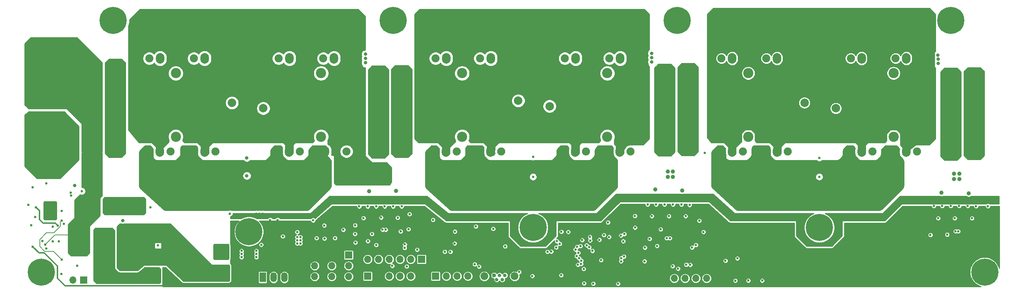
<source format=gbr>
G04 #@! TF.GenerationSoftware,KiCad,Pcbnew,(5.1.0)-1*
G04 #@! TF.CreationDate,2019-07-15T22:00:38+02:00*
G04 #@! TF.ProjectId,besc g2,62657363-2067-4322-9e6b-696361645f70,Init*
G04 #@! TF.SameCoordinates,Original*
G04 #@! TF.FileFunction,Copper,L2,Inr*
G04 #@! TF.FilePolarity,Positive*
%FSLAX46Y46*%
G04 Gerber Fmt 4.6, Leading zero omitted, Abs format (unit mm)*
G04 Created by KiCad (PCBNEW (5.1.0)-1) date 2019-07-15 22:00:38*
%MOMM*%
%LPD*%
G04 APERTURE LIST*
%ADD10C,1.500000*%
%ADD11O,8.000000X10.000000*%
%ADD12C,1.905000*%
%ADD13O,2.000000X2.500000*%
%ADD14C,1.850000*%
%ADD15C,0.840000*%
%ADD16C,0.100000*%
%ADD17O,1.700000X1.700000*%
%ADD18R,1.700000X1.700000*%
%ADD19C,3.800000*%
%ADD20O,1.500000X2.300000*%
%ADD21R,1.500000X2.300000*%
%ADD22C,2.000000*%
%ADD23C,0.800000*%
%ADD24C,6.400000*%
%ADD25C,2.400000*%
%ADD26C,0.600000*%
%ADD27C,1.000000*%
%ADD28C,0.300000*%
%ADD29C,0.200000*%
%ADD30C,0.254000*%
G04 APERTURE END LIST*
D10*
X87300000Y-66150000D03*
X87650000Y-67400000D03*
X87300000Y-71650000D03*
X86050000Y-72400000D03*
X81800000Y-71650000D03*
X81450000Y-70400000D03*
X81800000Y-66150000D03*
X83050000Y-65400000D03*
X87650000Y-70400000D03*
X86050000Y-65400000D03*
X83050000Y-72400000D03*
X81450000Y-67400000D03*
X84550000Y-64900000D03*
X87800000Y-68900000D03*
X84550000Y-72900000D03*
X81300000Y-68900000D03*
D11*
X84550000Y-68900000D03*
D10*
X154800000Y-65650000D03*
X155150000Y-66900000D03*
X154800000Y-71150000D03*
X153550000Y-71900000D03*
X149300000Y-71150000D03*
X148950000Y-69900000D03*
X149300000Y-65650000D03*
X150550000Y-64900000D03*
X155150000Y-69900000D03*
X153550000Y-64900000D03*
X150550000Y-71900000D03*
X148950000Y-66900000D03*
X152050000Y-64400000D03*
X155300000Y-68400000D03*
X152050000Y-72400000D03*
X148800000Y-68400000D03*
D11*
X152050000Y-68400000D03*
D10*
X222300000Y-65650000D03*
X222650000Y-66900000D03*
X222300000Y-71150000D03*
X221050000Y-71900000D03*
X216800000Y-71150000D03*
X216450000Y-69900000D03*
X216800000Y-65650000D03*
X218050000Y-64900000D03*
X222650000Y-69900000D03*
X221050000Y-64900000D03*
X218050000Y-71900000D03*
X216450000Y-66900000D03*
X219550000Y-64400000D03*
X222800000Y-68400000D03*
X219550000Y-72400000D03*
X216300000Y-68400000D03*
D11*
X219550000Y-68400000D03*
D10*
X35050000Y-76150000D03*
X34700000Y-74900000D03*
X35050000Y-70650000D03*
X36300000Y-69900000D03*
X40550000Y-70650000D03*
X40900000Y-71900000D03*
X40550000Y-76150000D03*
X39300000Y-76900000D03*
X34700000Y-71900000D03*
X36300000Y-76900000D03*
X39300000Y-69900000D03*
X40900000Y-74900000D03*
X37800000Y-77400000D03*
X34550000Y-73400000D03*
X37800000Y-69400000D03*
X41050000Y-73400000D03*
D11*
X37800000Y-73400000D03*
D10*
X35050000Y-99150000D03*
X34700000Y-97900000D03*
X35050000Y-93650000D03*
X36300000Y-92900000D03*
X40550000Y-93650000D03*
X40900000Y-94900000D03*
X40550000Y-99150000D03*
X39300000Y-99900000D03*
X34700000Y-94900000D03*
X36300000Y-99900000D03*
X39300000Y-92900000D03*
X40900000Y-97900000D03*
X37800000Y-100400000D03*
X34550000Y-96400000D03*
X37800000Y-92400000D03*
X41050000Y-96400000D03*
D11*
X37800000Y-96400000D03*
D12*
X175300000Y-95400000D03*
D13*
X172760000Y-95400000D03*
X170220000Y-95400000D03*
D12*
X201800000Y-95400000D03*
D13*
X199260000Y-95400000D03*
X196720000Y-95400000D03*
D12*
X237800000Y-73400000D03*
D13*
X240340000Y-73400000D03*
X242880000Y-73400000D03*
D12*
X134300000Y-95400000D03*
D13*
X131760000Y-95400000D03*
X129220000Y-95400000D03*
D12*
X170300000Y-73400000D03*
D13*
X172840000Y-73400000D03*
X175380000Y-73400000D03*
D12*
X97300000Y-95400000D03*
D13*
X94760000Y-95400000D03*
X92220000Y-95400000D03*
D12*
X61800000Y-73400000D03*
D13*
X64340000Y-73400000D03*
X66880000Y-73400000D03*
D12*
X212380000Y-95400000D03*
D13*
X209840000Y-95400000D03*
X207300000Y-95400000D03*
D12*
X227220000Y-73400000D03*
D13*
X229760000Y-73400000D03*
X232300000Y-73400000D03*
D12*
X144800000Y-95400000D03*
D13*
X142260000Y-95400000D03*
X139720000Y-95400000D03*
D12*
X159800000Y-73400000D03*
D13*
X162340000Y-73400000D03*
X164880000Y-73400000D03*
D12*
X108300000Y-95400000D03*
D13*
X105760000Y-95400000D03*
X103220000Y-95400000D03*
D12*
X72300000Y-73400000D03*
D13*
X74840000Y-73400000D03*
X77380000Y-73400000D03*
D12*
X232300000Y-95400000D03*
D13*
X229760000Y-95400000D03*
X227220000Y-95400000D03*
D12*
X207300000Y-73400000D03*
D13*
X209840000Y-73400000D03*
X212380000Y-73400000D03*
D12*
X164800000Y-95400000D03*
D13*
X162260000Y-95400000D03*
X159720000Y-95400000D03*
D12*
X139800000Y-73400000D03*
D13*
X142340000Y-73400000D03*
X144880000Y-73400000D03*
D12*
X66800000Y-95400000D03*
D13*
X64260000Y-95400000D03*
X61720000Y-95400000D03*
D12*
X92300000Y-73400000D03*
D13*
X94840000Y-73400000D03*
X97380000Y-73400000D03*
D12*
X242800000Y-95400000D03*
D13*
X240260000Y-95400000D03*
X237720000Y-95400000D03*
D12*
X196720000Y-73400000D03*
D13*
X199260000Y-73400000D03*
X201800000Y-73400000D03*
D12*
X129300000Y-73400000D03*
D13*
X131840000Y-73400000D03*
X134380000Y-73400000D03*
D12*
X77410000Y-95400000D03*
D13*
X74870000Y-95400000D03*
X72330000Y-95400000D03*
D12*
X102830000Y-73400000D03*
D13*
X105370000Y-73400000D03*
X107910000Y-73400000D03*
D14*
X147950000Y-124900000D03*
X140800000Y-124900000D03*
D15*
X145675000Y-124680000D03*
X145025000Y-125680000D03*
X144375000Y-124680000D03*
X143725000Y-125680000D03*
D16*
G36*
X143305584Y-124261011D02*
G01*
X143325969Y-124264035D01*
X143345960Y-124269043D01*
X143365364Y-124275985D01*
X143383993Y-124284797D01*
X143401670Y-124295391D01*
X143418223Y-124307668D01*
X143433492Y-124321508D01*
X143447332Y-124336777D01*
X143459609Y-124353330D01*
X143470203Y-124371007D01*
X143479015Y-124389636D01*
X143485957Y-124409040D01*
X143490965Y-124429031D01*
X143493989Y-124449416D01*
X143495000Y-124470000D01*
X143495000Y-124890000D01*
X143493989Y-124910584D01*
X143490965Y-124930969D01*
X143485957Y-124950960D01*
X143479015Y-124970364D01*
X143470203Y-124988993D01*
X143459609Y-125006670D01*
X143447332Y-125023223D01*
X143433492Y-125038492D01*
X143418223Y-125052332D01*
X143401670Y-125064609D01*
X143383993Y-125075203D01*
X143365364Y-125084015D01*
X143345960Y-125090957D01*
X143325969Y-125095965D01*
X143305584Y-125098989D01*
X143285000Y-125100000D01*
X142865000Y-125100000D01*
X142844416Y-125098989D01*
X142824031Y-125095965D01*
X142804040Y-125090957D01*
X142784636Y-125084015D01*
X142766007Y-125075203D01*
X142748330Y-125064609D01*
X142731777Y-125052332D01*
X142716508Y-125038492D01*
X142702668Y-125023223D01*
X142690391Y-125006670D01*
X142679797Y-124988993D01*
X142670985Y-124970364D01*
X142664043Y-124950960D01*
X142659035Y-124930969D01*
X142656011Y-124910584D01*
X142655000Y-124890000D01*
X142655000Y-124470000D01*
X142656011Y-124449416D01*
X142659035Y-124429031D01*
X142664043Y-124409040D01*
X142670985Y-124389636D01*
X142679797Y-124371007D01*
X142690391Y-124353330D01*
X142702668Y-124336777D01*
X142716508Y-124321508D01*
X142731777Y-124307668D01*
X142748330Y-124295391D01*
X142766007Y-124284797D01*
X142784636Y-124275985D01*
X142804040Y-124269043D01*
X142824031Y-124264035D01*
X142844416Y-124261011D01*
X142865000Y-124260000D01*
X143285000Y-124260000D01*
X143305584Y-124261011D01*
X143305584Y-124261011D01*
G37*
D15*
X143075000Y-124680000D03*
D17*
X100800000Y-124980000D03*
X100800000Y-122440000D03*
D18*
X100800000Y-119900000D03*
D19*
X78800000Y-124150000D03*
D16*
G36*
X80357247Y-117251830D02*
G01*
X80394134Y-117257302D01*
X80430308Y-117266363D01*
X80465420Y-117278926D01*
X80499131Y-117294870D01*
X80531117Y-117314042D01*
X80561069Y-117336256D01*
X80588701Y-117361299D01*
X80613744Y-117388931D01*
X80635958Y-117418883D01*
X80655130Y-117450869D01*
X80671074Y-117484580D01*
X80683637Y-117519692D01*
X80692698Y-117555866D01*
X80698170Y-117592753D01*
X80700000Y-117630000D01*
X80700000Y-120670000D01*
X80698170Y-120707247D01*
X80692698Y-120744134D01*
X80683637Y-120780308D01*
X80671074Y-120815420D01*
X80655130Y-120849131D01*
X80635958Y-120881117D01*
X80613744Y-120911069D01*
X80588701Y-120938701D01*
X80561069Y-120963744D01*
X80531117Y-120985958D01*
X80499131Y-121005130D01*
X80465420Y-121021074D01*
X80430308Y-121033637D01*
X80394134Y-121042698D01*
X80357247Y-121048170D01*
X80320000Y-121050000D01*
X77280000Y-121050000D01*
X77242753Y-121048170D01*
X77205866Y-121042698D01*
X77169692Y-121033637D01*
X77134580Y-121021074D01*
X77100869Y-121005130D01*
X77068883Y-120985958D01*
X77038931Y-120963744D01*
X77011299Y-120938701D01*
X76986256Y-120911069D01*
X76964042Y-120881117D01*
X76944870Y-120849131D01*
X76928926Y-120815420D01*
X76916363Y-120780308D01*
X76907302Y-120744134D01*
X76901830Y-120707247D01*
X76900000Y-120670000D01*
X76900000Y-117630000D01*
X76901830Y-117592753D01*
X76907302Y-117555866D01*
X76916363Y-117519692D01*
X76928926Y-117484580D01*
X76944870Y-117450869D01*
X76964042Y-117418883D01*
X76986256Y-117388931D01*
X77011299Y-117361299D01*
X77038931Y-117336256D01*
X77068883Y-117314042D01*
X77100869Y-117294870D01*
X77134580Y-117278926D01*
X77169692Y-117266363D01*
X77205866Y-117257302D01*
X77242753Y-117251830D01*
X77280000Y-117250000D01*
X80320000Y-117250000D01*
X80357247Y-117251830D01*
X80357247Y-117251830D01*
G37*
D19*
X78800000Y-119150000D03*
D20*
X93630000Y-125150000D03*
X91090000Y-125150000D03*
D21*
X88550000Y-125150000D03*
D22*
X182300000Y-76900000D03*
X189800000Y-76900000D03*
D17*
X43800000Y-125775000D03*
D18*
X46340000Y-125775000D03*
D23*
X86997056Y-112702944D03*
X85300000Y-112000000D03*
X83602944Y-112702944D03*
X82900000Y-114400000D03*
X83602944Y-116097056D03*
X85300000Y-116800000D03*
X86997056Y-116097056D03*
X87700000Y-114400000D03*
D24*
X85300000Y-114400000D03*
D23*
X221497056Y-111702944D03*
X219800000Y-111000000D03*
X218102944Y-111702944D03*
X217400000Y-113400000D03*
X218102944Y-115097056D03*
X219800000Y-115800000D03*
X221497056Y-115097056D03*
X222200000Y-113400000D03*
D24*
X219800000Y-113400000D03*
D23*
X153997056Y-111702944D03*
X152300000Y-111000000D03*
X150602944Y-111702944D03*
X149900000Y-113400000D03*
X150602944Y-115097056D03*
X152300000Y-115800000D03*
X153997056Y-115097056D03*
X154700000Y-113400000D03*
D24*
X152300000Y-113400000D03*
D23*
X120997056Y-62702944D03*
X119300000Y-62000000D03*
X117602944Y-62702944D03*
X116900000Y-64400000D03*
X117602944Y-66097056D03*
X119300000Y-66800000D03*
X120997056Y-66097056D03*
X121700000Y-64400000D03*
D24*
X119300000Y-64400000D03*
D23*
X187997056Y-62702944D03*
X186300000Y-62000000D03*
X184602944Y-62702944D03*
X183900000Y-64400000D03*
X184602944Y-66097056D03*
X186300000Y-66800000D03*
X187997056Y-66097056D03*
X188700000Y-64400000D03*
D24*
X186300000Y-64400000D03*
D22*
X54800000Y-76400000D03*
X47300000Y-76400000D03*
X88686058Y-85202361D03*
X81300000Y-83900000D03*
D25*
X68050000Y-91900000D03*
X68050000Y-76900000D03*
D23*
X54997056Y-62702944D03*
X53300000Y-62000000D03*
X51602944Y-62702944D03*
X50900000Y-64400000D03*
X51602944Y-66097056D03*
X53300000Y-66800000D03*
X54997056Y-66097056D03*
X55700000Y-64400000D03*
D24*
X53300000Y-64400000D03*
D23*
X252497056Y-62702944D03*
X250800000Y-62000000D03*
X249102944Y-62702944D03*
X248400000Y-64400000D03*
X249102944Y-66097056D03*
X250800000Y-66800000D03*
X252497056Y-66097056D03*
X253200000Y-64400000D03*
D24*
X250800000Y-64400000D03*
D23*
X37997056Y-122202944D03*
X36300000Y-121500000D03*
X34602944Y-122202944D03*
X33900000Y-123900000D03*
X34602944Y-125597056D03*
X36300000Y-126300000D03*
X37997056Y-125597056D03*
X38700000Y-123900000D03*
D24*
X36300000Y-123900000D03*
D23*
X260497056Y-122202944D03*
X258800000Y-121500000D03*
X257102944Y-122202944D03*
X256400000Y-123900000D03*
X257102944Y-125597056D03*
X258800000Y-126300000D03*
X260497056Y-125597056D03*
X261200000Y-123900000D03*
D24*
X258800000Y-123900000D03*
D25*
X102300000Y-91900000D03*
X102300000Y-76900000D03*
X135550000Y-91900000D03*
X135550000Y-76900000D03*
D22*
X54800000Y-94900000D03*
X47300000Y-94900000D03*
X114800000Y-76900000D03*
X122300000Y-76900000D03*
D25*
X169800000Y-91900000D03*
X169800000Y-76900000D03*
D22*
X114800000Y-95400000D03*
X122300000Y-95400000D03*
D25*
X203050000Y-91900000D03*
X203050000Y-76900000D03*
X237300000Y-91900000D03*
X237300000Y-76900000D03*
D22*
X156186058Y-84702361D03*
X148800000Y-83400000D03*
X182300000Y-95400000D03*
X189800000Y-95400000D03*
D17*
X193210000Y-125400000D03*
X190670000Y-125400000D03*
X188130000Y-125400000D03*
X185590000Y-125400000D03*
D18*
X183050000Y-125400000D03*
D17*
X108800000Y-124980000D03*
X108800000Y-122440000D03*
D18*
X108800000Y-119900000D03*
D17*
X113300000Y-120900000D03*
X115840000Y-120900000D03*
X118380000Y-120900000D03*
X120920000Y-120900000D03*
X123460000Y-120900000D03*
D18*
X126000000Y-120900000D03*
D17*
X104800000Y-124980000D03*
X104800000Y-122440000D03*
D18*
X104800000Y-119900000D03*
D17*
X123460000Y-124900000D03*
X120920000Y-124900000D03*
X118380000Y-124900000D03*
X115840000Y-124900000D03*
D18*
X113300000Y-124900000D03*
D17*
X136920000Y-124900000D03*
X134380000Y-124900000D03*
X131840000Y-124900000D03*
D18*
X129300000Y-124900000D03*
D22*
X223686058Y-85202361D03*
X216300000Y-83900000D03*
X257300000Y-76900000D03*
X249800000Y-76900000D03*
X249800000Y-95400000D03*
X257300000Y-95400000D03*
D26*
X116800000Y-113900000D03*
X87050000Y-118900000D03*
X87050000Y-119650000D03*
X87050000Y-120400000D03*
X83550000Y-118900000D03*
X83550000Y-119650000D03*
X83550000Y-120400000D03*
X251925000Y-114275000D03*
D23*
X251550000Y-88900000D03*
X249650010Y-88900000D03*
X250550000Y-87400000D03*
X250550000Y-89400000D03*
X249650010Y-89900000D03*
X249650010Y-86900000D03*
X249650010Y-87900000D03*
X251550000Y-86900000D03*
X251550000Y-89900000D03*
X250550000Y-88400000D03*
X251550000Y-87900000D03*
X252550000Y-87400000D03*
X252550000Y-88400000D03*
X252550000Y-89400000D03*
X251550000Y-90900000D03*
X250550000Y-90400000D03*
X249650010Y-90900000D03*
X252550000Y-90400000D03*
X251550000Y-91900000D03*
X250550000Y-91400000D03*
X249650010Y-91900000D03*
X252550000Y-91400000D03*
X184050000Y-88900000D03*
X182150010Y-88900000D03*
X183050000Y-87400000D03*
X183050000Y-89400000D03*
X182150010Y-89900000D03*
X182150010Y-86900000D03*
X182150010Y-87900000D03*
X184050000Y-86900000D03*
X184050000Y-89900000D03*
X183050000Y-88400000D03*
X184050000Y-87900000D03*
X185050000Y-87400000D03*
X185050000Y-88400000D03*
X185050000Y-89400000D03*
X184050000Y-90900000D03*
X183050000Y-90400000D03*
X182150010Y-90900000D03*
X185050000Y-90400000D03*
X184050000Y-91900000D03*
X183050000Y-91400000D03*
X182150010Y-91900000D03*
X185050000Y-91400000D03*
D26*
X39175000Y-110650000D03*
X38425000Y-110650000D03*
X37675000Y-110650000D03*
X37675000Y-109900000D03*
X38425000Y-109900000D03*
X39175000Y-109900000D03*
X39175000Y-109150000D03*
X38425000Y-109150000D03*
X37675000Y-109150000D03*
X38425000Y-108400000D03*
X37675000Y-108400000D03*
D23*
X62300000Y-123750000D03*
X62300000Y-124750000D03*
X115550000Y-90400000D03*
X116550000Y-90900000D03*
X117550000Y-90400000D03*
X114650010Y-90900000D03*
X115550000Y-91400000D03*
X116550000Y-91900000D03*
X117550000Y-91400000D03*
X114650010Y-91900000D03*
X116550000Y-88900000D03*
X115550000Y-89400000D03*
X115550000Y-87400000D03*
X116550000Y-86900000D03*
X115550000Y-88400000D03*
X116550000Y-89900000D03*
X116550000Y-87900000D03*
X117550000Y-87400000D03*
X117550000Y-89400000D03*
X117550000Y-88400000D03*
X55800000Y-87900000D03*
X53800000Y-88900000D03*
X51800000Y-88900000D03*
X51800000Y-87900000D03*
X51800000Y-86900000D03*
X53800000Y-89900000D03*
X52800000Y-88400000D03*
X53800000Y-86900000D03*
X52800000Y-87400000D03*
X52800000Y-89400000D03*
X51800000Y-89900000D03*
X53800000Y-87900000D03*
X55800000Y-86900000D03*
X54800000Y-87400000D03*
X54800000Y-89400000D03*
X54800000Y-88400000D03*
X55800000Y-89900000D03*
X55800000Y-88900000D03*
X44800000Y-89900000D03*
X43800000Y-89400000D03*
X42800000Y-87900000D03*
X42800000Y-88900000D03*
X42800000Y-89900000D03*
X41800000Y-88400000D03*
X41800000Y-89400000D03*
X41800000Y-87400000D03*
X40800000Y-87900000D03*
X40800000Y-88900000D03*
X40800000Y-89900000D03*
X39800000Y-88400000D03*
X39800000Y-89400000D03*
X39800000Y-87400000D03*
X40800000Y-86900000D03*
X38800000Y-87900000D03*
X38800000Y-88900000D03*
X38800000Y-89900000D03*
X37800000Y-88400000D03*
X37800000Y-89400000D03*
X37800000Y-87400000D03*
X38800000Y-86900000D03*
X36800000Y-87900000D03*
X36800000Y-88900000D03*
X36800000Y-89900000D03*
X35800000Y-88400000D03*
X35800000Y-89400000D03*
X35800000Y-87400000D03*
X36800000Y-86900000D03*
X34800000Y-89900000D03*
X34800000Y-88900000D03*
X34800000Y-87900000D03*
X34800000Y-86900000D03*
X33800000Y-87400000D03*
X33800000Y-88400000D03*
X33800000Y-89400000D03*
X32800000Y-89900000D03*
X32800000Y-88900000D03*
X32800000Y-87900000D03*
X32800000Y-86900000D03*
X114650010Y-87900000D03*
X114650010Y-86900000D03*
X114650010Y-89900000D03*
X114650010Y-88900000D03*
X49550000Y-113900000D03*
X49050000Y-114650000D03*
X49550000Y-115400000D03*
X49050000Y-116150000D03*
X49550000Y-116900000D03*
X49050000Y-117650000D03*
X49550000Y-118400000D03*
X49050000Y-119150000D03*
X49550000Y-119900000D03*
X49050000Y-120650000D03*
X49550000Y-121400000D03*
X49050000Y-122150000D03*
X49550000Y-122900000D03*
D26*
X39175000Y-108400000D03*
X36550000Y-116600000D03*
X39060000Y-116700000D03*
X33980000Y-112870000D03*
D23*
X63139990Y-125731223D03*
X63139990Y-124750000D03*
X62300000Y-125739990D03*
D26*
X34300000Y-103900000D03*
D23*
X63139990Y-123750000D03*
D26*
X111300000Y-108400000D03*
X113300000Y-108400000D03*
X115300000Y-108400000D03*
X117300000Y-108400000D03*
X119300000Y-108400000D03*
X121300000Y-108400000D03*
X110300000Y-114900000D03*
X179310000Y-107960000D03*
X181310000Y-107960000D03*
X183290000Y-107970000D03*
X185290000Y-107970000D03*
X187280000Y-107970000D03*
X183800000Y-115900000D03*
X184550000Y-115900000D03*
X252550000Y-114275000D03*
X246800000Y-108300000D03*
X248775000Y-108300000D03*
X250800000Y-108275000D03*
X252775000Y-108275000D03*
X254800000Y-108300000D03*
X41050000Y-124400000D03*
X96675000Y-115650000D03*
X96675000Y-116400000D03*
X96675000Y-117150000D03*
X97425000Y-115650000D03*
X97425000Y-116400000D03*
X97425000Y-117150000D03*
X152110000Y-124850000D03*
X107550000Y-113900000D03*
X164330000Y-126580000D03*
X166490000Y-126650000D03*
X165120000Y-111370000D03*
X159050000Y-110410000D03*
X160550000Y-110390000D03*
X189211170Y-108058830D03*
X172330000Y-126680000D03*
X158920000Y-124650000D03*
X168323383Y-121086617D03*
X164240000Y-123170000D03*
X131483770Y-119109843D03*
X133808736Y-117139968D03*
X132813284Y-119119990D03*
X117550000Y-113900000D03*
X113344026Y-116591183D03*
X142895000Y-113685000D03*
X206320000Y-125930000D03*
X203060000Y-125930000D03*
X199990000Y-125950000D03*
X245990000Y-115140000D03*
X256746170Y-108353830D03*
X168990079Y-115159921D03*
X179782124Y-116050150D03*
X99300000Y-111025000D03*
X99300000Y-110275000D03*
X87050000Y-110150000D03*
X87800000Y-110150000D03*
X88550000Y-110150000D03*
X215550000Y-110400000D03*
X214800000Y-110400000D03*
X214050000Y-110400000D03*
X157050000Y-110400000D03*
X156300000Y-110400000D03*
X155550000Y-110400000D03*
X125530000Y-107560000D03*
X261300000Y-106900000D03*
X194397510Y-106850000D03*
X177050000Y-107150000D03*
X176050000Y-107150000D03*
X177800000Y-107150000D03*
X175300000Y-107150000D03*
X40489944Y-116700000D03*
X37560000Y-102980000D03*
X173560000Y-116620000D03*
X43320000Y-105180000D03*
X43329998Y-105820000D03*
X112800000Y-113900000D03*
X178470000Y-112890000D03*
X178490000Y-112170000D03*
X245990000Y-112670000D03*
X245970000Y-113390000D03*
X187425000Y-116650000D03*
X187425000Y-117525000D03*
X254925000Y-117400000D03*
X254925000Y-118275000D03*
X34318750Y-117918750D03*
X90300000Y-111650000D03*
X92050000Y-111650000D03*
X93300000Y-112150000D03*
X94800000Y-112150000D03*
X193550000Y-108150000D03*
X123300000Y-115650000D03*
X120800000Y-115650000D03*
X119550000Y-116400000D03*
X131470000Y-115260000D03*
X170120000Y-126680000D03*
X146070000Y-112650000D03*
X140880000Y-114390000D03*
X174150000Y-108130000D03*
X206050000Y-120830000D03*
X213520000Y-112730000D03*
X112050000Y-113900000D03*
X168486718Y-115729347D03*
X159790000Y-113580000D03*
X174020456Y-121369906D03*
X161490000Y-124080000D03*
D27*
X116550000Y-100150000D03*
X117800000Y-100150000D03*
X116550000Y-101400000D03*
X117800000Y-101400000D03*
X184050000Y-100150000D03*
X185300000Y-100150000D03*
X184050000Y-101400000D03*
X185300000Y-101400000D03*
X252800000Y-101900000D03*
X251550000Y-101900000D03*
X252800000Y-100650000D03*
X251550000Y-100650000D03*
D26*
X76300000Y-122650000D03*
X76300000Y-123400000D03*
X76300000Y-124150000D03*
X76300000Y-124900000D03*
X76300000Y-125650000D03*
X75550000Y-125650000D03*
X75550000Y-122650000D03*
X74800000Y-125650000D03*
X74800000Y-122650000D03*
X74050000Y-125650000D03*
X74050000Y-122650000D03*
D23*
X55550000Y-115400000D03*
X55550000Y-116900000D03*
X55050000Y-116150000D03*
X55050000Y-114650000D03*
X55550000Y-113900000D03*
X55050000Y-113150000D03*
X55050000Y-122150000D03*
X55050000Y-120650000D03*
X55550000Y-121400000D03*
X55050000Y-119150000D03*
X55550000Y-119900000D03*
X55050000Y-117650000D03*
X55550000Y-118400000D03*
X59050000Y-114400000D03*
X60050000Y-114400000D03*
X61050000Y-114400000D03*
D26*
X41650000Y-112490000D03*
X63820989Y-117629015D03*
D23*
X55550000Y-122900000D03*
D26*
X74800000Y-124150000D03*
X74050000Y-124150000D03*
X74050000Y-124900000D03*
X74050000Y-123400000D03*
X74800000Y-124900000D03*
X75550000Y-123400000D03*
X74800000Y-123400000D03*
X75550000Y-124150000D03*
X75550000Y-124900000D03*
X88200000Y-117470000D03*
X37540000Y-118330000D03*
D23*
X43800000Y-113400000D03*
X43300000Y-114150000D03*
X43800000Y-114900000D03*
X43300000Y-115650000D03*
X43800000Y-116400000D03*
X43300000Y-117150000D03*
X43800000Y-117900000D03*
X43300000Y-118650000D03*
X43800000Y-119400000D03*
X258300000Y-79900000D03*
X256300000Y-80900000D03*
X254300000Y-80900000D03*
X254300000Y-79900000D03*
X254300000Y-78900000D03*
X256300000Y-81900000D03*
X255300000Y-80400000D03*
X256300000Y-78900000D03*
X255300000Y-79400000D03*
X255300000Y-81400000D03*
X254300000Y-81900000D03*
X256300000Y-79900000D03*
X258300000Y-78900000D03*
X257300000Y-79400000D03*
X257300000Y-81400000D03*
X257300000Y-80400000D03*
X258300000Y-81900000D03*
X258300000Y-80900000D03*
X190800000Y-79900000D03*
X188800000Y-80900000D03*
X186800000Y-80900000D03*
X186800000Y-79900000D03*
X186800000Y-78900000D03*
X188800000Y-81900000D03*
X187800000Y-80400000D03*
X188800000Y-78900000D03*
X187800000Y-79400000D03*
X187800000Y-81400000D03*
X186800000Y-81900000D03*
X188800000Y-79900000D03*
X190800000Y-78900000D03*
X189800000Y-79400000D03*
X189800000Y-81400000D03*
X189800000Y-80400000D03*
X190800000Y-81900000D03*
X190800000Y-80900000D03*
X121300000Y-80900000D03*
X120300000Y-81400000D03*
X120300000Y-79400000D03*
X121300000Y-78900000D03*
X120300000Y-80400000D03*
X121300000Y-81900000D03*
X119300000Y-78900000D03*
X119300000Y-79900000D03*
X123300000Y-79900000D03*
X119300000Y-80900000D03*
X119300000Y-81900000D03*
X121300000Y-79900000D03*
X123300000Y-78900000D03*
X122300000Y-79400000D03*
X122300000Y-81400000D03*
X122300000Y-80400000D03*
X123300000Y-81900000D03*
X123300000Y-80900000D03*
X48800000Y-80900000D03*
X48800000Y-79900000D03*
X48800000Y-78900000D03*
X49800000Y-80400000D03*
X49800000Y-79400000D03*
X49800000Y-81400000D03*
X48800000Y-81900000D03*
X44800000Y-79900000D03*
X42800000Y-80900000D03*
X40800000Y-80900000D03*
X40800000Y-79900000D03*
X40800000Y-78900000D03*
X42800000Y-81900000D03*
X41800000Y-80400000D03*
X42800000Y-78900000D03*
X41800000Y-79400000D03*
X41800000Y-81400000D03*
X40800000Y-81900000D03*
X42800000Y-79900000D03*
X47800000Y-79400000D03*
X47800000Y-81400000D03*
X47800000Y-80400000D03*
X46800000Y-78900000D03*
X45800000Y-81400000D03*
X45800000Y-79400000D03*
X45800000Y-80400000D03*
X46800000Y-81900000D03*
X46800000Y-80900000D03*
X46800000Y-79900000D03*
X44800000Y-78900000D03*
X43800000Y-79400000D03*
X43800000Y-81400000D03*
X43800000Y-80400000D03*
X44800000Y-81900000D03*
X44800000Y-80900000D03*
X36800000Y-79900000D03*
X34800000Y-80900000D03*
X32800000Y-80900000D03*
X32800000Y-79900000D03*
X32800000Y-78900000D03*
X34800000Y-81900000D03*
X33800000Y-80400000D03*
X34800000Y-78900000D03*
X33800000Y-79400000D03*
X33800000Y-81400000D03*
X32800000Y-81900000D03*
X34800000Y-79900000D03*
X39800000Y-79400000D03*
X39800000Y-81400000D03*
X39800000Y-80400000D03*
X38800000Y-78900000D03*
X37800000Y-81400000D03*
X37800000Y-79400000D03*
X37800000Y-80400000D03*
X38800000Y-81900000D03*
X38800000Y-80900000D03*
X38800000Y-79900000D03*
X36800000Y-78900000D03*
X35800000Y-79400000D03*
X35800000Y-81400000D03*
X35800000Y-80400000D03*
X36800000Y-81900000D03*
X36800000Y-80900000D03*
X48050000Y-110900000D03*
X47050000Y-110900000D03*
X46050000Y-110900000D03*
X48050000Y-109650000D03*
X47050000Y-109650000D03*
X46050000Y-109650000D03*
X46050000Y-108400000D03*
X48050000Y-108400000D03*
X47050000Y-108400000D03*
D26*
X37290001Y-117410000D03*
X44800000Y-122400000D03*
X173743014Y-120236796D03*
X163618109Y-121988759D03*
X110410000Y-116940000D03*
X103050000Y-112900000D03*
X145710000Y-117830000D03*
X105580000Y-115880000D03*
X165769990Y-116449990D03*
X115310000Y-117500000D03*
X165710434Y-115598459D03*
X93280000Y-115470000D03*
X96690000Y-114450000D03*
X176300000Y-110650000D03*
X169950000Y-112170000D03*
X192810000Y-95720000D03*
X191490000Y-111770000D03*
X162571111Y-120116839D03*
X124950000Y-118620000D03*
X158590000Y-117240000D03*
X122020000Y-118190000D03*
X157750000Y-118089990D03*
X122060000Y-117370000D03*
X156600000Y-119070000D03*
X122510000Y-122579990D03*
X166300000Y-118900000D03*
X163880000Y-116343978D03*
X119090000Y-122460000D03*
X103110000Y-115990000D03*
X121070000Y-114300000D03*
X155694349Y-119112641D03*
X122920000Y-113790000D03*
X157930000Y-116610000D03*
X110330000Y-112850000D03*
X189780000Y-118110000D03*
X138800011Y-113119989D03*
X158971587Y-114382365D03*
X176340000Y-113400000D03*
X186480987Y-123110987D03*
X162278664Y-118578259D03*
X185200000Y-122524947D03*
X163466010Y-117756639D03*
X162970000Y-119359979D03*
X189370000Y-122200000D03*
X188399282Y-122159835D03*
X162679549Y-117932575D03*
X123170000Y-110210000D03*
X170225209Y-115603077D03*
X173818560Y-114919979D03*
X190700002Y-117510000D03*
X259540000Y-108350000D03*
X173009725Y-115279990D03*
X167930000Y-116290000D03*
X133870000Y-114340000D03*
X80820000Y-110110000D03*
X128699405Y-111560010D03*
X100430000Y-111700000D03*
X178590000Y-121369906D03*
X160590890Y-114429886D03*
X178670183Y-118140372D03*
X192480000Y-114430000D03*
X181540000Y-117730000D03*
X162859986Y-122180021D03*
X149030000Y-123880122D03*
X163660765Y-121229945D03*
X139558254Y-122611756D03*
X138530000Y-122060043D03*
X163131121Y-120640437D03*
D23*
X72800000Y-103900000D03*
X72800000Y-105900000D03*
X72800000Y-107900000D03*
X72800000Y-101900000D03*
X76800000Y-101900000D03*
X74800000Y-101150000D03*
X78800000Y-102900000D03*
X78800000Y-104900000D03*
X78800000Y-106900000D03*
X76800000Y-105900000D03*
X78800000Y-108900000D03*
X76800000Y-103900000D03*
X74800000Y-108900000D03*
X78800000Y-101150000D03*
X74800000Y-106900000D03*
X74800000Y-104900000D03*
X74800000Y-102900000D03*
X76800000Y-107900000D03*
X64800000Y-103900000D03*
X64800000Y-105900000D03*
X64800000Y-107900000D03*
X64800000Y-101900000D03*
X68800000Y-101900000D03*
X66800000Y-101400000D03*
X70800000Y-102900000D03*
X70800000Y-104900000D03*
X70800000Y-106900000D03*
X68800000Y-105900000D03*
X70800000Y-108900000D03*
X68800000Y-103900000D03*
X66800000Y-108900000D03*
X70800000Y-101150000D03*
X66800000Y-106900000D03*
X66800000Y-104900000D03*
X66800000Y-102900000D03*
X68800000Y-107900000D03*
X60800000Y-101900000D03*
X62800000Y-102900000D03*
X62800000Y-104900000D03*
X60800000Y-103900000D03*
X62800000Y-101150000D03*
X90800000Y-101150000D03*
X90800000Y-102900000D03*
X90800000Y-104900000D03*
X90800000Y-106900000D03*
X90800000Y-108900000D03*
X92800000Y-107900000D03*
X92800000Y-105900000D03*
X92800000Y-103900000D03*
X92800000Y-101900000D03*
X94800000Y-101150000D03*
X94800000Y-102900000D03*
X94800000Y-104900000D03*
X94800000Y-106900000D03*
X94800000Y-108900000D03*
X96800000Y-107900000D03*
X96800000Y-105900000D03*
X96800000Y-103900000D03*
X96800000Y-101900000D03*
X98800000Y-101150000D03*
X98800000Y-102900000D03*
X98800000Y-104900000D03*
X98800000Y-106900000D03*
X98800000Y-108900000D03*
X100800000Y-105900000D03*
X100800000Y-103900000D03*
X100800000Y-101900000D03*
X102800000Y-101150000D03*
X102800000Y-102900000D03*
X102800000Y-104900000D03*
X140190000Y-103900000D03*
X140190000Y-107900000D03*
X140190000Y-105900000D03*
X146190000Y-102900000D03*
X144190000Y-101900000D03*
X140190000Y-101900000D03*
X142190000Y-100900000D03*
X146190000Y-104900000D03*
X146190000Y-106900000D03*
X144190000Y-105900000D03*
X146190000Y-108900000D03*
X144190000Y-103900000D03*
X146190000Y-100900000D03*
X142190000Y-106900000D03*
X142190000Y-104900000D03*
X142190000Y-102900000D03*
X144190000Y-107900000D03*
X132190000Y-103900000D03*
X130190000Y-100900000D03*
X128190000Y-103900000D03*
X130190000Y-104900000D03*
X130190000Y-102900000D03*
X128190000Y-101900000D03*
X136190000Y-107900000D03*
X134190000Y-102900000D03*
X134190000Y-104900000D03*
X134190000Y-106900000D03*
X138190000Y-100900000D03*
X136190000Y-103900000D03*
X136190000Y-105900000D03*
X138190000Y-106900000D03*
X138190000Y-104900000D03*
X138190000Y-102900000D03*
X134190000Y-101400000D03*
X136190000Y-101900000D03*
X132190000Y-101900000D03*
X132190000Y-107900000D03*
X132190000Y-105900000D03*
X166300000Y-100900000D03*
X164300000Y-105900000D03*
X164300000Y-103900000D03*
X164300000Y-101900000D03*
X164300000Y-107900000D03*
X160300000Y-107900000D03*
X166300000Y-106900000D03*
X162300000Y-108900000D03*
X166300000Y-108900000D03*
X168300000Y-105900000D03*
X168300000Y-103900000D03*
X168300000Y-101900000D03*
X170300000Y-100900000D03*
X170300000Y-102900000D03*
X170300000Y-104900000D03*
X166300000Y-102900000D03*
X158300000Y-106900000D03*
X158300000Y-104900000D03*
X158300000Y-102900000D03*
X160300000Y-103900000D03*
X158300000Y-100900000D03*
X160300000Y-105900000D03*
X162300000Y-100900000D03*
X166300000Y-104900000D03*
X158300000Y-108900000D03*
X162300000Y-102900000D03*
X162300000Y-104900000D03*
X162300000Y-106900000D03*
X160300000Y-101900000D03*
X138190000Y-108239990D03*
X142159205Y-108239990D03*
X134190000Y-108239990D03*
X207770000Y-103900000D03*
X207770000Y-107900000D03*
X207770000Y-105900000D03*
X213770000Y-102900000D03*
X211770000Y-101900000D03*
X207770000Y-101900000D03*
X209770000Y-100900000D03*
X213770000Y-104900000D03*
X213770000Y-106900000D03*
X211770000Y-105900000D03*
X211770000Y-103900000D03*
X209770000Y-108900000D03*
X213770000Y-100900000D03*
X209770000Y-106900000D03*
X209770000Y-104900000D03*
X209770000Y-102900000D03*
X211770000Y-107900000D03*
X199770000Y-103900000D03*
X197770000Y-100900000D03*
X195770000Y-103900000D03*
X197770000Y-104900000D03*
X197770000Y-102900000D03*
X195770000Y-101900000D03*
X203770000Y-107900000D03*
X201770000Y-102900000D03*
X201770000Y-104900000D03*
X201770000Y-106900000D03*
X205770000Y-100900000D03*
X201770000Y-108900000D03*
X203770000Y-103900000D03*
X205770000Y-108900000D03*
X203770000Y-105900000D03*
X205770000Y-106900000D03*
X205770000Y-104900000D03*
X205770000Y-102900000D03*
X201770000Y-101400000D03*
X203770000Y-101900000D03*
X199770000Y-101900000D03*
X199770000Y-107900000D03*
X199770000Y-105900000D03*
X233800000Y-100900000D03*
X231800000Y-105900000D03*
X231800000Y-103900000D03*
X231800000Y-101900000D03*
X231800000Y-107900000D03*
X227800000Y-107900000D03*
X233800000Y-106900000D03*
X229800000Y-108900000D03*
X233800000Y-108900000D03*
X235800000Y-105900000D03*
X235800000Y-103900000D03*
X235800000Y-101900000D03*
X237800000Y-100900000D03*
X237800000Y-102900000D03*
X237800000Y-104900000D03*
X233800000Y-102900000D03*
X225800000Y-106900000D03*
X225800000Y-104900000D03*
X225800000Y-102900000D03*
X227800000Y-103900000D03*
X225800000Y-100900000D03*
X227800000Y-105900000D03*
X229800000Y-100900000D03*
X233800000Y-104900000D03*
X225800000Y-108900000D03*
X229800000Y-102900000D03*
X229800000Y-104900000D03*
X229800000Y-106900000D03*
X227800000Y-101900000D03*
D26*
X180307500Y-110687500D03*
X247812500Y-111187500D03*
X173040851Y-121369906D03*
X33290000Y-108020000D03*
X120371585Y-111068899D03*
X188272500Y-110687500D03*
X255787500Y-111187500D03*
X116452324Y-111029638D03*
X184337500Y-110687500D03*
X251737500Y-111187500D03*
X112300000Y-111150000D03*
X114300000Y-114900000D03*
X182390000Y-113810000D03*
X249943760Y-115052094D03*
X173081506Y-120610994D03*
X41120000Y-111710000D03*
X41195960Y-121004040D03*
X101250000Y-115890000D03*
D23*
X112800000Y-72400000D03*
X112800000Y-74400000D03*
D27*
X119975000Y-104750000D03*
D23*
X112800000Y-73400000D03*
X180290000Y-73210000D03*
X180290000Y-72210000D03*
X180290000Y-74210000D03*
D27*
X187425000Y-104625000D03*
D23*
X247830000Y-73600000D03*
X247790000Y-72610000D03*
X247830000Y-74600000D03*
D27*
X255030000Y-105280000D03*
X113625000Y-104800000D03*
X181125000Y-104425002D03*
X248630000Y-105180000D03*
D23*
X84800000Y-101150000D03*
X84800000Y-96900000D03*
D26*
X152300000Y-101400000D03*
X152300000Y-96650000D03*
X219800000Y-101400000D03*
X219800000Y-96900000D03*
D23*
X60300000Y-109900000D03*
X59300000Y-109900000D03*
X58300000Y-109900000D03*
X57300000Y-109900000D03*
X60300000Y-108650000D03*
X59300000Y-108650000D03*
X58300000Y-108650000D03*
X57300000Y-108650000D03*
X58300000Y-107400000D03*
X57300000Y-107400000D03*
X60300000Y-107400000D03*
X59300000Y-107400000D03*
X52300000Y-109400000D03*
X51300000Y-109400000D03*
X54300000Y-109400000D03*
X53300000Y-109400000D03*
X52300000Y-108150000D03*
X51300000Y-108150000D03*
X54300000Y-108150000D03*
X53300000Y-108150000D03*
X54300000Y-106900000D03*
X53300000Y-106900000D03*
X52300000Y-106900000D03*
X51300000Y-106900000D03*
D26*
X62049990Y-108650000D03*
X45900000Y-104800000D03*
D23*
X55570000Y-111750000D03*
X44210000Y-103460000D03*
D26*
X197662060Y-121240010D03*
X164904990Y-117570010D03*
X200480000Y-120680000D03*
X165515535Y-118022616D03*
X35062075Y-108600010D03*
X40200000Y-112900000D03*
X34930000Y-110920000D03*
X39050000Y-113149999D03*
X41175022Y-109439990D03*
D28*
X40175000Y-122525000D02*
X40175000Y-125400000D01*
X40175000Y-125400000D02*
X41925000Y-127150000D01*
X34318750Y-117918750D02*
X35800014Y-119400014D01*
X41925000Y-127150000D02*
X64925000Y-127150000D01*
X37050014Y-119400014D02*
X40175000Y-122525000D01*
X35800014Y-119400014D02*
X37050014Y-119400014D01*
D29*
X43550000Y-115150000D02*
X39550001Y-115150000D01*
X37590000Y-117110001D02*
X37290001Y-117410000D01*
X39550001Y-115150000D02*
X37590000Y-117110001D01*
X40820001Y-113129999D02*
X39300011Y-114649989D01*
X37111201Y-118990003D02*
X39181923Y-118990003D01*
X37550011Y-114649989D02*
X35989999Y-116210001D01*
X35989999Y-116210001D02*
X35989999Y-117868801D01*
X41120000Y-111710000D02*
X40820001Y-112009999D01*
X40820001Y-112009999D02*
X40820001Y-113129999D01*
X39181923Y-118990003D02*
X40895961Y-120704041D01*
X39300011Y-114649989D02*
X37550011Y-114649989D01*
X40895961Y-120704041D02*
X41195960Y-121004040D01*
X35989999Y-117868801D02*
X37111201Y-118990003D01*
D28*
X40200000Y-112900000D02*
X39660000Y-112360000D01*
X39660000Y-112360000D02*
X36760000Y-112360000D01*
X36760000Y-112360000D02*
X35880000Y-111480000D01*
X35880000Y-109417935D02*
X35062075Y-108600010D01*
X35880000Y-111480000D02*
X35880000Y-109417935D01*
D30*
G36*
X61805976Y-94044376D02*
G01*
X61969637Y-94094022D01*
X62120458Y-94174637D01*
X62257496Y-94287102D01*
X62412898Y-94442504D01*
X62525363Y-94579542D01*
X62605978Y-94730363D01*
X62651635Y-94880874D01*
X62633000Y-95070075D01*
X62633000Y-95729924D01*
X62656542Y-95968947D01*
X62673000Y-96023202D01*
X62673000Y-96546447D01*
X62673612Y-96558895D01*
X62690013Y-96725415D01*
X62694870Y-96749833D01*
X62743442Y-96909953D01*
X62752969Y-96932955D01*
X62831846Y-97080523D01*
X62845677Y-97101223D01*
X62951827Y-97230568D01*
X62969432Y-97248173D01*
X63098777Y-97354323D01*
X63119477Y-97368154D01*
X63267045Y-97447031D01*
X63290047Y-97456558D01*
X63450167Y-97505130D01*
X63474585Y-97509987D01*
X63641105Y-97526388D01*
X63653553Y-97527000D01*
X67635786Y-97527000D01*
X67648234Y-97526388D01*
X67843325Y-97507173D01*
X67867743Y-97502317D01*
X68055336Y-97445412D01*
X68078337Y-97435884D01*
X68251224Y-97343474D01*
X68271925Y-97329642D01*
X68423461Y-97205279D01*
X68432696Y-97196910D01*
X68846910Y-96782696D01*
X68855279Y-96773461D01*
X68979642Y-96621925D01*
X68993474Y-96601224D01*
X69085884Y-96428337D01*
X69095412Y-96405336D01*
X69152317Y-96217743D01*
X69157173Y-96193325D01*
X69176388Y-95998234D01*
X69177000Y-95985786D01*
X69177000Y-94759787D01*
X69191563Y-94611930D01*
X69232872Y-94475753D01*
X69299957Y-94350245D01*
X69390237Y-94240237D01*
X69500245Y-94149957D01*
X69625753Y-94082872D01*
X69761930Y-94041563D01*
X69909787Y-94027000D01*
X72440213Y-94027000D01*
X72588070Y-94041563D01*
X72724247Y-94082872D01*
X72849755Y-94149957D01*
X72959763Y-94240237D01*
X73050043Y-94350245D01*
X73117128Y-94475753D01*
X73158437Y-94611930D01*
X73173000Y-94759787D01*
X73173000Y-95985786D01*
X73173612Y-95998234D01*
X73192827Y-96193325D01*
X73197683Y-96217743D01*
X73254588Y-96405336D01*
X73264116Y-96428337D01*
X73356526Y-96601224D01*
X73370358Y-96621925D01*
X73494721Y-96773461D01*
X73503090Y-96782696D01*
X73917304Y-97196910D01*
X73926539Y-97205279D01*
X74078075Y-97329642D01*
X74098776Y-97343474D01*
X74271663Y-97435884D01*
X74294664Y-97445412D01*
X74482257Y-97502317D01*
X74506675Y-97507173D01*
X74701766Y-97526388D01*
X74714214Y-97527000D01*
X83983786Y-97527000D01*
X84002277Y-97554674D01*
X84145326Y-97697723D01*
X84313533Y-97810115D01*
X84500435Y-97887533D01*
X84698849Y-97927000D01*
X84901151Y-97927000D01*
X85099565Y-97887533D01*
X85286467Y-97810115D01*
X85454674Y-97697723D01*
X85597723Y-97554674D01*
X85616214Y-97527000D01*
X88885786Y-97527000D01*
X88898234Y-97526388D01*
X89093325Y-97507173D01*
X89117743Y-97502317D01*
X89305336Y-97445412D01*
X89328337Y-97435884D01*
X89501224Y-97343474D01*
X89521925Y-97329642D01*
X89673461Y-97205279D01*
X89682696Y-97196910D01*
X90096910Y-96782696D01*
X90105279Y-96773461D01*
X90229642Y-96621925D01*
X90243474Y-96601224D01*
X90335884Y-96428337D01*
X90345412Y-96405336D01*
X90402317Y-96217743D01*
X90407173Y-96193325D01*
X90426388Y-95998234D01*
X90427000Y-95985786D01*
X90427000Y-95320448D01*
X90444376Y-95144024D01*
X90494022Y-94980363D01*
X90574637Y-94829542D01*
X90687102Y-94692504D01*
X91092504Y-94287102D01*
X91229542Y-94174637D01*
X91380363Y-94094022D01*
X91544024Y-94044376D01*
X91720448Y-94027000D01*
X92440213Y-94027000D01*
X92588070Y-94041563D01*
X92724247Y-94082872D01*
X92849755Y-94149957D01*
X92959763Y-94240237D01*
X93050043Y-94350245D01*
X93117128Y-94475753D01*
X93158437Y-94611930D01*
X93173000Y-94759787D01*
X93173000Y-94776797D01*
X93156542Y-94831052D01*
X93133000Y-95070075D01*
X93133000Y-95729924D01*
X93156542Y-95968947D01*
X93177548Y-96038194D01*
X93192827Y-96193325D01*
X93197683Y-96217743D01*
X93254588Y-96405336D01*
X93264116Y-96428337D01*
X93356526Y-96601224D01*
X93370358Y-96621925D01*
X93494721Y-96773461D01*
X93503090Y-96782696D01*
X93917304Y-97196910D01*
X93926539Y-97205279D01*
X94078075Y-97329642D01*
X94098776Y-97343474D01*
X94271663Y-97435884D01*
X94294664Y-97445412D01*
X94482257Y-97502317D01*
X94506675Y-97507173D01*
X94701766Y-97526388D01*
X94714214Y-97527000D01*
X97885786Y-97527000D01*
X97898234Y-97526388D01*
X98093325Y-97507173D01*
X98117743Y-97502317D01*
X98305336Y-97445412D01*
X98328337Y-97435884D01*
X98501224Y-97343474D01*
X98521925Y-97329642D01*
X98673461Y-97205279D01*
X98682696Y-97196910D01*
X99096910Y-96782696D01*
X99105279Y-96773461D01*
X99229642Y-96621925D01*
X99243474Y-96601224D01*
X99335884Y-96428337D01*
X99345412Y-96405336D01*
X99402317Y-96217743D01*
X99407173Y-96193325D01*
X99426388Y-95998234D01*
X99427000Y-95985786D01*
X99427000Y-95320448D01*
X99444376Y-95144024D01*
X99494022Y-94980363D01*
X99574637Y-94829542D01*
X99687102Y-94692504D01*
X100092504Y-94287102D01*
X100229542Y-94174637D01*
X100380363Y-94094022D01*
X100544024Y-94044376D01*
X100720448Y-94027000D01*
X102940213Y-94027000D01*
X103088070Y-94041563D01*
X103224247Y-94082872D01*
X103349755Y-94149957D01*
X103459763Y-94240237D01*
X103550043Y-94350245D01*
X103617128Y-94475753D01*
X103658437Y-94611930D01*
X103673000Y-94759787D01*
X103673000Y-95985786D01*
X103673612Y-95998234D01*
X103692827Y-96193325D01*
X103697683Y-96217743D01*
X103754588Y-96405336D01*
X103764116Y-96428337D01*
X103856526Y-96601224D01*
X103870358Y-96621925D01*
X103994721Y-96773461D01*
X104003090Y-96782696D01*
X104412898Y-97192504D01*
X104525363Y-97329542D01*
X104605978Y-97480363D01*
X104655624Y-97644024D01*
X104673000Y-97820448D01*
X104673000Y-103479552D01*
X104655624Y-103655976D01*
X104605978Y-103819637D01*
X104525363Y-103970458D01*
X104412898Y-104107496D01*
X99507496Y-109012898D01*
X99370458Y-109125363D01*
X99219637Y-109205978D01*
X99055976Y-109255624D01*
X98879552Y-109273000D01*
X88855102Y-109273000D01*
X88820396Y-109258624D01*
X88641301Y-109223000D01*
X88458699Y-109223000D01*
X88279604Y-109258624D01*
X88244898Y-109273000D01*
X88105102Y-109273000D01*
X88070396Y-109258624D01*
X87891301Y-109223000D01*
X87708699Y-109223000D01*
X87529604Y-109258624D01*
X87494898Y-109273000D01*
X87355102Y-109273000D01*
X87320396Y-109258624D01*
X87141301Y-109223000D01*
X86958699Y-109223000D01*
X86779604Y-109258624D01*
X86744898Y-109273000D01*
X81221670Y-109273000D01*
X81090396Y-109218624D01*
X80911301Y-109183000D01*
X80728699Y-109183000D01*
X80549604Y-109218624D01*
X80418330Y-109273000D01*
X65694875Y-109273000D01*
X65528083Y-109257487D01*
X65372699Y-109213103D01*
X65228170Y-109140826D01*
X65094734Y-109039555D01*
X59714943Y-104108080D01*
X59590873Y-103968107D01*
X59501528Y-103811349D01*
X59446345Y-103639561D01*
X59427000Y-103453512D01*
X59427000Y-101048849D01*
X83773000Y-101048849D01*
X83773000Y-101251151D01*
X83812467Y-101449565D01*
X83889885Y-101636467D01*
X84002277Y-101804674D01*
X84145326Y-101947723D01*
X84313533Y-102060115D01*
X84500435Y-102137533D01*
X84698849Y-102177000D01*
X84901151Y-102177000D01*
X85099565Y-102137533D01*
X85286467Y-102060115D01*
X85454674Y-101947723D01*
X85597723Y-101804674D01*
X85710115Y-101636467D01*
X85787533Y-101449565D01*
X85827000Y-101251151D01*
X85827000Y-101048849D01*
X85787533Y-100850435D01*
X85710115Y-100663533D01*
X85597723Y-100495326D01*
X85454674Y-100352277D01*
X85286467Y-100239885D01*
X85099565Y-100162467D01*
X84901151Y-100123000D01*
X84698849Y-100123000D01*
X84500435Y-100162467D01*
X84313533Y-100239885D01*
X84145326Y-100352277D01*
X84002277Y-100495326D01*
X83889885Y-100663533D01*
X83812467Y-100850435D01*
X83773000Y-101048849D01*
X59427000Y-101048849D01*
X59427000Y-95820448D01*
X59444376Y-95644024D01*
X59494022Y-95480363D01*
X59574637Y-95329542D01*
X59687102Y-95192504D01*
X60592504Y-94287102D01*
X60729542Y-94174637D01*
X60880363Y-94094022D01*
X61044024Y-94044376D01*
X61220448Y-94027000D01*
X61629552Y-94027000D01*
X61805976Y-94044376D01*
X61805976Y-94044376D01*
G37*
X61805976Y-94044376D02*
X61969637Y-94094022D01*
X62120458Y-94174637D01*
X62257496Y-94287102D01*
X62412898Y-94442504D01*
X62525363Y-94579542D01*
X62605978Y-94730363D01*
X62651635Y-94880874D01*
X62633000Y-95070075D01*
X62633000Y-95729924D01*
X62656542Y-95968947D01*
X62673000Y-96023202D01*
X62673000Y-96546447D01*
X62673612Y-96558895D01*
X62690013Y-96725415D01*
X62694870Y-96749833D01*
X62743442Y-96909953D01*
X62752969Y-96932955D01*
X62831846Y-97080523D01*
X62845677Y-97101223D01*
X62951827Y-97230568D01*
X62969432Y-97248173D01*
X63098777Y-97354323D01*
X63119477Y-97368154D01*
X63267045Y-97447031D01*
X63290047Y-97456558D01*
X63450167Y-97505130D01*
X63474585Y-97509987D01*
X63641105Y-97526388D01*
X63653553Y-97527000D01*
X67635786Y-97527000D01*
X67648234Y-97526388D01*
X67843325Y-97507173D01*
X67867743Y-97502317D01*
X68055336Y-97445412D01*
X68078337Y-97435884D01*
X68251224Y-97343474D01*
X68271925Y-97329642D01*
X68423461Y-97205279D01*
X68432696Y-97196910D01*
X68846910Y-96782696D01*
X68855279Y-96773461D01*
X68979642Y-96621925D01*
X68993474Y-96601224D01*
X69085884Y-96428337D01*
X69095412Y-96405336D01*
X69152317Y-96217743D01*
X69157173Y-96193325D01*
X69176388Y-95998234D01*
X69177000Y-95985786D01*
X69177000Y-94759787D01*
X69191563Y-94611930D01*
X69232872Y-94475753D01*
X69299957Y-94350245D01*
X69390237Y-94240237D01*
X69500245Y-94149957D01*
X69625753Y-94082872D01*
X69761930Y-94041563D01*
X69909787Y-94027000D01*
X72440213Y-94027000D01*
X72588070Y-94041563D01*
X72724247Y-94082872D01*
X72849755Y-94149957D01*
X72959763Y-94240237D01*
X73050043Y-94350245D01*
X73117128Y-94475753D01*
X73158437Y-94611930D01*
X73173000Y-94759787D01*
X73173000Y-95985786D01*
X73173612Y-95998234D01*
X73192827Y-96193325D01*
X73197683Y-96217743D01*
X73254588Y-96405336D01*
X73264116Y-96428337D01*
X73356526Y-96601224D01*
X73370358Y-96621925D01*
X73494721Y-96773461D01*
X73503090Y-96782696D01*
X73917304Y-97196910D01*
X73926539Y-97205279D01*
X74078075Y-97329642D01*
X74098776Y-97343474D01*
X74271663Y-97435884D01*
X74294664Y-97445412D01*
X74482257Y-97502317D01*
X74506675Y-97507173D01*
X74701766Y-97526388D01*
X74714214Y-97527000D01*
X83983786Y-97527000D01*
X84002277Y-97554674D01*
X84145326Y-97697723D01*
X84313533Y-97810115D01*
X84500435Y-97887533D01*
X84698849Y-97927000D01*
X84901151Y-97927000D01*
X85099565Y-97887533D01*
X85286467Y-97810115D01*
X85454674Y-97697723D01*
X85597723Y-97554674D01*
X85616214Y-97527000D01*
X88885786Y-97527000D01*
X88898234Y-97526388D01*
X89093325Y-97507173D01*
X89117743Y-97502317D01*
X89305336Y-97445412D01*
X89328337Y-97435884D01*
X89501224Y-97343474D01*
X89521925Y-97329642D01*
X89673461Y-97205279D01*
X89682696Y-97196910D01*
X90096910Y-96782696D01*
X90105279Y-96773461D01*
X90229642Y-96621925D01*
X90243474Y-96601224D01*
X90335884Y-96428337D01*
X90345412Y-96405336D01*
X90402317Y-96217743D01*
X90407173Y-96193325D01*
X90426388Y-95998234D01*
X90427000Y-95985786D01*
X90427000Y-95320448D01*
X90444376Y-95144024D01*
X90494022Y-94980363D01*
X90574637Y-94829542D01*
X90687102Y-94692504D01*
X91092504Y-94287102D01*
X91229542Y-94174637D01*
X91380363Y-94094022D01*
X91544024Y-94044376D01*
X91720448Y-94027000D01*
X92440213Y-94027000D01*
X92588070Y-94041563D01*
X92724247Y-94082872D01*
X92849755Y-94149957D01*
X92959763Y-94240237D01*
X93050043Y-94350245D01*
X93117128Y-94475753D01*
X93158437Y-94611930D01*
X93173000Y-94759787D01*
X93173000Y-94776797D01*
X93156542Y-94831052D01*
X93133000Y-95070075D01*
X93133000Y-95729924D01*
X93156542Y-95968947D01*
X93177548Y-96038194D01*
X93192827Y-96193325D01*
X93197683Y-96217743D01*
X93254588Y-96405336D01*
X93264116Y-96428337D01*
X93356526Y-96601224D01*
X93370358Y-96621925D01*
X93494721Y-96773461D01*
X93503090Y-96782696D01*
X93917304Y-97196910D01*
X93926539Y-97205279D01*
X94078075Y-97329642D01*
X94098776Y-97343474D01*
X94271663Y-97435884D01*
X94294664Y-97445412D01*
X94482257Y-97502317D01*
X94506675Y-97507173D01*
X94701766Y-97526388D01*
X94714214Y-97527000D01*
X97885786Y-97527000D01*
X97898234Y-97526388D01*
X98093325Y-97507173D01*
X98117743Y-97502317D01*
X98305336Y-97445412D01*
X98328337Y-97435884D01*
X98501224Y-97343474D01*
X98521925Y-97329642D01*
X98673461Y-97205279D01*
X98682696Y-97196910D01*
X99096910Y-96782696D01*
X99105279Y-96773461D01*
X99229642Y-96621925D01*
X99243474Y-96601224D01*
X99335884Y-96428337D01*
X99345412Y-96405336D01*
X99402317Y-96217743D01*
X99407173Y-96193325D01*
X99426388Y-95998234D01*
X99427000Y-95985786D01*
X99427000Y-95320448D01*
X99444376Y-95144024D01*
X99494022Y-94980363D01*
X99574637Y-94829542D01*
X99687102Y-94692504D01*
X100092504Y-94287102D01*
X100229542Y-94174637D01*
X100380363Y-94094022D01*
X100544024Y-94044376D01*
X100720448Y-94027000D01*
X102940213Y-94027000D01*
X103088070Y-94041563D01*
X103224247Y-94082872D01*
X103349755Y-94149957D01*
X103459763Y-94240237D01*
X103550043Y-94350245D01*
X103617128Y-94475753D01*
X103658437Y-94611930D01*
X103673000Y-94759787D01*
X103673000Y-95985786D01*
X103673612Y-95998234D01*
X103692827Y-96193325D01*
X103697683Y-96217743D01*
X103754588Y-96405336D01*
X103764116Y-96428337D01*
X103856526Y-96601224D01*
X103870358Y-96621925D01*
X103994721Y-96773461D01*
X104003090Y-96782696D01*
X104412898Y-97192504D01*
X104525363Y-97329542D01*
X104605978Y-97480363D01*
X104655624Y-97644024D01*
X104673000Y-97820448D01*
X104673000Y-103479552D01*
X104655624Y-103655976D01*
X104605978Y-103819637D01*
X104525363Y-103970458D01*
X104412898Y-104107496D01*
X99507496Y-109012898D01*
X99370458Y-109125363D01*
X99219637Y-109205978D01*
X99055976Y-109255624D01*
X98879552Y-109273000D01*
X88855102Y-109273000D01*
X88820396Y-109258624D01*
X88641301Y-109223000D01*
X88458699Y-109223000D01*
X88279604Y-109258624D01*
X88244898Y-109273000D01*
X88105102Y-109273000D01*
X88070396Y-109258624D01*
X87891301Y-109223000D01*
X87708699Y-109223000D01*
X87529604Y-109258624D01*
X87494898Y-109273000D01*
X87355102Y-109273000D01*
X87320396Y-109258624D01*
X87141301Y-109223000D01*
X86958699Y-109223000D01*
X86779604Y-109258624D01*
X86744898Y-109273000D01*
X81221670Y-109273000D01*
X81090396Y-109218624D01*
X80911301Y-109183000D01*
X80728699Y-109183000D01*
X80549604Y-109218624D01*
X80418330Y-109273000D01*
X65694875Y-109273000D01*
X65528083Y-109257487D01*
X65372699Y-109213103D01*
X65228170Y-109140826D01*
X65094734Y-109039555D01*
X59714943Y-104108080D01*
X59590873Y-103968107D01*
X59501528Y-103811349D01*
X59446345Y-103639561D01*
X59427000Y-103453512D01*
X59427000Y-101048849D01*
X83773000Y-101048849D01*
X83773000Y-101251151D01*
X83812467Y-101449565D01*
X83889885Y-101636467D01*
X84002277Y-101804674D01*
X84145326Y-101947723D01*
X84313533Y-102060115D01*
X84500435Y-102137533D01*
X84698849Y-102177000D01*
X84901151Y-102177000D01*
X85099565Y-102137533D01*
X85286467Y-102060115D01*
X85454674Y-101947723D01*
X85597723Y-101804674D01*
X85710115Y-101636467D01*
X85787533Y-101449565D01*
X85827000Y-101251151D01*
X85827000Y-101048849D01*
X85787533Y-100850435D01*
X85710115Y-100663533D01*
X85597723Y-100495326D01*
X85454674Y-100352277D01*
X85286467Y-100239885D01*
X85099565Y-100162467D01*
X84901151Y-100123000D01*
X84698849Y-100123000D01*
X84500435Y-100162467D01*
X84313533Y-100239885D01*
X84145326Y-100352277D01*
X84002277Y-100495326D01*
X83889885Y-100663533D01*
X83812467Y-100850435D01*
X83773000Y-101048849D01*
X59427000Y-101048849D01*
X59427000Y-95820448D01*
X59444376Y-95644024D01*
X59494022Y-95480363D01*
X59574637Y-95329542D01*
X59687102Y-95192504D01*
X60592504Y-94287102D01*
X60729542Y-94174637D01*
X60880363Y-94094022D01*
X61044024Y-94044376D01*
X61220448Y-94027000D01*
X61629552Y-94027000D01*
X61805976Y-94044376D01*
G36*
X56173000Y-74452606D02*
G01*
X56173000Y-95847394D01*
X55247394Y-96773000D01*
X52352606Y-96773000D01*
X51427000Y-95847394D01*
X51427000Y-74452606D01*
X52352606Y-73527000D01*
X55247394Y-73527000D01*
X56173000Y-74452606D01*
X56173000Y-74452606D01*
G37*
X56173000Y-74452606D02*
X56173000Y-95847394D01*
X55247394Y-96773000D01*
X52352606Y-96773000D01*
X51427000Y-95847394D01*
X51427000Y-74452606D01*
X52352606Y-73527000D01*
X55247394Y-73527000D01*
X56173000Y-74452606D01*
G36*
X45173000Y-89452606D02*
G01*
X45173000Y-97347394D01*
X40747394Y-101773000D01*
X35352606Y-101773000D01*
X32477000Y-98897394D01*
X32477000Y-86902606D01*
X33352606Y-86027000D01*
X41747394Y-86027000D01*
X45173000Y-89452606D01*
X45173000Y-89452606D01*
G37*
X45173000Y-89452606D02*
X45173000Y-97347394D01*
X40747394Y-101773000D01*
X35352606Y-101773000D01*
X32477000Y-98897394D01*
X32477000Y-86902606D01*
X33352606Y-86027000D01*
X41747394Y-86027000D01*
X45173000Y-89452606D01*
G36*
X50673000Y-74452606D02*
G01*
X50673000Y-95523000D01*
X45927000Y-95523000D01*
X45927000Y-88900000D01*
X45924560Y-88875224D01*
X45917333Y-88851399D01*
X45905597Y-88829443D01*
X45889803Y-88810197D01*
X42389803Y-85310197D01*
X42370557Y-85294403D01*
X42348601Y-85282667D01*
X42324776Y-85275440D01*
X42300000Y-85273000D01*
X33352606Y-85273000D01*
X32477000Y-84397394D01*
X32477000Y-69902606D01*
X33852606Y-68527000D01*
X44747394Y-68527000D01*
X50673000Y-74452606D01*
X50673000Y-74452606D01*
G37*
X50673000Y-74452606D02*
X50673000Y-95523000D01*
X45927000Y-95523000D01*
X45927000Y-88900000D01*
X45924560Y-88875224D01*
X45917333Y-88851399D01*
X45905597Y-88829443D01*
X45889803Y-88810197D01*
X42389803Y-85310197D01*
X42370557Y-85294403D01*
X42348601Y-85282667D01*
X42324776Y-85275440D01*
X42300000Y-85273000D01*
X33352606Y-85273000D01*
X32477000Y-84397394D01*
X32477000Y-69902606D01*
X33852606Y-68527000D01*
X44747394Y-68527000D01*
X50673000Y-74452606D01*
G36*
X118173000Y-76140449D02*
G01*
X118173000Y-96035237D01*
X117247394Y-96960843D01*
X114352606Y-96960843D01*
X113427000Y-96035237D01*
X113427000Y-76140449D01*
X114352606Y-75214843D01*
X117247394Y-75214843D01*
X118173000Y-76140449D01*
X118173000Y-76140449D01*
G37*
X118173000Y-76140449D02*
X118173000Y-96035237D01*
X117247394Y-96960843D01*
X114352606Y-96960843D01*
X113427000Y-96035237D01*
X113427000Y-76140449D01*
X114352606Y-75214843D01*
X117247394Y-75214843D01*
X118173000Y-76140449D01*
G36*
X123673000Y-75984762D02*
G01*
X123673000Y-95879550D01*
X122747394Y-96805156D01*
X119852606Y-96805156D01*
X118927000Y-95879550D01*
X118927000Y-75984762D01*
X119852606Y-75059156D01*
X122747394Y-75059156D01*
X123673000Y-75984762D01*
X123673000Y-75984762D01*
G37*
X123673000Y-75984762D02*
X123673000Y-95879550D01*
X122747394Y-96805156D01*
X119852606Y-96805156D01*
X118927000Y-95879550D01*
X118927000Y-75984762D01*
X119852606Y-75059156D01*
X122747394Y-75059156D01*
X123673000Y-75984762D01*
G36*
X112673000Y-63452606D02*
G01*
X112673000Y-71378142D01*
X112500435Y-71412467D01*
X112313533Y-71489885D01*
X112204108Y-71563000D01*
X112050000Y-71563000D01*
X112025224Y-71565440D01*
X112001399Y-71572667D01*
X111979443Y-71584403D01*
X111960197Y-71600197D01*
X111944403Y-71619443D01*
X111932667Y-71641399D01*
X111925440Y-71665224D01*
X111923000Y-71690000D01*
X111923000Y-71863973D01*
X111889885Y-71913533D01*
X111812467Y-72100435D01*
X111773000Y-72298849D01*
X111773000Y-72501151D01*
X111812467Y-72699565D01*
X111889885Y-72886467D01*
X111898927Y-72900000D01*
X111889885Y-72913533D01*
X111812467Y-73100435D01*
X111773000Y-73298849D01*
X111773000Y-73501151D01*
X111812467Y-73699565D01*
X111889885Y-73886467D01*
X111898927Y-73900000D01*
X111889885Y-73913533D01*
X111812467Y-74100435D01*
X111773000Y-74298849D01*
X111773000Y-74501151D01*
X111812467Y-74699565D01*
X111889885Y-74886467D01*
X111923000Y-74936027D01*
X111923000Y-75190000D01*
X111925440Y-75214776D01*
X111932667Y-75238601D01*
X111944403Y-75260557D01*
X111960197Y-75279803D01*
X112210197Y-75529803D01*
X112229443Y-75545597D01*
X112251399Y-75557333D01*
X112275224Y-75564560D01*
X112300000Y-75567000D01*
X112673000Y-75567000D01*
X112673000Y-96400000D01*
X112675440Y-96424776D01*
X112682667Y-96448601D01*
X112694403Y-96470557D01*
X112710197Y-96489803D01*
X114210197Y-97989803D01*
X114229443Y-98005597D01*
X114251399Y-98017333D01*
X114275224Y-98024560D01*
X114300000Y-98027000D01*
X117747394Y-98027000D01*
X118923000Y-99202606D01*
X118923000Y-102611548D01*
X118482032Y-103273000D01*
X105852606Y-103273000D01*
X105427000Y-102847394D01*
X105427000Y-96400000D01*
X105424560Y-96375224D01*
X105417333Y-96351399D01*
X105405597Y-96329443D01*
X105389803Y-96310197D01*
X105370557Y-96294403D01*
X105348601Y-96282667D01*
X105324776Y-96275440D01*
X105300000Y-96273000D01*
X104852606Y-96273000D01*
X104759476Y-96179870D01*
X104823458Y-95968948D01*
X104847000Y-95729925D01*
X104847000Y-95244433D01*
X106720500Y-95244433D01*
X106720500Y-95555567D01*
X106781199Y-95860723D01*
X106900265Y-96148174D01*
X107073122Y-96406873D01*
X107293127Y-96626878D01*
X107551826Y-96799735D01*
X107839277Y-96918801D01*
X108144433Y-96979500D01*
X108455567Y-96979500D01*
X108760723Y-96918801D01*
X109048174Y-96799735D01*
X109306873Y-96626878D01*
X109526878Y-96406873D01*
X109699735Y-96148174D01*
X109818801Y-95860723D01*
X109879500Y-95555567D01*
X109879500Y-95244433D01*
X109818801Y-94939277D01*
X109699735Y-94651826D01*
X109526878Y-94393127D01*
X109306873Y-94173122D01*
X109048174Y-94000265D01*
X108760723Y-93881199D01*
X108455567Y-93820500D01*
X108144433Y-93820500D01*
X107839277Y-93881199D01*
X107551826Y-94000265D01*
X107293127Y-94173122D01*
X107073122Y-94393127D01*
X106900265Y-94651826D01*
X106781199Y-94939277D01*
X106720500Y-95244433D01*
X104847000Y-95244433D01*
X104847000Y-95070076D01*
X104823458Y-94831053D01*
X104730425Y-94524362D01*
X104579346Y-94241714D01*
X104376029Y-93993971D01*
X104128286Y-93790654D01*
X104111044Y-93781438D01*
X103927000Y-93597394D01*
X103927000Y-92746255D01*
X104056789Y-92432916D01*
X104127000Y-92079944D01*
X104127000Y-91720056D01*
X104056789Y-91367084D01*
X103919066Y-91034591D01*
X103719124Y-90735355D01*
X103464645Y-90480876D01*
X103165409Y-90280934D01*
X102832916Y-90143211D01*
X102479944Y-90073000D01*
X102120056Y-90073000D01*
X101767084Y-90143211D01*
X101434591Y-90280934D01*
X101135355Y-90480876D01*
X100880876Y-90735355D01*
X100680934Y-91034591D01*
X100543211Y-91367084D01*
X100473000Y-91720056D01*
X100473000Y-92079944D01*
X100543211Y-92432916D01*
X100673000Y-92746255D01*
X100673000Y-92847850D01*
X100253036Y-93273000D01*
X96300000Y-93273000D01*
X96275224Y-93275440D01*
X96251399Y-93282667D01*
X96229443Y-93294403D01*
X96210645Y-93309752D01*
X95710645Y-93804801D01*
X95694756Y-93823967D01*
X95682911Y-93845865D01*
X95675565Y-93869653D01*
X95673000Y-93895049D01*
X95673000Y-95847394D01*
X95247394Y-96273000D01*
X94334840Y-96273000D01*
X93927000Y-95848847D01*
X93927000Y-93900000D01*
X93924560Y-93875224D01*
X93917333Y-93851399D01*
X93905597Y-93829443D01*
X93889803Y-93810197D01*
X93389803Y-93310197D01*
X93370557Y-93294403D01*
X93348601Y-93282667D01*
X93324776Y-93275440D01*
X93300000Y-93273000D01*
X76800000Y-93273000D01*
X76775224Y-93275440D01*
X76751399Y-93282667D01*
X76729443Y-93294403D01*
X76710197Y-93310197D01*
X75810197Y-94210197D01*
X75794403Y-94229443D01*
X75782667Y-94251399D01*
X75775440Y-94275224D01*
X75773000Y-94300000D01*
X75773000Y-95859967D01*
X75483877Y-96273000D01*
X74343688Y-96273000D01*
X74027000Y-95857147D01*
X74027000Y-94200000D01*
X74024560Y-94175224D01*
X74017333Y-94151399D01*
X74005597Y-94129443D01*
X73987041Y-94107519D01*
X73137041Y-93307519D01*
X73117327Y-93292315D01*
X73095025Y-93281249D01*
X73070992Y-93274747D01*
X73050000Y-93273000D01*
X70102606Y-93273000D01*
X69677000Y-92847394D01*
X69677000Y-92746255D01*
X69806789Y-92432916D01*
X69877000Y-92079944D01*
X69877000Y-91720056D01*
X69806789Y-91367084D01*
X69669066Y-91034591D01*
X69469124Y-90735355D01*
X69214645Y-90480876D01*
X68915409Y-90280934D01*
X68582916Y-90143211D01*
X68229944Y-90073000D01*
X67870056Y-90073000D01*
X67517084Y-90143211D01*
X67184591Y-90280934D01*
X66885355Y-90480876D01*
X66630876Y-90735355D01*
X66430934Y-91034591D01*
X66293211Y-91367084D01*
X66223000Y-91720056D01*
X66223000Y-92079944D01*
X66293211Y-92432916D01*
X66423000Y-92746255D01*
X66423000Y-93097394D01*
X65110197Y-94410197D01*
X65094403Y-94429443D01*
X65082667Y-94451399D01*
X65075440Y-94475224D01*
X65073000Y-94500000D01*
X65073000Y-95947394D01*
X64747394Y-96273000D01*
X63852606Y-96273000D01*
X63427000Y-95847394D01*
X63427000Y-94400000D01*
X63424560Y-94375224D01*
X63417333Y-94351399D01*
X63405597Y-94329443D01*
X63389803Y-94310197D01*
X62389803Y-93310197D01*
X62370557Y-93294403D01*
X62348601Y-93282667D01*
X62324776Y-93275440D01*
X62300000Y-93273000D01*
X59359483Y-93273000D01*
X56927000Y-90354020D01*
X56927000Y-83739755D01*
X79673000Y-83739755D01*
X79673000Y-84060245D01*
X79735525Y-84374578D01*
X79858172Y-84670673D01*
X80036227Y-84937152D01*
X80262848Y-85163773D01*
X80529327Y-85341828D01*
X80825422Y-85464475D01*
X81139755Y-85527000D01*
X81460245Y-85527000D01*
X81774578Y-85464475D01*
X82070673Y-85341828D01*
X82337152Y-85163773D01*
X82458809Y-85042116D01*
X87059058Y-85042116D01*
X87059058Y-85362606D01*
X87121583Y-85676939D01*
X87244230Y-85973034D01*
X87422285Y-86239513D01*
X87648906Y-86466134D01*
X87915385Y-86644189D01*
X88211480Y-86766836D01*
X88525813Y-86829361D01*
X88846303Y-86829361D01*
X89160636Y-86766836D01*
X89456731Y-86644189D01*
X89723210Y-86466134D01*
X89949831Y-86239513D01*
X90127886Y-85973034D01*
X90250533Y-85676939D01*
X90313058Y-85362606D01*
X90313058Y-85042116D01*
X90250533Y-84727783D01*
X90127886Y-84431688D01*
X89949831Y-84165209D01*
X89723210Y-83938588D01*
X89456731Y-83760533D01*
X89160636Y-83637886D01*
X88846303Y-83575361D01*
X88525813Y-83575361D01*
X88211480Y-83637886D01*
X87915385Y-83760533D01*
X87648906Y-83938588D01*
X87422285Y-84165209D01*
X87244230Y-84431688D01*
X87121583Y-84727783D01*
X87059058Y-85042116D01*
X82458809Y-85042116D01*
X82563773Y-84937152D01*
X82741828Y-84670673D01*
X82864475Y-84374578D01*
X82927000Y-84060245D01*
X82927000Y-83739755D01*
X82864475Y-83425422D01*
X82741828Y-83129327D01*
X82563773Y-82862848D01*
X82337152Y-82636227D01*
X82070673Y-82458172D01*
X81774578Y-82335525D01*
X81460245Y-82273000D01*
X81139755Y-82273000D01*
X80825422Y-82335525D01*
X80529327Y-82458172D01*
X80262848Y-82636227D01*
X80036227Y-82862848D01*
X79858172Y-83129327D01*
X79735525Y-83425422D01*
X79673000Y-83739755D01*
X56927000Y-83739755D01*
X56927000Y-76720056D01*
X66223000Y-76720056D01*
X66223000Y-77079944D01*
X66293211Y-77432916D01*
X66430934Y-77765409D01*
X66630876Y-78064645D01*
X66885355Y-78319124D01*
X67184591Y-78519066D01*
X67517084Y-78656789D01*
X67870056Y-78727000D01*
X68229944Y-78727000D01*
X68582916Y-78656789D01*
X68915409Y-78519066D01*
X69214645Y-78319124D01*
X69469124Y-78064645D01*
X69669066Y-77765409D01*
X69806789Y-77432916D01*
X69877000Y-77079944D01*
X69877000Y-76720056D01*
X100473000Y-76720056D01*
X100473000Y-77079944D01*
X100543211Y-77432916D01*
X100680934Y-77765409D01*
X100880876Y-78064645D01*
X101135355Y-78319124D01*
X101434591Y-78519066D01*
X101767084Y-78656789D01*
X102120056Y-78727000D01*
X102479944Y-78727000D01*
X102832916Y-78656789D01*
X103165409Y-78519066D01*
X103464645Y-78319124D01*
X103719124Y-78064645D01*
X103919066Y-77765409D01*
X104056789Y-77432916D01*
X104127000Y-77079944D01*
X104127000Y-76720056D01*
X104056789Y-76367084D01*
X103919066Y-76034591D01*
X103719124Y-75735355D01*
X103464645Y-75480876D01*
X103165409Y-75280934D01*
X102832916Y-75143211D01*
X102479944Y-75073000D01*
X102120056Y-75073000D01*
X101767084Y-75143211D01*
X101434591Y-75280934D01*
X101135355Y-75480876D01*
X100880876Y-75735355D01*
X100680934Y-76034591D01*
X100543211Y-76367084D01*
X100473000Y-76720056D01*
X69877000Y-76720056D01*
X69806789Y-76367084D01*
X69669066Y-76034591D01*
X69469124Y-75735355D01*
X69214645Y-75480876D01*
X68915409Y-75280934D01*
X68582916Y-75143211D01*
X68229944Y-75073000D01*
X67870056Y-75073000D01*
X67517084Y-75143211D01*
X67184591Y-75280934D01*
X66885355Y-75480876D01*
X66630876Y-75735355D01*
X66430934Y-76034591D01*
X66293211Y-76367084D01*
X66223000Y-76720056D01*
X56927000Y-76720056D01*
X56927000Y-73244433D01*
X60220500Y-73244433D01*
X60220500Y-73555567D01*
X60281199Y-73860723D01*
X60400265Y-74148174D01*
X60573122Y-74406873D01*
X60793127Y-74626878D01*
X61051826Y-74799735D01*
X61339277Y-74918801D01*
X61644433Y-74979500D01*
X61955567Y-74979500D01*
X62260723Y-74918801D01*
X62548174Y-74799735D01*
X62806873Y-74626878D01*
X62944014Y-74489737D01*
X62980654Y-74558286D01*
X63183971Y-74806029D01*
X63431715Y-75009346D01*
X63714363Y-75160425D01*
X64021053Y-75253458D01*
X64340000Y-75284872D01*
X64658948Y-75253458D01*
X64965638Y-75160425D01*
X65248286Y-75009346D01*
X65496029Y-74806029D01*
X65699346Y-74558286D01*
X65850425Y-74275638D01*
X65943458Y-73968947D01*
X65967000Y-73729924D01*
X65967000Y-73244433D01*
X70720500Y-73244433D01*
X70720500Y-73555567D01*
X70781199Y-73860723D01*
X70900265Y-74148174D01*
X71073122Y-74406873D01*
X71293127Y-74626878D01*
X71551826Y-74799735D01*
X71839277Y-74918801D01*
X72144433Y-74979500D01*
X72455567Y-74979500D01*
X72760723Y-74918801D01*
X73048174Y-74799735D01*
X73306873Y-74626878D01*
X73444014Y-74489737D01*
X73480654Y-74558286D01*
X73683971Y-74806029D01*
X73931715Y-75009346D01*
X74214363Y-75160425D01*
X74521053Y-75253458D01*
X74840000Y-75284872D01*
X75158948Y-75253458D01*
X75465638Y-75160425D01*
X75748286Y-75009346D01*
X75996029Y-74806029D01*
X76199346Y-74558286D01*
X76350425Y-74275638D01*
X76443458Y-73968947D01*
X76467000Y-73729924D01*
X76467000Y-73244433D01*
X90720500Y-73244433D01*
X90720500Y-73555567D01*
X90781199Y-73860723D01*
X90900265Y-74148174D01*
X91073122Y-74406873D01*
X91293127Y-74626878D01*
X91551826Y-74799735D01*
X91839277Y-74918801D01*
X92144433Y-74979500D01*
X92455567Y-74979500D01*
X92760723Y-74918801D01*
X93048174Y-74799735D01*
X93306873Y-74626878D01*
X93444014Y-74489737D01*
X93480654Y-74558286D01*
X93683971Y-74806029D01*
X93931715Y-75009346D01*
X94214363Y-75160425D01*
X94521053Y-75253458D01*
X94840000Y-75284872D01*
X95158948Y-75253458D01*
X95465638Y-75160425D01*
X95748286Y-75009346D01*
X95996029Y-74806029D01*
X96199346Y-74558286D01*
X96350425Y-74275638D01*
X96443458Y-73968947D01*
X96467000Y-73729924D01*
X96467000Y-73244433D01*
X101250500Y-73244433D01*
X101250500Y-73555567D01*
X101311199Y-73860723D01*
X101430265Y-74148174D01*
X101603122Y-74406873D01*
X101823127Y-74626878D01*
X102081826Y-74799735D01*
X102369277Y-74918801D01*
X102674433Y-74979500D01*
X102985567Y-74979500D01*
X103290723Y-74918801D01*
X103578174Y-74799735D01*
X103836873Y-74626878D01*
X103974014Y-74489737D01*
X104010654Y-74558286D01*
X104213971Y-74806029D01*
X104461715Y-75009346D01*
X104744363Y-75160425D01*
X105051053Y-75253458D01*
X105370000Y-75284872D01*
X105688948Y-75253458D01*
X105995638Y-75160425D01*
X106278286Y-75009346D01*
X106526029Y-74806029D01*
X106729346Y-74558286D01*
X106880425Y-74275638D01*
X106973458Y-73968947D01*
X106997000Y-73729924D01*
X106997000Y-73070075D01*
X106973458Y-72831052D01*
X106880425Y-72524362D01*
X106729346Y-72241714D01*
X106526029Y-71993971D01*
X106278285Y-71790654D01*
X105995637Y-71639575D01*
X105688947Y-71546542D01*
X105370000Y-71515128D01*
X105051052Y-71546542D01*
X104744362Y-71639575D01*
X104461714Y-71790654D01*
X104213971Y-71993971D01*
X104010654Y-72241715D01*
X103974014Y-72310263D01*
X103836873Y-72173122D01*
X103578174Y-72000265D01*
X103290723Y-71881199D01*
X102985567Y-71820500D01*
X102674433Y-71820500D01*
X102369277Y-71881199D01*
X102081826Y-72000265D01*
X101823127Y-72173122D01*
X101603122Y-72393127D01*
X101430265Y-72651826D01*
X101311199Y-72939277D01*
X101250500Y-73244433D01*
X96467000Y-73244433D01*
X96467000Y-73070075D01*
X96443458Y-72831052D01*
X96350425Y-72524362D01*
X96199346Y-72241714D01*
X95996029Y-71993971D01*
X95748285Y-71790654D01*
X95465637Y-71639575D01*
X95158947Y-71546542D01*
X94840000Y-71515128D01*
X94521052Y-71546542D01*
X94214362Y-71639575D01*
X93931714Y-71790654D01*
X93683971Y-71993971D01*
X93480654Y-72241715D01*
X93444014Y-72310263D01*
X93306873Y-72173122D01*
X93048174Y-72000265D01*
X92760723Y-71881199D01*
X92455567Y-71820500D01*
X92144433Y-71820500D01*
X91839277Y-71881199D01*
X91551826Y-72000265D01*
X91293127Y-72173122D01*
X91073122Y-72393127D01*
X90900265Y-72651826D01*
X90781199Y-72939277D01*
X90720500Y-73244433D01*
X76467000Y-73244433D01*
X76467000Y-73070075D01*
X76443458Y-72831052D01*
X76350425Y-72524362D01*
X76199346Y-72241714D01*
X75996029Y-71993971D01*
X75748285Y-71790654D01*
X75465637Y-71639575D01*
X75158947Y-71546542D01*
X74840000Y-71515128D01*
X74521052Y-71546542D01*
X74214362Y-71639575D01*
X73931714Y-71790654D01*
X73683971Y-71993971D01*
X73480654Y-72241715D01*
X73444014Y-72310263D01*
X73306873Y-72173122D01*
X73048174Y-72000265D01*
X72760723Y-71881199D01*
X72455567Y-71820500D01*
X72144433Y-71820500D01*
X71839277Y-71881199D01*
X71551826Y-72000265D01*
X71293127Y-72173122D01*
X71073122Y-72393127D01*
X70900265Y-72651826D01*
X70781199Y-72939277D01*
X70720500Y-73244433D01*
X65967000Y-73244433D01*
X65967000Y-73070075D01*
X65943458Y-72831052D01*
X65850425Y-72524362D01*
X65699346Y-72241714D01*
X65496029Y-71993971D01*
X65248285Y-71790654D01*
X64965637Y-71639575D01*
X64658947Y-71546542D01*
X64340000Y-71515128D01*
X64021052Y-71546542D01*
X63714362Y-71639575D01*
X63431714Y-71790654D01*
X63183971Y-71993971D01*
X62980654Y-72241715D01*
X62944014Y-72310263D01*
X62806873Y-72173122D01*
X62548174Y-72000265D01*
X62260723Y-71881199D01*
X61955567Y-71820500D01*
X61644433Y-71820500D01*
X61339277Y-71881199D01*
X61051826Y-72000265D01*
X60793127Y-72173122D01*
X60573122Y-72393127D01*
X60400265Y-72651826D01*
X60281199Y-72939277D01*
X60220500Y-73244433D01*
X56927000Y-73244433D01*
X56927000Y-65644079D01*
X56979930Y-65516295D01*
X57127000Y-64776927D01*
X57127000Y-64252606D01*
X59602606Y-61777000D01*
X110997394Y-61777000D01*
X112673000Y-63452606D01*
X112673000Y-63452606D01*
G37*
X112673000Y-63452606D02*
X112673000Y-71378142D01*
X112500435Y-71412467D01*
X112313533Y-71489885D01*
X112204108Y-71563000D01*
X112050000Y-71563000D01*
X112025224Y-71565440D01*
X112001399Y-71572667D01*
X111979443Y-71584403D01*
X111960197Y-71600197D01*
X111944403Y-71619443D01*
X111932667Y-71641399D01*
X111925440Y-71665224D01*
X111923000Y-71690000D01*
X111923000Y-71863973D01*
X111889885Y-71913533D01*
X111812467Y-72100435D01*
X111773000Y-72298849D01*
X111773000Y-72501151D01*
X111812467Y-72699565D01*
X111889885Y-72886467D01*
X111898927Y-72900000D01*
X111889885Y-72913533D01*
X111812467Y-73100435D01*
X111773000Y-73298849D01*
X111773000Y-73501151D01*
X111812467Y-73699565D01*
X111889885Y-73886467D01*
X111898927Y-73900000D01*
X111889885Y-73913533D01*
X111812467Y-74100435D01*
X111773000Y-74298849D01*
X111773000Y-74501151D01*
X111812467Y-74699565D01*
X111889885Y-74886467D01*
X111923000Y-74936027D01*
X111923000Y-75190000D01*
X111925440Y-75214776D01*
X111932667Y-75238601D01*
X111944403Y-75260557D01*
X111960197Y-75279803D01*
X112210197Y-75529803D01*
X112229443Y-75545597D01*
X112251399Y-75557333D01*
X112275224Y-75564560D01*
X112300000Y-75567000D01*
X112673000Y-75567000D01*
X112673000Y-96400000D01*
X112675440Y-96424776D01*
X112682667Y-96448601D01*
X112694403Y-96470557D01*
X112710197Y-96489803D01*
X114210197Y-97989803D01*
X114229443Y-98005597D01*
X114251399Y-98017333D01*
X114275224Y-98024560D01*
X114300000Y-98027000D01*
X117747394Y-98027000D01*
X118923000Y-99202606D01*
X118923000Y-102611548D01*
X118482032Y-103273000D01*
X105852606Y-103273000D01*
X105427000Y-102847394D01*
X105427000Y-96400000D01*
X105424560Y-96375224D01*
X105417333Y-96351399D01*
X105405597Y-96329443D01*
X105389803Y-96310197D01*
X105370557Y-96294403D01*
X105348601Y-96282667D01*
X105324776Y-96275440D01*
X105300000Y-96273000D01*
X104852606Y-96273000D01*
X104759476Y-96179870D01*
X104823458Y-95968948D01*
X104847000Y-95729925D01*
X104847000Y-95244433D01*
X106720500Y-95244433D01*
X106720500Y-95555567D01*
X106781199Y-95860723D01*
X106900265Y-96148174D01*
X107073122Y-96406873D01*
X107293127Y-96626878D01*
X107551826Y-96799735D01*
X107839277Y-96918801D01*
X108144433Y-96979500D01*
X108455567Y-96979500D01*
X108760723Y-96918801D01*
X109048174Y-96799735D01*
X109306873Y-96626878D01*
X109526878Y-96406873D01*
X109699735Y-96148174D01*
X109818801Y-95860723D01*
X109879500Y-95555567D01*
X109879500Y-95244433D01*
X109818801Y-94939277D01*
X109699735Y-94651826D01*
X109526878Y-94393127D01*
X109306873Y-94173122D01*
X109048174Y-94000265D01*
X108760723Y-93881199D01*
X108455567Y-93820500D01*
X108144433Y-93820500D01*
X107839277Y-93881199D01*
X107551826Y-94000265D01*
X107293127Y-94173122D01*
X107073122Y-94393127D01*
X106900265Y-94651826D01*
X106781199Y-94939277D01*
X106720500Y-95244433D01*
X104847000Y-95244433D01*
X104847000Y-95070076D01*
X104823458Y-94831053D01*
X104730425Y-94524362D01*
X104579346Y-94241714D01*
X104376029Y-93993971D01*
X104128286Y-93790654D01*
X104111044Y-93781438D01*
X103927000Y-93597394D01*
X103927000Y-92746255D01*
X104056789Y-92432916D01*
X104127000Y-92079944D01*
X104127000Y-91720056D01*
X104056789Y-91367084D01*
X103919066Y-91034591D01*
X103719124Y-90735355D01*
X103464645Y-90480876D01*
X103165409Y-90280934D01*
X102832916Y-90143211D01*
X102479944Y-90073000D01*
X102120056Y-90073000D01*
X101767084Y-90143211D01*
X101434591Y-90280934D01*
X101135355Y-90480876D01*
X100880876Y-90735355D01*
X100680934Y-91034591D01*
X100543211Y-91367084D01*
X100473000Y-91720056D01*
X100473000Y-92079944D01*
X100543211Y-92432916D01*
X100673000Y-92746255D01*
X100673000Y-92847850D01*
X100253036Y-93273000D01*
X96300000Y-93273000D01*
X96275224Y-93275440D01*
X96251399Y-93282667D01*
X96229443Y-93294403D01*
X96210645Y-93309752D01*
X95710645Y-93804801D01*
X95694756Y-93823967D01*
X95682911Y-93845865D01*
X95675565Y-93869653D01*
X95673000Y-93895049D01*
X95673000Y-95847394D01*
X95247394Y-96273000D01*
X94334840Y-96273000D01*
X93927000Y-95848847D01*
X93927000Y-93900000D01*
X93924560Y-93875224D01*
X93917333Y-93851399D01*
X93905597Y-93829443D01*
X93889803Y-93810197D01*
X93389803Y-93310197D01*
X93370557Y-93294403D01*
X93348601Y-93282667D01*
X93324776Y-93275440D01*
X93300000Y-93273000D01*
X76800000Y-93273000D01*
X76775224Y-93275440D01*
X76751399Y-93282667D01*
X76729443Y-93294403D01*
X76710197Y-93310197D01*
X75810197Y-94210197D01*
X75794403Y-94229443D01*
X75782667Y-94251399D01*
X75775440Y-94275224D01*
X75773000Y-94300000D01*
X75773000Y-95859967D01*
X75483877Y-96273000D01*
X74343688Y-96273000D01*
X74027000Y-95857147D01*
X74027000Y-94200000D01*
X74024560Y-94175224D01*
X74017333Y-94151399D01*
X74005597Y-94129443D01*
X73987041Y-94107519D01*
X73137041Y-93307519D01*
X73117327Y-93292315D01*
X73095025Y-93281249D01*
X73070992Y-93274747D01*
X73050000Y-93273000D01*
X70102606Y-93273000D01*
X69677000Y-92847394D01*
X69677000Y-92746255D01*
X69806789Y-92432916D01*
X69877000Y-92079944D01*
X69877000Y-91720056D01*
X69806789Y-91367084D01*
X69669066Y-91034591D01*
X69469124Y-90735355D01*
X69214645Y-90480876D01*
X68915409Y-90280934D01*
X68582916Y-90143211D01*
X68229944Y-90073000D01*
X67870056Y-90073000D01*
X67517084Y-90143211D01*
X67184591Y-90280934D01*
X66885355Y-90480876D01*
X66630876Y-90735355D01*
X66430934Y-91034591D01*
X66293211Y-91367084D01*
X66223000Y-91720056D01*
X66223000Y-92079944D01*
X66293211Y-92432916D01*
X66423000Y-92746255D01*
X66423000Y-93097394D01*
X65110197Y-94410197D01*
X65094403Y-94429443D01*
X65082667Y-94451399D01*
X65075440Y-94475224D01*
X65073000Y-94500000D01*
X65073000Y-95947394D01*
X64747394Y-96273000D01*
X63852606Y-96273000D01*
X63427000Y-95847394D01*
X63427000Y-94400000D01*
X63424560Y-94375224D01*
X63417333Y-94351399D01*
X63405597Y-94329443D01*
X63389803Y-94310197D01*
X62389803Y-93310197D01*
X62370557Y-93294403D01*
X62348601Y-93282667D01*
X62324776Y-93275440D01*
X62300000Y-93273000D01*
X59359483Y-93273000D01*
X56927000Y-90354020D01*
X56927000Y-83739755D01*
X79673000Y-83739755D01*
X79673000Y-84060245D01*
X79735525Y-84374578D01*
X79858172Y-84670673D01*
X80036227Y-84937152D01*
X80262848Y-85163773D01*
X80529327Y-85341828D01*
X80825422Y-85464475D01*
X81139755Y-85527000D01*
X81460245Y-85527000D01*
X81774578Y-85464475D01*
X82070673Y-85341828D01*
X82337152Y-85163773D01*
X82458809Y-85042116D01*
X87059058Y-85042116D01*
X87059058Y-85362606D01*
X87121583Y-85676939D01*
X87244230Y-85973034D01*
X87422285Y-86239513D01*
X87648906Y-86466134D01*
X87915385Y-86644189D01*
X88211480Y-86766836D01*
X88525813Y-86829361D01*
X88846303Y-86829361D01*
X89160636Y-86766836D01*
X89456731Y-86644189D01*
X89723210Y-86466134D01*
X89949831Y-86239513D01*
X90127886Y-85973034D01*
X90250533Y-85676939D01*
X90313058Y-85362606D01*
X90313058Y-85042116D01*
X90250533Y-84727783D01*
X90127886Y-84431688D01*
X89949831Y-84165209D01*
X89723210Y-83938588D01*
X89456731Y-83760533D01*
X89160636Y-83637886D01*
X88846303Y-83575361D01*
X88525813Y-83575361D01*
X88211480Y-83637886D01*
X87915385Y-83760533D01*
X87648906Y-83938588D01*
X87422285Y-84165209D01*
X87244230Y-84431688D01*
X87121583Y-84727783D01*
X87059058Y-85042116D01*
X82458809Y-85042116D01*
X82563773Y-84937152D01*
X82741828Y-84670673D01*
X82864475Y-84374578D01*
X82927000Y-84060245D01*
X82927000Y-83739755D01*
X82864475Y-83425422D01*
X82741828Y-83129327D01*
X82563773Y-82862848D01*
X82337152Y-82636227D01*
X82070673Y-82458172D01*
X81774578Y-82335525D01*
X81460245Y-82273000D01*
X81139755Y-82273000D01*
X80825422Y-82335525D01*
X80529327Y-82458172D01*
X80262848Y-82636227D01*
X80036227Y-82862848D01*
X79858172Y-83129327D01*
X79735525Y-83425422D01*
X79673000Y-83739755D01*
X56927000Y-83739755D01*
X56927000Y-76720056D01*
X66223000Y-76720056D01*
X66223000Y-77079944D01*
X66293211Y-77432916D01*
X66430934Y-77765409D01*
X66630876Y-78064645D01*
X66885355Y-78319124D01*
X67184591Y-78519066D01*
X67517084Y-78656789D01*
X67870056Y-78727000D01*
X68229944Y-78727000D01*
X68582916Y-78656789D01*
X68915409Y-78519066D01*
X69214645Y-78319124D01*
X69469124Y-78064645D01*
X69669066Y-77765409D01*
X69806789Y-77432916D01*
X69877000Y-77079944D01*
X69877000Y-76720056D01*
X100473000Y-76720056D01*
X100473000Y-77079944D01*
X100543211Y-77432916D01*
X100680934Y-77765409D01*
X100880876Y-78064645D01*
X101135355Y-78319124D01*
X101434591Y-78519066D01*
X101767084Y-78656789D01*
X102120056Y-78727000D01*
X102479944Y-78727000D01*
X102832916Y-78656789D01*
X103165409Y-78519066D01*
X103464645Y-78319124D01*
X103719124Y-78064645D01*
X103919066Y-77765409D01*
X104056789Y-77432916D01*
X104127000Y-77079944D01*
X104127000Y-76720056D01*
X104056789Y-76367084D01*
X103919066Y-76034591D01*
X103719124Y-75735355D01*
X103464645Y-75480876D01*
X103165409Y-75280934D01*
X102832916Y-75143211D01*
X102479944Y-75073000D01*
X102120056Y-75073000D01*
X101767084Y-75143211D01*
X101434591Y-75280934D01*
X101135355Y-75480876D01*
X100880876Y-75735355D01*
X100680934Y-76034591D01*
X100543211Y-76367084D01*
X100473000Y-76720056D01*
X69877000Y-76720056D01*
X69806789Y-76367084D01*
X69669066Y-76034591D01*
X69469124Y-75735355D01*
X69214645Y-75480876D01*
X68915409Y-75280934D01*
X68582916Y-75143211D01*
X68229944Y-75073000D01*
X67870056Y-75073000D01*
X67517084Y-75143211D01*
X67184591Y-75280934D01*
X66885355Y-75480876D01*
X66630876Y-75735355D01*
X66430934Y-76034591D01*
X66293211Y-76367084D01*
X66223000Y-76720056D01*
X56927000Y-76720056D01*
X56927000Y-73244433D01*
X60220500Y-73244433D01*
X60220500Y-73555567D01*
X60281199Y-73860723D01*
X60400265Y-74148174D01*
X60573122Y-74406873D01*
X60793127Y-74626878D01*
X61051826Y-74799735D01*
X61339277Y-74918801D01*
X61644433Y-74979500D01*
X61955567Y-74979500D01*
X62260723Y-74918801D01*
X62548174Y-74799735D01*
X62806873Y-74626878D01*
X62944014Y-74489737D01*
X62980654Y-74558286D01*
X63183971Y-74806029D01*
X63431715Y-75009346D01*
X63714363Y-75160425D01*
X64021053Y-75253458D01*
X64340000Y-75284872D01*
X64658948Y-75253458D01*
X64965638Y-75160425D01*
X65248286Y-75009346D01*
X65496029Y-74806029D01*
X65699346Y-74558286D01*
X65850425Y-74275638D01*
X65943458Y-73968947D01*
X65967000Y-73729924D01*
X65967000Y-73244433D01*
X70720500Y-73244433D01*
X70720500Y-73555567D01*
X70781199Y-73860723D01*
X70900265Y-74148174D01*
X71073122Y-74406873D01*
X71293127Y-74626878D01*
X71551826Y-74799735D01*
X71839277Y-74918801D01*
X72144433Y-74979500D01*
X72455567Y-74979500D01*
X72760723Y-74918801D01*
X73048174Y-74799735D01*
X73306873Y-74626878D01*
X73444014Y-74489737D01*
X73480654Y-74558286D01*
X73683971Y-74806029D01*
X73931715Y-75009346D01*
X74214363Y-75160425D01*
X74521053Y-75253458D01*
X74840000Y-75284872D01*
X75158948Y-75253458D01*
X75465638Y-75160425D01*
X75748286Y-75009346D01*
X75996029Y-74806029D01*
X76199346Y-74558286D01*
X76350425Y-74275638D01*
X76443458Y-73968947D01*
X76467000Y-73729924D01*
X76467000Y-73244433D01*
X90720500Y-73244433D01*
X90720500Y-73555567D01*
X90781199Y-73860723D01*
X90900265Y-74148174D01*
X91073122Y-74406873D01*
X91293127Y-74626878D01*
X91551826Y-74799735D01*
X91839277Y-74918801D01*
X92144433Y-74979500D01*
X92455567Y-74979500D01*
X92760723Y-74918801D01*
X93048174Y-74799735D01*
X93306873Y-74626878D01*
X93444014Y-74489737D01*
X93480654Y-74558286D01*
X93683971Y-74806029D01*
X93931715Y-75009346D01*
X94214363Y-75160425D01*
X94521053Y-75253458D01*
X94840000Y-75284872D01*
X95158948Y-75253458D01*
X95465638Y-75160425D01*
X95748286Y-75009346D01*
X95996029Y-74806029D01*
X96199346Y-74558286D01*
X96350425Y-74275638D01*
X96443458Y-73968947D01*
X96467000Y-73729924D01*
X96467000Y-73244433D01*
X101250500Y-73244433D01*
X101250500Y-73555567D01*
X101311199Y-73860723D01*
X101430265Y-74148174D01*
X101603122Y-74406873D01*
X101823127Y-74626878D01*
X102081826Y-74799735D01*
X102369277Y-74918801D01*
X102674433Y-74979500D01*
X102985567Y-74979500D01*
X103290723Y-74918801D01*
X103578174Y-74799735D01*
X103836873Y-74626878D01*
X103974014Y-74489737D01*
X104010654Y-74558286D01*
X104213971Y-74806029D01*
X104461715Y-75009346D01*
X104744363Y-75160425D01*
X105051053Y-75253458D01*
X105370000Y-75284872D01*
X105688948Y-75253458D01*
X105995638Y-75160425D01*
X106278286Y-75009346D01*
X106526029Y-74806029D01*
X106729346Y-74558286D01*
X106880425Y-74275638D01*
X106973458Y-73968947D01*
X106997000Y-73729924D01*
X106997000Y-73070075D01*
X106973458Y-72831052D01*
X106880425Y-72524362D01*
X106729346Y-72241714D01*
X106526029Y-71993971D01*
X106278285Y-71790654D01*
X105995637Y-71639575D01*
X105688947Y-71546542D01*
X105370000Y-71515128D01*
X105051052Y-71546542D01*
X104744362Y-71639575D01*
X104461714Y-71790654D01*
X104213971Y-71993971D01*
X104010654Y-72241715D01*
X103974014Y-72310263D01*
X103836873Y-72173122D01*
X103578174Y-72000265D01*
X103290723Y-71881199D01*
X102985567Y-71820500D01*
X102674433Y-71820500D01*
X102369277Y-71881199D01*
X102081826Y-72000265D01*
X101823127Y-72173122D01*
X101603122Y-72393127D01*
X101430265Y-72651826D01*
X101311199Y-72939277D01*
X101250500Y-73244433D01*
X96467000Y-73244433D01*
X96467000Y-73070075D01*
X96443458Y-72831052D01*
X96350425Y-72524362D01*
X96199346Y-72241714D01*
X95996029Y-71993971D01*
X95748285Y-71790654D01*
X95465637Y-71639575D01*
X95158947Y-71546542D01*
X94840000Y-71515128D01*
X94521052Y-71546542D01*
X94214362Y-71639575D01*
X93931714Y-71790654D01*
X93683971Y-71993971D01*
X93480654Y-72241715D01*
X93444014Y-72310263D01*
X93306873Y-72173122D01*
X93048174Y-72000265D01*
X92760723Y-71881199D01*
X92455567Y-71820500D01*
X92144433Y-71820500D01*
X91839277Y-71881199D01*
X91551826Y-72000265D01*
X91293127Y-72173122D01*
X91073122Y-72393127D01*
X90900265Y-72651826D01*
X90781199Y-72939277D01*
X90720500Y-73244433D01*
X76467000Y-73244433D01*
X76467000Y-73070075D01*
X76443458Y-72831052D01*
X76350425Y-72524362D01*
X76199346Y-72241714D01*
X75996029Y-71993971D01*
X75748285Y-71790654D01*
X75465637Y-71639575D01*
X75158947Y-71546542D01*
X74840000Y-71515128D01*
X74521052Y-71546542D01*
X74214362Y-71639575D01*
X73931714Y-71790654D01*
X73683971Y-71993971D01*
X73480654Y-72241715D01*
X73444014Y-72310263D01*
X73306873Y-72173122D01*
X73048174Y-72000265D01*
X72760723Y-71881199D01*
X72455567Y-71820500D01*
X72144433Y-71820500D01*
X71839277Y-71881199D01*
X71551826Y-72000265D01*
X71293127Y-72173122D01*
X71073122Y-72393127D01*
X70900265Y-72651826D01*
X70781199Y-72939277D01*
X70720500Y-73244433D01*
X65967000Y-73244433D01*
X65967000Y-73070075D01*
X65943458Y-72831052D01*
X65850425Y-72524362D01*
X65699346Y-72241714D01*
X65496029Y-71993971D01*
X65248285Y-71790654D01*
X64965637Y-71639575D01*
X64658947Y-71546542D01*
X64340000Y-71515128D01*
X64021052Y-71546542D01*
X63714362Y-71639575D01*
X63431714Y-71790654D01*
X63183971Y-71993971D01*
X62980654Y-72241715D01*
X62944014Y-72310263D01*
X62806873Y-72173122D01*
X62548174Y-72000265D01*
X62260723Y-71881199D01*
X61955567Y-71820500D01*
X61644433Y-71820500D01*
X61339277Y-71881199D01*
X61051826Y-72000265D01*
X60793127Y-72173122D01*
X60573122Y-72393127D01*
X60400265Y-72651826D01*
X60281199Y-72939277D01*
X60220500Y-73244433D01*
X56927000Y-73244433D01*
X56927000Y-65644079D01*
X56979930Y-65516295D01*
X57127000Y-64776927D01*
X57127000Y-64252606D01*
X59602606Y-61777000D01*
X110997394Y-61777000D01*
X112673000Y-63452606D01*
G36*
X191173000Y-75484762D02*
G01*
X191173000Y-95379550D01*
X190247394Y-96305156D01*
X187352606Y-96305156D01*
X186427000Y-95379550D01*
X186427000Y-75484762D01*
X187352606Y-74559156D01*
X190247394Y-74559156D01*
X191173000Y-75484762D01*
X191173000Y-75484762D01*
G37*
X191173000Y-75484762D02*
X191173000Y-95379550D01*
X190247394Y-96305156D01*
X187352606Y-96305156D01*
X186427000Y-95379550D01*
X186427000Y-75484762D01*
X187352606Y-74559156D01*
X190247394Y-74559156D01*
X191173000Y-75484762D01*
G36*
X185673000Y-75640449D02*
G01*
X185673000Y-95535237D01*
X184747394Y-96460843D01*
X181852606Y-96460843D01*
X180927000Y-95535237D01*
X180927000Y-75640449D01*
X181200449Y-75367000D01*
X181290000Y-75367000D01*
X181314776Y-75364560D01*
X181338601Y-75357333D01*
X181360557Y-75345597D01*
X181379803Y-75329803D01*
X181395597Y-75310557D01*
X181407333Y-75288601D01*
X181414560Y-75264776D01*
X181417000Y-75240000D01*
X181417000Y-75150449D01*
X181852606Y-74714843D01*
X184747394Y-74714843D01*
X185673000Y-75640449D01*
X185673000Y-75640449D01*
G37*
X185673000Y-75640449D02*
X185673000Y-95535237D01*
X184747394Y-96460843D01*
X181852606Y-96460843D01*
X180927000Y-95535237D01*
X180927000Y-75640449D01*
X181200449Y-75367000D01*
X181290000Y-75367000D01*
X181314776Y-75364560D01*
X181338601Y-75357333D01*
X181360557Y-75345597D01*
X181379803Y-75329803D01*
X181395597Y-75310557D01*
X181407333Y-75288601D01*
X181414560Y-75264776D01*
X181417000Y-75240000D01*
X181417000Y-75150449D01*
X181852606Y-74714843D01*
X184747394Y-74714843D01*
X185673000Y-75640449D01*
G36*
X179673000Y-62952606D02*
G01*
X179673000Y-71363000D01*
X179540000Y-71363000D01*
X179515224Y-71365440D01*
X179491399Y-71372667D01*
X179469443Y-71384403D01*
X179450197Y-71400197D01*
X179434403Y-71419443D01*
X179422667Y-71441399D01*
X179415440Y-71465224D01*
X179413000Y-71490000D01*
X179413000Y-71673973D01*
X179379885Y-71723533D01*
X179302467Y-71910435D01*
X179263000Y-72108849D01*
X179263000Y-72311151D01*
X179302467Y-72509565D01*
X179379885Y-72696467D01*
X179388927Y-72710000D01*
X179379885Y-72723533D01*
X179302467Y-72910435D01*
X179263000Y-73108849D01*
X179263000Y-73311151D01*
X179302467Y-73509565D01*
X179379885Y-73696467D01*
X179388927Y-73710000D01*
X179379885Y-73723533D01*
X179302467Y-73910435D01*
X179263000Y-74108849D01*
X179263000Y-74311151D01*
X179302467Y-74509565D01*
X179379885Y-74696467D01*
X179413000Y-74746027D01*
X179413000Y-74990000D01*
X179415440Y-75014776D01*
X179422667Y-75038601D01*
X179434403Y-75060557D01*
X179450197Y-75079803D01*
X179673000Y-75302606D01*
X179673000Y-92347394D01*
X178247394Y-93773000D01*
X175175000Y-93773000D01*
X175150224Y-93775440D01*
X175126399Y-93782667D01*
X175100302Y-93797291D01*
X175039762Y-93841320D01*
X174839277Y-93881199D01*
X174551826Y-94000265D01*
X174293127Y-94173122D01*
X174073122Y-94393127D01*
X173900265Y-94651826D01*
X173889465Y-94677900D01*
X173725302Y-94797291D01*
X173706700Y-94813837D01*
X173691683Y-94833694D01*
X173680829Y-94856100D01*
X173674554Y-94880193D01*
X173673000Y-94900000D01*
X173673000Y-95847394D01*
X173247394Y-96273000D01*
X172352606Y-96273000D01*
X171927000Y-95847394D01*
X171927000Y-94150000D01*
X171924560Y-94125224D01*
X171917333Y-94101399D01*
X171905597Y-94079443D01*
X171889803Y-94060197D01*
X171427000Y-93597394D01*
X171427000Y-92746255D01*
X171556789Y-92432916D01*
X171627000Y-92079944D01*
X171627000Y-91720056D01*
X171556789Y-91367084D01*
X171419066Y-91034591D01*
X171219124Y-90735355D01*
X170964645Y-90480876D01*
X170665409Y-90280934D01*
X170332916Y-90143211D01*
X169979944Y-90073000D01*
X169620056Y-90073000D01*
X169267084Y-90143211D01*
X168934591Y-90280934D01*
X168635355Y-90480876D01*
X168380876Y-90735355D01*
X168180934Y-91034591D01*
X168043211Y-91367084D01*
X167973000Y-91720056D01*
X167973000Y-92079944D01*
X168043211Y-92432916D01*
X168173000Y-92746255D01*
X168173000Y-92847850D01*
X167753036Y-93273000D01*
X163800000Y-93273000D01*
X163775224Y-93275440D01*
X163751399Y-93282667D01*
X163729443Y-93294403D01*
X163710645Y-93309752D01*
X163210645Y-93804801D01*
X163194756Y-93823967D01*
X163182911Y-93845865D01*
X163175565Y-93869653D01*
X163173000Y-93895049D01*
X163173000Y-95847394D01*
X162747394Y-96273000D01*
X161834840Y-96273000D01*
X161427000Y-95848847D01*
X161427000Y-93900000D01*
X161424560Y-93875224D01*
X161417333Y-93851399D01*
X161405597Y-93829443D01*
X161389803Y-93810197D01*
X160889803Y-93310197D01*
X160870557Y-93294403D01*
X160848601Y-93282667D01*
X160824776Y-93275440D01*
X160800000Y-93273000D01*
X144300000Y-93273000D01*
X144275224Y-93275440D01*
X144251399Y-93282667D01*
X144229443Y-93294403D01*
X144210197Y-93310197D01*
X143310197Y-94210197D01*
X143294403Y-94229443D01*
X143282667Y-94251399D01*
X143275440Y-94275224D01*
X143273000Y-94300000D01*
X143273000Y-94980496D01*
X143220500Y-95244433D01*
X143220500Y-95555567D01*
X143273000Y-95819504D01*
X143273000Y-95859967D01*
X142983877Y-96273000D01*
X141843688Y-96273000D01*
X141527000Y-95857147D01*
X141527000Y-94200000D01*
X141524560Y-94175224D01*
X141517333Y-94151399D01*
X141505597Y-94129443D01*
X141487041Y-94107519D01*
X140637041Y-93307519D01*
X140617327Y-93292315D01*
X140595025Y-93281249D01*
X140570992Y-93274747D01*
X140550000Y-93273000D01*
X137602606Y-93273000D01*
X137177000Y-92847394D01*
X137177000Y-92746255D01*
X137306789Y-92432916D01*
X137377000Y-92079944D01*
X137377000Y-91720056D01*
X137306789Y-91367084D01*
X137169066Y-91034591D01*
X136969124Y-90735355D01*
X136714645Y-90480876D01*
X136415409Y-90280934D01*
X136082916Y-90143211D01*
X135729944Y-90073000D01*
X135370056Y-90073000D01*
X135017084Y-90143211D01*
X134684591Y-90280934D01*
X134385355Y-90480876D01*
X134130876Y-90735355D01*
X133930934Y-91034591D01*
X133793211Y-91367084D01*
X133723000Y-91720056D01*
X133723000Y-92079944D01*
X133793211Y-92432916D01*
X133923000Y-92746255D01*
X133923000Y-93097394D01*
X132610197Y-94410197D01*
X132594403Y-94429443D01*
X132582667Y-94451399D01*
X132575440Y-94475224D01*
X132573000Y-94500000D01*
X132573000Y-95947394D01*
X132247394Y-96273000D01*
X131352606Y-96273000D01*
X130927000Y-95847394D01*
X130927000Y-94400000D01*
X130924560Y-94375224D01*
X130917333Y-94351399D01*
X130905597Y-94329443D01*
X130889803Y-94310197D01*
X129889803Y-93310197D01*
X129870557Y-93294403D01*
X129848601Y-93282667D01*
X129824776Y-93275440D01*
X129800000Y-93273000D01*
X125352606Y-93273000D01*
X124427000Y-92347394D01*
X124427000Y-83239755D01*
X147173000Y-83239755D01*
X147173000Y-83560245D01*
X147235525Y-83874578D01*
X147358172Y-84170673D01*
X147536227Y-84437152D01*
X147762848Y-84663773D01*
X148029327Y-84841828D01*
X148325422Y-84964475D01*
X148639755Y-85027000D01*
X148960245Y-85027000D01*
X149274578Y-84964475D01*
X149570673Y-84841828D01*
X149837152Y-84663773D01*
X149958809Y-84542116D01*
X154559058Y-84542116D01*
X154559058Y-84862606D01*
X154621583Y-85176939D01*
X154744230Y-85473034D01*
X154922285Y-85739513D01*
X155148906Y-85966134D01*
X155415385Y-86144189D01*
X155711480Y-86266836D01*
X156025813Y-86329361D01*
X156346303Y-86329361D01*
X156660636Y-86266836D01*
X156956731Y-86144189D01*
X157223210Y-85966134D01*
X157449831Y-85739513D01*
X157627886Y-85473034D01*
X157750533Y-85176939D01*
X157813058Y-84862606D01*
X157813058Y-84542116D01*
X157750533Y-84227783D01*
X157627886Y-83931688D01*
X157449831Y-83665209D01*
X157223210Y-83438588D01*
X156956731Y-83260533D01*
X156660636Y-83137886D01*
X156346303Y-83075361D01*
X156025813Y-83075361D01*
X155711480Y-83137886D01*
X155415385Y-83260533D01*
X155148906Y-83438588D01*
X154922285Y-83665209D01*
X154744230Y-83931688D01*
X154621583Y-84227783D01*
X154559058Y-84542116D01*
X149958809Y-84542116D01*
X150063773Y-84437152D01*
X150241828Y-84170673D01*
X150364475Y-83874578D01*
X150427000Y-83560245D01*
X150427000Y-83239755D01*
X150364475Y-82925422D01*
X150241828Y-82629327D01*
X150063773Y-82362848D01*
X149837152Y-82136227D01*
X149570673Y-81958172D01*
X149274578Y-81835525D01*
X148960245Y-81773000D01*
X148639755Y-81773000D01*
X148325422Y-81835525D01*
X148029327Y-81958172D01*
X147762848Y-82136227D01*
X147536227Y-82362848D01*
X147358172Y-82629327D01*
X147235525Y-82925422D01*
X147173000Y-83239755D01*
X124427000Y-83239755D01*
X124427000Y-76720056D01*
X133723000Y-76720056D01*
X133723000Y-77079944D01*
X133793211Y-77432916D01*
X133930934Y-77765409D01*
X134130876Y-78064645D01*
X134385355Y-78319124D01*
X134684591Y-78519066D01*
X135017084Y-78656789D01*
X135370056Y-78727000D01*
X135729944Y-78727000D01*
X136082916Y-78656789D01*
X136415409Y-78519066D01*
X136714645Y-78319124D01*
X136969124Y-78064645D01*
X137169066Y-77765409D01*
X137306789Y-77432916D01*
X137377000Y-77079944D01*
X137377000Y-76720056D01*
X167973000Y-76720056D01*
X167973000Y-77079944D01*
X168043211Y-77432916D01*
X168180934Y-77765409D01*
X168380876Y-78064645D01*
X168635355Y-78319124D01*
X168934591Y-78519066D01*
X169267084Y-78656789D01*
X169620056Y-78727000D01*
X169979944Y-78727000D01*
X170332916Y-78656789D01*
X170665409Y-78519066D01*
X170964645Y-78319124D01*
X171219124Y-78064645D01*
X171419066Y-77765409D01*
X171556789Y-77432916D01*
X171627000Y-77079944D01*
X171627000Y-76720056D01*
X171556789Y-76367084D01*
X171419066Y-76034591D01*
X171219124Y-75735355D01*
X170964645Y-75480876D01*
X170665409Y-75280934D01*
X170332916Y-75143211D01*
X169979944Y-75073000D01*
X169620056Y-75073000D01*
X169267084Y-75143211D01*
X168934591Y-75280934D01*
X168635355Y-75480876D01*
X168380876Y-75735355D01*
X168180934Y-76034591D01*
X168043211Y-76367084D01*
X167973000Y-76720056D01*
X137377000Y-76720056D01*
X137306789Y-76367084D01*
X137169066Y-76034591D01*
X136969124Y-75735355D01*
X136714645Y-75480876D01*
X136415409Y-75280934D01*
X136082916Y-75143211D01*
X135729944Y-75073000D01*
X135370056Y-75073000D01*
X135017084Y-75143211D01*
X134684591Y-75280934D01*
X134385355Y-75480876D01*
X134130876Y-75735355D01*
X133930934Y-76034591D01*
X133793211Y-76367084D01*
X133723000Y-76720056D01*
X124427000Y-76720056D01*
X124427000Y-73244433D01*
X127720500Y-73244433D01*
X127720500Y-73555567D01*
X127781199Y-73860723D01*
X127900265Y-74148174D01*
X128073122Y-74406873D01*
X128293127Y-74626878D01*
X128551826Y-74799735D01*
X128839277Y-74918801D01*
X129144433Y-74979500D01*
X129455567Y-74979500D01*
X129760723Y-74918801D01*
X130048174Y-74799735D01*
X130306873Y-74626878D01*
X130444014Y-74489737D01*
X130480654Y-74558286D01*
X130683971Y-74806029D01*
X130931715Y-75009346D01*
X131214363Y-75160425D01*
X131521053Y-75253458D01*
X131840000Y-75284872D01*
X132158948Y-75253458D01*
X132465638Y-75160425D01*
X132748286Y-75009346D01*
X132996029Y-74806029D01*
X133199346Y-74558286D01*
X133350425Y-74275638D01*
X133443458Y-73968947D01*
X133467000Y-73729924D01*
X133467000Y-73244433D01*
X138220500Y-73244433D01*
X138220500Y-73555567D01*
X138281199Y-73860723D01*
X138400265Y-74148174D01*
X138573122Y-74406873D01*
X138793127Y-74626878D01*
X139051826Y-74799735D01*
X139339277Y-74918801D01*
X139644433Y-74979500D01*
X139955567Y-74979500D01*
X140260723Y-74918801D01*
X140548174Y-74799735D01*
X140806873Y-74626878D01*
X140944014Y-74489737D01*
X140980654Y-74558286D01*
X141183971Y-74806029D01*
X141431715Y-75009346D01*
X141714363Y-75160425D01*
X142021053Y-75253458D01*
X142340000Y-75284872D01*
X142658948Y-75253458D01*
X142965638Y-75160425D01*
X143248286Y-75009346D01*
X143496029Y-74806029D01*
X143699346Y-74558286D01*
X143850425Y-74275638D01*
X143943458Y-73968947D01*
X143967000Y-73729924D01*
X143967000Y-73244433D01*
X158220500Y-73244433D01*
X158220500Y-73555567D01*
X158281199Y-73860723D01*
X158400265Y-74148174D01*
X158573122Y-74406873D01*
X158793127Y-74626878D01*
X159051826Y-74799735D01*
X159339277Y-74918801D01*
X159644433Y-74979500D01*
X159955567Y-74979500D01*
X160260723Y-74918801D01*
X160548174Y-74799735D01*
X160806873Y-74626878D01*
X160944014Y-74489737D01*
X160980654Y-74558286D01*
X161183971Y-74806029D01*
X161431715Y-75009346D01*
X161714363Y-75160425D01*
X162021053Y-75253458D01*
X162340000Y-75284872D01*
X162658948Y-75253458D01*
X162965638Y-75160425D01*
X163248286Y-75009346D01*
X163496029Y-74806029D01*
X163699346Y-74558286D01*
X163850425Y-74275638D01*
X163943458Y-73968947D01*
X163967000Y-73729924D01*
X163967000Y-73244433D01*
X168720500Y-73244433D01*
X168720500Y-73555567D01*
X168781199Y-73860723D01*
X168900265Y-74148174D01*
X169073122Y-74406873D01*
X169293127Y-74626878D01*
X169551826Y-74799735D01*
X169839277Y-74918801D01*
X170144433Y-74979500D01*
X170455567Y-74979500D01*
X170760723Y-74918801D01*
X171048174Y-74799735D01*
X171306873Y-74626878D01*
X171444014Y-74489737D01*
X171480654Y-74558286D01*
X171683971Y-74806029D01*
X171931715Y-75009346D01*
X172214363Y-75160425D01*
X172521053Y-75253458D01*
X172840000Y-75284872D01*
X173158948Y-75253458D01*
X173465638Y-75160425D01*
X173748286Y-75009346D01*
X173996029Y-74806029D01*
X174199346Y-74558286D01*
X174350425Y-74275638D01*
X174443458Y-73968947D01*
X174467000Y-73729924D01*
X174467000Y-73070075D01*
X174443458Y-72831052D01*
X174350425Y-72524362D01*
X174199346Y-72241714D01*
X173996029Y-71993971D01*
X173748285Y-71790654D01*
X173465637Y-71639575D01*
X173158947Y-71546542D01*
X172840000Y-71515128D01*
X172521052Y-71546542D01*
X172214362Y-71639575D01*
X171931714Y-71790654D01*
X171683971Y-71993971D01*
X171480654Y-72241715D01*
X171444014Y-72310263D01*
X171306873Y-72173122D01*
X171048174Y-72000265D01*
X170760723Y-71881199D01*
X170455567Y-71820500D01*
X170144433Y-71820500D01*
X169839277Y-71881199D01*
X169551826Y-72000265D01*
X169293127Y-72173122D01*
X169073122Y-72393127D01*
X168900265Y-72651826D01*
X168781199Y-72939277D01*
X168720500Y-73244433D01*
X163967000Y-73244433D01*
X163967000Y-73070075D01*
X163943458Y-72831052D01*
X163850425Y-72524362D01*
X163699346Y-72241714D01*
X163496029Y-71993971D01*
X163248285Y-71790654D01*
X162965637Y-71639575D01*
X162658947Y-71546542D01*
X162340000Y-71515128D01*
X162021052Y-71546542D01*
X161714362Y-71639575D01*
X161431714Y-71790654D01*
X161183971Y-71993971D01*
X160980654Y-72241715D01*
X160944014Y-72310263D01*
X160806873Y-72173122D01*
X160548174Y-72000265D01*
X160260723Y-71881199D01*
X159955567Y-71820500D01*
X159644433Y-71820500D01*
X159339277Y-71881199D01*
X159051826Y-72000265D01*
X158793127Y-72173122D01*
X158573122Y-72393127D01*
X158400265Y-72651826D01*
X158281199Y-72939277D01*
X158220500Y-73244433D01*
X143967000Y-73244433D01*
X143967000Y-73070075D01*
X143943458Y-72831052D01*
X143850425Y-72524362D01*
X143699346Y-72241714D01*
X143496029Y-71993971D01*
X143248285Y-71790654D01*
X142965637Y-71639575D01*
X142658947Y-71546542D01*
X142340000Y-71515128D01*
X142021052Y-71546542D01*
X141714362Y-71639575D01*
X141431714Y-71790654D01*
X141183971Y-71993971D01*
X140980654Y-72241715D01*
X140944014Y-72310263D01*
X140806873Y-72173122D01*
X140548174Y-72000265D01*
X140260723Y-71881199D01*
X139955567Y-71820500D01*
X139644433Y-71820500D01*
X139339277Y-71881199D01*
X139051826Y-72000265D01*
X138793127Y-72173122D01*
X138573122Y-72393127D01*
X138400265Y-72651826D01*
X138281199Y-72939277D01*
X138220500Y-73244433D01*
X133467000Y-73244433D01*
X133467000Y-73070075D01*
X133443458Y-72831052D01*
X133350425Y-72524362D01*
X133199346Y-72241714D01*
X132996029Y-71993971D01*
X132748285Y-71790654D01*
X132465637Y-71639575D01*
X132158947Y-71546542D01*
X131840000Y-71515128D01*
X131521052Y-71546542D01*
X131214362Y-71639575D01*
X130931714Y-71790654D01*
X130683971Y-71993971D01*
X130480654Y-72241715D01*
X130444014Y-72310263D01*
X130306873Y-72173122D01*
X130048174Y-72000265D01*
X129760723Y-71881199D01*
X129455567Y-71820500D01*
X129144433Y-71820500D01*
X128839277Y-71881199D01*
X128551826Y-72000265D01*
X128293127Y-72173122D01*
X128073122Y-72393127D01*
X127900265Y-72651826D01*
X127781199Y-72939277D01*
X127720500Y-73244433D01*
X124427000Y-73244433D01*
X124427000Y-62952606D01*
X125602606Y-61777000D01*
X178497394Y-61777000D01*
X179673000Y-62952606D01*
X179673000Y-62952606D01*
G37*
X179673000Y-62952606D02*
X179673000Y-71363000D01*
X179540000Y-71363000D01*
X179515224Y-71365440D01*
X179491399Y-71372667D01*
X179469443Y-71384403D01*
X179450197Y-71400197D01*
X179434403Y-71419443D01*
X179422667Y-71441399D01*
X179415440Y-71465224D01*
X179413000Y-71490000D01*
X179413000Y-71673973D01*
X179379885Y-71723533D01*
X179302467Y-71910435D01*
X179263000Y-72108849D01*
X179263000Y-72311151D01*
X179302467Y-72509565D01*
X179379885Y-72696467D01*
X179388927Y-72710000D01*
X179379885Y-72723533D01*
X179302467Y-72910435D01*
X179263000Y-73108849D01*
X179263000Y-73311151D01*
X179302467Y-73509565D01*
X179379885Y-73696467D01*
X179388927Y-73710000D01*
X179379885Y-73723533D01*
X179302467Y-73910435D01*
X179263000Y-74108849D01*
X179263000Y-74311151D01*
X179302467Y-74509565D01*
X179379885Y-74696467D01*
X179413000Y-74746027D01*
X179413000Y-74990000D01*
X179415440Y-75014776D01*
X179422667Y-75038601D01*
X179434403Y-75060557D01*
X179450197Y-75079803D01*
X179673000Y-75302606D01*
X179673000Y-92347394D01*
X178247394Y-93773000D01*
X175175000Y-93773000D01*
X175150224Y-93775440D01*
X175126399Y-93782667D01*
X175100302Y-93797291D01*
X175039762Y-93841320D01*
X174839277Y-93881199D01*
X174551826Y-94000265D01*
X174293127Y-94173122D01*
X174073122Y-94393127D01*
X173900265Y-94651826D01*
X173889465Y-94677900D01*
X173725302Y-94797291D01*
X173706700Y-94813837D01*
X173691683Y-94833694D01*
X173680829Y-94856100D01*
X173674554Y-94880193D01*
X173673000Y-94900000D01*
X173673000Y-95847394D01*
X173247394Y-96273000D01*
X172352606Y-96273000D01*
X171927000Y-95847394D01*
X171927000Y-94150000D01*
X171924560Y-94125224D01*
X171917333Y-94101399D01*
X171905597Y-94079443D01*
X171889803Y-94060197D01*
X171427000Y-93597394D01*
X171427000Y-92746255D01*
X171556789Y-92432916D01*
X171627000Y-92079944D01*
X171627000Y-91720056D01*
X171556789Y-91367084D01*
X171419066Y-91034591D01*
X171219124Y-90735355D01*
X170964645Y-90480876D01*
X170665409Y-90280934D01*
X170332916Y-90143211D01*
X169979944Y-90073000D01*
X169620056Y-90073000D01*
X169267084Y-90143211D01*
X168934591Y-90280934D01*
X168635355Y-90480876D01*
X168380876Y-90735355D01*
X168180934Y-91034591D01*
X168043211Y-91367084D01*
X167973000Y-91720056D01*
X167973000Y-92079944D01*
X168043211Y-92432916D01*
X168173000Y-92746255D01*
X168173000Y-92847850D01*
X167753036Y-93273000D01*
X163800000Y-93273000D01*
X163775224Y-93275440D01*
X163751399Y-93282667D01*
X163729443Y-93294403D01*
X163710645Y-93309752D01*
X163210645Y-93804801D01*
X163194756Y-93823967D01*
X163182911Y-93845865D01*
X163175565Y-93869653D01*
X163173000Y-93895049D01*
X163173000Y-95847394D01*
X162747394Y-96273000D01*
X161834840Y-96273000D01*
X161427000Y-95848847D01*
X161427000Y-93900000D01*
X161424560Y-93875224D01*
X161417333Y-93851399D01*
X161405597Y-93829443D01*
X161389803Y-93810197D01*
X160889803Y-93310197D01*
X160870557Y-93294403D01*
X160848601Y-93282667D01*
X160824776Y-93275440D01*
X160800000Y-93273000D01*
X144300000Y-93273000D01*
X144275224Y-93275440D01*
X144251399Y-93282667D01*
X144229443Y-93294403D01*
X144210197Y-93310197D01*
X143310197Y-94210197D01*
X143294403Y-94229443D01*
X143282667Y-94251399D01*
X143275440Y-94275224D01*
X143273000Y-94300000D01*
X143273000Y-94980496D01*
X143220500Y-95244433D01*
X143220500Y-95555567D01*
X143273000Y-95819504D01*
X143273000Y-95859967D01*
X142983877Y-96273000D01*
X141843688Y-96273000D01*
X141527000Y-95857147D01*
X141527000Y-94200000D01*
X141524560Y-94175224D01*
X141517333Y-94151399D01*
X141505597Y-94129443D01*
X141487041Y-94107519D01*
X140637041Y-93307519D01*
X140617327Y-93292315D01*
X140595025Y-93281249D01*
X140570992Y-93274747D01*
X140550000Y-93273000D01*
X137602606Y-93273000D01*
X137177000Y-92847394D01*
X137177000Y-92746255D01*
X137306789Y-92432916D01*
X137377000Y-92079944D01*
X137377000Y-91720056D01*
X137306789Y-91367084D01*
X137169066Y-91034591D01*
X136969124Y-90735355D01*
X136714645Y-90480876D01*
X136415409Y-90280934D01*
X136082916Y-90143211D01*
X135729944Y-90073000D01*
X135370056Y-90073000D01*
X135017084Y-90143211D01*
X134684591Y-90280934D01*
X134385355Y-90480876D01*
X134130876Y-90735355D01*
X133930934Y-91034591D01*
X133793211Y-91367084D01*
X133723000Y-91720056D01*
X133723000Y-92079944D01*
X133793211Y-92432916D01*
X133923000Y-92746255D01*
X133923000Y-93097394D01*
X132610197Y-94410197D01*
X132594403Y-94429443D01*
X132582667Y-94451399D01*
X132575440Y-94475224D01*
X132573000Y-94500000D01*
X132573000Y-95947394D01*
X132247394Y-96273000D01*
X131352606Y-96273000D01*
X130927000Y-95847394D01*
X130927000Y-94400000D01*
X130924560Y-94375224D01*
X130917333Y-94351399D01*
X130905597Y-94329443D01*
X130889803Y-94310197D01*
X129889803Y-93310197D01*
X129870557Y-93294403D01*
X129848601Y-93282667D01*
X129824776Y-93275440D01*
X129800000Y-93273000D01*
X125352606Y-93273000D01*
X124427000Y-92347394D01*
X124427000Y-83239755D01*
X147173000Y-83239755D01*
X147173000Y-83560245D01*
X147235525Y-83874578D01*
X147358172Y-84170673D01*
X147536227Y-84437152D01*
X147762848Y-84663773D01*
X148029327Y-84841828D01*
X148325422Y-84964475D01*
X148639755Y-85027000D01*
X148960245Y-85027000D01*
X149274578Y-84964475D01*
X149570673Y-84841828D01*
X149837152Y-84663773D01*
X149958809Y-84542116D01*
X154559058Y-84542116D01*
X154559058Y-84862606D01*
X154621583Y-85176939D01*
X154744230Y-85473034D01*
X154922285Y-85739513D01*
X155148906Y-85966134D01*
X155415385Y-86144189D01*
X155711480Y-86266836D01*
X156025813Y-86329361D01*
X156346303Y-86329361D01*
X156660636Y-86266836D01*
X156956731Y-86144189D01*
X157223210Y-85966134D01*
X157449831Y-85739513D01*
X157627886Y-85473034D01*
X157750533Y-85176939D01*
X157813058Y-84862606D01*
X157813058Y-84542116D01*
X157750533Y-84227783D01*
X157627886Y-83931688D01*
X157449831Y-83665209D01*
X157223210Y-83438588D01*
X156956731Y-83260533D01*
X156660636Y-83137886D01*
X156346303Y-83075361D01*
X156025813Y-83075361D01*
X155711480Y-83137886D01*
X155415385Y-83260533D01*
X155148906Y-83438588D01*
X154922285Y-83665209D01*
X154744230Y-83931688D01*
X154621583Y-84227783D01*
X154559058Y-84542116D01*
X149958809Y-84542116D01*
X150063773Y-84437152D01*
X150241828Y-84170673D01*
X150364475Y-83874578D01*
X150427000Y-83560245D01*
X150427000Y-83239755D01*
X150364475Y-82925422D01*
X150241828Y-82629327D01*
X150063773Y-82362848D01*
X149837152Y-82136227D01*
X149570673Y-81958172D01*
X149274578Y-81835525D01*
X148960245Y-81773000D01*
X148639755Y-81773000D01*
X148325422Y-81835525D01*
X148029327Y-81958172D01*
X147762848Y-82136227D01*
X147536227Y-82362848D01*
X147358172Y-82629327D01*
X147235525Y-82925422D01*
X147173000Y-83239755D01*
X124427000Y-83239755D01*
X124427000Y-76720056D01*
X133723000Y-76720056D01*
X133723000Y-77079944D01*
X133793211Y-77432916D01*
X133930934Y-77765409D01*
X134130876Y-78064645D01*
X134385355Y-78319124D01*
X134684591Y-78519066D01*
X135017084Y-78656789D01*
X135370056Y-78727000D01*
X135729944Y-78727000D01*
X136082916Y-78656789D01*
X136415409Y-78519066D01*
X136714645Y-78319124D01*
X136969124Y-78064645D01*
X137169066Y-77765409D01*
X137306789Y-77432916D01*
X137377000Y-77079944D01*
X137377000Y-76720056D01*
X167973000Y-76720056D01*
X167973000Y-77079944D01*
X168043211Y-77432916D01*
X168180934Y-77765409D01*
X168380876Y-78064645D01*
X168635355Y-78319124D01*
X168934591Y-78519066D01*
X169267084Y-78656789D01*
X169620056Y-78727000D01*
X169979944Y-78727000D01*
X170332916Y-78656789D01*
X170665409Y-78519066D01*
X170964645Y-78319124D01*
X171219124Y-78064645D01*
X171419066Y-77765409D01*
X171556789Y-77432916D01*
X171627000Y-77079944D01*
X171627000Y-76720056D01*
X171556789Y-76367084D01*
X171419066Y-76034591D01*
X171219124Y-75735355D01*
X170964645Y-75480876D01*
X170665409Y-75280934D01*
X170332916Y-75143211D01*
X169979944Y-75073000D01*
X169620056Y-75073000D01*
X169267084Y-75143211D01*
X168934591Y-75280934D01*
X168635355Y-75480876D01*
X168380876Y-75735355D01*
X168180934Y-76034591D01*
X168043211Y-76367084D01*
X167973000Y-76720056D01*
X137377000Y-76720056D01*
X137306789Y-76367084D01*
X137169066Y-76034591D01*
X136969124Y-75735355D01*
X136714645Y-75480876D01*
X136415409Y-75280934D01*
X136082916Y-75143211D01*
X135729944Y-75073000D01*
X135370056Y-75073000D01*
X135017084Y-75143211D01*
X134684591Y-75280934D01*
X134385355Y-75480876D01*
X134130876Y-75735355D01*
X133930934Y-76034591D01*
X133793211Y-76367084D01*
X133723000Y-76720056D01*
X124427000Y-76720056D01*
X124427000Y-73244433D01*
X127720500Y-73244433D01*
X127720500Y-73555567D01*
X127781199Y-73860723D01*
X127900265Y-74148174D01*
X128073122Y-74406873D01*
X128293127Y-74626878D01*
X128551826Y-74799735D01*
X128839277Y-74918801D01*
X129144433Y-74979500D01*
X129455567Y-74979500D01*
X129760723Y-74918801D01*
X130048174Y-74799735D01*
X130306873Y-74626878D01*
X130444014Y-74489737D01*
X130480654Y-74558286D01*
X130683971Y-74806029D01*
X130931715Y-75009346D01*
X131214363Y-75160425D01*
X131521053Y-75253458D01*
X131840000Y-75284872D01*
X132158948Y-75253458D01*
X132465638Y-75160425D01*
X132748286Y-75009346D01*
X132996029Y-74806029D01*
X133199346Y-74558286D01*
X133350425Y-74275638D01*
X133443458Y-73968947D01*
X133467000Y-73729924D01*
X133467000Y-73244433D01*
X138220500Y-73244433D01*
X138220500Y-73555567D01*
X138281199Y-73860723D01*
X138400265Y-74148174D01*
X138573122Y-74406873D01*
X138793127Y-74626878D01*
X139051826Y-74799735D01*
X139339277Y-74918801D01*
X139644433Y-74979500D01*
X139955567Y-74979500D01*
X140260723Y-74918801D01*
X140548174Y-74799735D01*
X140806873Y-74626878D01*
X140944014Y-74489737D01*
X140980654Y-74558286D01*
X141183971Y-74806029D01*
X141431715Y-75009346D01*
X141714363Y-75160425D01*
X142021053Y-75253458D01*
X142340000Y-75284872D01*
X142658948Y-75253458D01*
X142965638Y-75160425D01*
X143248286Y-75009346D01*
X143496029Y-74806029D01*
X143699346Y-74558286D01*
X143850425Y-74275638D01*
X143943458Y-73968947D01*
X143967000Y-73729924D01*
X143967000Y-73244433D01*
X158220500Y-73244433D01*
X158220500Y-73555567D01*
X158281199Y-73860723D01*
X158400265Y-74148174D01*
X158573122Y-74406873D01*
X158793127Y-74626878D01*
X159051826Y-74799735D01*
X159339277Y-74918801D01*
X159644433Y-74979500D01*
X159955567Y-74979500D01*
X160260723Y-74918801D01*
X160548174Y-74799735D01*
X160806873Y-74626878D01*
X160944014Y-74489737D01*
X160980654Y-74558286D01*
X161183971Y-74806029D01*
X161431715Y-75009346D01*
X161714363Y-75160425D01*
X162021053Y-75253458D01*
X162340000Y-75284872D01*
X162658948Y-75253458D01*
X162965638Y-75160425D01*
X163248286Y-75009346D01*
X163496029Y-74806029D01*
X163699346Y-74558286D01*
X163850425Y-74275638D01*
X163943458Y-73968947D01*
X163967000Y-73729924D01*
X163967000Y-73244433D01*
X168720500Y-73244433D01*
X168720500Y-73555567D01*
X168781199Y-73860723D01*
X168900265Y-74148174D01*
X169073122Y-74406873D01*
X169293127Y-74626878D01*
X169551826Y-74799735D01*
X169839277Y-74918801D01*
X170144433Y-74979500D01*
X170455567Y-74979500D01*
X170760723Y-74918801D01*
X171048174Y-74799735D01*
X171306873Y-74626878D01*
X171444014Y-74489737D01*
X171480654Y-74558286D01*
X171683971Y-74806029D01*
X171931715Y-75009346D01*
X172214363Y-75160425D01*
X172521053Y-75253458D01*
X172840000Y-75284872D01*
X173158948Y-75253458D01*
X173465638Y-75160425D01*
X173748286Y-75009346D01*
X173996029Y-74806029D01*
X174199346Y-74558286D01*
X174350425Y-74275638D01*
X174443458Y-73968947D01*
X174467000Y-73729924D01*
X174467000Y-73070075D01*
X174443458Y-72831052D01*
X174350425Y-72524362D01*
X174199346Y-72241714D01*
X173996029Y-71993971D01*
X173748285Y-71790654D01*
X173465637Y-71639575D01*
X173158947Y-71546542D01*
X172840000Y-71515128D01*
X172521052Y-71546542D01*
X172214362Y-71639575D01*
X171931714Y-71790654D01*
X171683971Y-71993971D01*
X171480654Y-72241715D01*
X171444014Y-72310263D01*
X171306873Y-72173122D01*
X171048174Y-72000265D01*
X170760723Y-71881199D01*
X170455567Y-71820500D01*
X170144433Y-71820500D01*
X169839277Y-71881199D01*
X169551826Y-72000265D01*
X169293127Y-72173122D01*
X169073122Y-72393127D01*
X168900265Y-72651826D01*
X168781199Y-72939277D01*
X168720500Y-73244433D01*
X163967000Y-73244433D01*
X163967000Y-73070075D01*
X163943458Y-72831052D01*
X163850425Y-72524362D01*
X163699346Y-72241714D01*
X163496029Y-71993971D01*
X163248285Y-71790654D01*
X162965637Y-71639575D01*
X162658947Y-71546542D01*
X162340000Y-71515128D01*
X162021052Y-71546542D01*
X161714362Y-71639575D01*
X161431714Y-71790654D01*
X161183971Y-71993971D01*
X160980654Y-72241715D01*
X160944014Y-72310263D01*
X160806873Y-72173122D01*
X160548174Y-72000265D01*
X160260723Y-71881199D01*
X159955567Y-71820500D01*
X159644433Y-71820500D01*
X159339277Y-71881199D01*
X159051826Y-72000265D01*
X158793127Y-72173122D01*
X158573122Y-72393127D01*
X158400265Y-72651826D01*
X158281199Y-72939277D01*
X158220500Y-73244433D01*
X143967000Y-73244433D01*
X143967000Y-73070075D01*
X143943458Y-72831052D01*
X143850425Y-72524362D01*
X143699346Y-72241714D01*
X143496029Y-71993971D01*
X143248285Y-71790654D01*
X142965637Y-71639575D01*
X142658947Y-71546542D01*
X142340000Y-71515128D01*
X142021052Y-71546542D01*
X141714362Y-71639575D01*
X141431714Y-71790654D01*
X141183971Y-71993971D01*
X140980654Y-72241715D01*
X140944014Y-72310263D01*
X140806873Y-72173122D01*
X140548174Y-72000265D01*
X140260723Y-71881199D01*
X139955567Y-71820500D01*
X139644433Y-71820500D01*
X139339277Y-71881199D01*
X139051826Y-72000265D01*
X138793127Y-72173122D01*
X138573122Y-72393127D01*
X138400265Y-72651826D01*
X138281199Y-72939277D01*
X138220500Y-73244433D01*
X133467000Y-73244433D01*
X133467000Y-73070075D01*
X133443458Y-72831052D01*
X133350425Y-72524362D01*
X133199346Y-72241714D01*
X132996029Y-71993971D01*
X132748285Y-71790654D01*
X132465637Y-71639575D01*
X132158947Y-71546542D01*
X131840000Y-71515128D01*
X131521052Y-71546542D01*
X131214362Y-71639575D01*
X130931714Y-71790654D01*
X130683971Y-71993971D01*
X130480654Y-72241715D01*
X130444014Y-72310263D01*
X130306873Y-72173122D01*
X130048174Y-72000265D01*
X129760723Y-71881199D01*
X129455567Y-71820500D01*
X129144433Y-71820500D01*
X128839277Y-71881199D01*
X128551826Y-72000265D01*
X128293127Y-72173122D01*
X128073122Y-72393127D01*
X127900265Y-72651826D01*
X127781199Y-72939277D01*
X127720500Y-73244433D01*
X124427000Y-73244433D01*
X124427000Y-62952606D01*
X125602606Y-61777000D01*
X178497394Y-61777000D01*
X179673000Y-62952606D01*
G36*
X129305976Y-94044376D02*
G01*
X129469637Y-94094022D01*
X129620458Y-94174637D01*
X129757496Y-94287102D01*
X129912898Y-94442504D01*
X130025363Y-94579542D01*
X130105978Y-94730363D01*
X130151635Y-94880874D01*
X130133000Y-95070075D01*
X130133000Y-95729924D01*
X130156542Y-95968947D01*
X130173000Y-96023202D01*
X130173000Y-96546447D01*
X130173612Y-96558895D01*
X130190013Y-96725415D01*
X130194870Y-96749833D01*
X130243442Y-96909953D01*
X130252969Y-96932955D01*
X130331846Y-97080523D01*
X130345677Y-97101223D01*
X130451827Y-97230568D01*
X130469432Y-97248173D01*
X130598777Y-97354323D01*
X130619477Y-97368154D01*
X130767045Y-97447031D01*
X130790047Y-97456558D01*
X130950167Y-97505130D01*
X130974585Y-97509987D01*
X131141105Y-97526388D01*
X131153553Y-97527000D01*
X134885786Y-97527000D01*
X134898234Y-97526388D01*
X135093325Y-97507173D01*
X135117743Y-97502317D01*
X135305336Y-97445412D01*
X135328337Y-97435884D01*
X135501224Y-97343474D01*
X135521925Y-97329642D01*
X135673461Y-97205279D01*
X135682696Y-97196910D01*
X136096910Y-96782696D01*
X136105279Y-96773461D01*
X136229642Y-96621925D01*
X136243474Y-96601224D01*
X136335884Y-96428337D01*
X136345412Y-96405336D01*
X136402317Y-96217743D01*
X136407173Y-96193325D01*
X136426388Y-95998234D01*
X136427000Y-95985786D01*
X136427000Y-94759787D01*
X136441563Y-94611930D01*
X136482872Y-94475753D01*
X136549957Y-94350245D01*
X136640237Y-94240237D01*
X136750245Y-94149957D01*
X136875753Y-94082872D01*
X137011930Y-94041563D01*
X137159787Y-94027000D01*
X139940213Y-94027000D01*
X140088070Y-94041563D01*
X140224247Y-94082872D01*
X140349755Y-94149957D01*
X140459763Y-94240237D01*
X140550043Y-94350245D01*
X140617128Y-94475753D01*
X140658437Y-94611930D01*
X140673000Y-94759787D01*
X140673000Y-94776797D01*
X140656542Y-94831052D01*
X140633000Y-95070075D01*
X140633000Y-95729924D01*
X140656542Y-95968947D01*
X140677548Y-96038194D01*
X140692827Y-96193325D01*
X140697683Y-96217743D01*
X140754588Y-96405336D01*
X140764116Y-96428337D01*
X140856526Y-96601224D01*
X140870358Y-96621925D01*
X140994721Y-96773461D01*
X141003090Y-96782696D01*
X141417304Y-97196910D01*
X141426539Y-97205279D01*
X141578075Y-97329642D01*
X141598776Y-97343474D01*
X141771663Y-97435884D01*
X141794664Y-97445412D01*
X141982257Y-97502317D01*
X142006675Y-97507173D01*
X142201766Y-97526388D01*
X142214214Y-97527000D01*
X151994898Y-97527000D01*
X152029604Y-97541376D01*
X152208699Y-97577000D01*
X152391301Y-97577000D01*
X152570396Y-97541376D01*
X152605102Y-97527000D01*
X156385786Y-97527000D01*
X156398234Y-97526388D01*
X156593325Y-97507173D01*
X156617743Y-97502317D01*
X156805336Y-97445412D01*
X156828337Y-97435884D01*
X157001224Y-97343474D01*
X157021925Y-97329642D01*
X157173461Y-97205279D01*
X157182696Y-97196910D01*
X157596910Y-96782696D01*
X157605279Y-96773461D01*
X157729642Y-96621925D01*
X157743474Y-96601224D01*
X157835884Y-96428337D01*
X157845412Y-96405336D01*
X157902317Y-96217743D01*
X157907173Y-96193325D01*
X157926388Y-95998234D01*
X157927000Y-95985786D01*
X157927000Y-95320448D01*
X157944376Y-95144024D01*
X157994022Y-94980363D01*
X158074637Y-94829542D01*
X158187102Y-94692504D01*
X158592504Y-94287102D01*
X158729542Y-94174637D01*
X158880363Y-94094022D01*
X159044024Y-94044376D01*
X159220448Y-94027000D01*
X159940213Y-94027000D01*
X160088070Y-94041563D01*
X160224247Y-94082872D01*
X160349755Y-94149957D01*
X160459763Y-94240237D01*
X160550043Y-94350245D01*
X160617128Y-94475753D01*
X160658437Y-94611930D01*
X160673000Y-94759787D01*
X160673000Y-94776797D01*
X160656542Y-94831052D01*
X160633000Y-95070075D01*
X160633000Y-95729924D01*
X160656542Y-95968947D01*
X160677548Y-96038194D01*
X160692827Y-96193325D01*
X160697683Y-96217743D01*
X160754588Y-96405336D01*
X160764116Y-96428337D01*
X160856526Y-96601224D01*
X160870358Y-96621925D01*
X160994721Y-96773461D01*
X161003090Y-96782696D01*
X161417304Y-97196910D01*
X161426539Y-97205279D01*
X161578075Y-97329642D01*
X161598776Y-97343474D01*
X161771663Y-97435884D01*
X161794664Y-97445412D01*
X161982257Y-97502317D01*
X162006675Y-97507173D01*
X162201766Y-97526388D01*
X162214214Y-97527000D01*
X165385786Y-97527000D01*
X165398234Y-97526388D01*
X165593325Y-97507173D01*
X165617743Y-97502317D01*
X165805336Y-97445412D01*
X165828337Y-97435884D01*
X166001224Y-97343474D01*
X166021925Y-97329642D01*
X166173461Y-97205279D01*
X166182696Y-97196910D01*
X166596910Y-96782696D01*
X166605279Y-96773461D01*
X166729642Y-96621925D01*
X166743474Y-96601224D01*
X166835884Y-96428337D01*
X166845412Y-96405336D01*
X166902317Y-96217743D01*
X166907173Y-96193325D01*
X166926388Y-95998234D01*
X166927000Y-95985786D01*
X166927000Y-95240148D01*
X166947723Y-95047666D01*
X167006778Y-94870501D01*
X167105689Y-94704081D01*
X167348065Y-94380914D01*
X167460535Y-94256802D01*
X167589246Y-94159136D01*
X167733762Y-94086878D01*
X167889121Y-94042508D01*
X168055889Y-94027000D01*
X170440213Y-94027000D01*
X170588070Y-94041563D01*
X170724247Y-94082872D01*
X170849755Y-94149957D01*
X170959763Y-94240237D01*
X171050043Y-94350245D01*
X171117128Y-94475753D01*
X171158437Y-94611930D01*
X171173000Y-94759787D01*
X171173000Y-94776797D01*
X171156542Y-94831052D01*
X171133000Y-95070075D01*
X171133000Y-95729924D01*
X171156542Y-95968947D01*
X171177548Y-96038194D01*
X171192827Y-96193325D01*
X171197683Y-96217743D01*
X171254588Y-96405336D01*
X171264116Y-96428337D01*
X171356526Y-96601224D01*
X171370358Y-96621925D01*
X171494721Y-96773461D01*
X171503090Y-96782696D01*
X171912898Y-97192504D01*
X172025363Y-97329542D01*
X172105978Y-97480363D01*
X172155624Y-97644024D01*
X172173000Y-97820448D01*
X172173000Y-103479552D01*
X172155624Y-103655976D01*
X172105978Y-103819637D01*
X172025363Y-103970458D01*
X171912898Y-104107496D01*
X167007496Y-109012898D01*
X166870458Y-109125363D01*
X166719637Y-109205978D01*
X166555976Y-109255624D01*
X166379552Y-109273000D01*
X133194875Y-109273000D01*
X133028083Y-109257487D01*
X132872699Y-109213103D01*
X132728170Y-109140826D01*
X132594734Y-109039555D01*
X127214943Y-104108080D01*
X127090873Y-103968107D01*
X127001528Y-103811349D01*
X126946345Y-103639561D01*
X126927000Y-103453512D01*
X126927000Y-101308699D01*
X151373000Y-101308699D01*
X151373000Y-101491301D01*
X151408624Y-101670396D01*
X151478504Y-101839099D01*
X151579952Y-101990928D01*
X151709072Y-102120048D01*
X151860901Y-102221496D01*
X152029604Y-102291376D01*
X152208699Y-102327000D01*
X152391301Y-102327000D01*
X152570396Y-102291376D01*
X152739099Y-102221496D01*
X152890928Y-102120048D01*
X153020048Y-101990928D01*
X153121496Y-101839099D01*
X153191376Y-101670396D01*
X153227000Y-101491301D01*
X153227000Y-101308699D01*
X153191376Y-101129604D01*
X153121496Y-100960901D01*
X153020048Y-100809072D01*
X152890928Y-100679952D01*
X152739099Y-100578504D01*
X152570396Y-100508624D01*
X152391301Y-100473000D01*
X152208699Y-100473000D01*
X152029604Y-100508624D01*
X151860901Y-100578504D01*
X151709072Y-100679952D01*
X151579952Y-100809072D01*
X151478504Y-100960901D01*
X151408624Y-101129604D01*
X151373000Y-101308699D01*
X126927000Y-101308699D01*
X126927000Y-95820448D01*
X126944376Y-95644024D01*
X126994022Y-95480363D01*
X127074637Y-95329542D01*
X127187102Y-95192504D01*
X128092504Y-94287102D01*
X128229542Y-94174637D01*
X128380363Y-94094022D01*
X128544024Y-94044376D01*
X128720448Y-94027000D01*
X129129552Y-94027000D01*
X129305976Y-94044376D01*
X129305976Y-94044376D01*
G37*
X129305976Y-94044376D02*
X129469637Y-94094022D01*
X129620458Y-94174637D01*
X129757496Y-94287102D01*
X129912898Y-94442504D01*
X130025363Y-94579542D01*
X130105978Y-94730363D01*
X130151635Y-94880874D01*
X130133000Y-95070075D01*
X130133000Y-95729924D01*
X130156542Y-95968947D01*
X130173000Y-96023202D01*
X130173000Y-96546447D01*
X130173612Y-96558895D01*
X130190013Y-96725415D01*
X130194870Y-96749833D01*
X130243442Y-96909953D01*
X130252969Y-96932955D01*
X130331846Y-97080523D01*
X130345677Y-97101223D01*
X130451827Y-97230568D01*
X130469432Y-97248173D01*
X130598777Y-97354323D01*
X130619477Y-97368154D01*
X130767045Y-97447031D01*
X130790047Y-97456558D01*
X130950167Y-97505130D01*
X130974585Y-97509987D01*
X131141105Y-97526388D01*
X131153553Y-97527000D01*
X134885786Y-97527000D01*
X134898234Y-97526388D01*
X135093325Y-97507173D01*
X135117743Y-97502317D01*
X135305336Y-97445412D01*
X135328337Y-97435884D01*
X135501224Y-97343474D01*
X135521925Y-97329642D01*
X135673461Y-97205279D01*
X135682696Y-97196910D01*
X136096910Y-96782696D01*
X136105279Y-96773461D01*
X136229642Y-96621925D01*
X136243474Y-96601224D01*
X136335884Y-96428337D01*
X136345412Y-96405336D01*
X136402317Y-96217743D01*
X136407173Y-96193325D01*
X136426388Y-95998234D01*
X136427000Y-95985786D01*
X136427000Y-94759787D01*
X136441563Y-94611930D01*
X136482872Y-94475753D01*
X136549957Y-94350245D01*
X136640237Y-94240237D01*
X136750245Y-94149957D01*
X136875753Y-94082872D01*
X137011930Y-94041563D01*
X137159787Y-94027000D01*
X139940213Y-94027000D01*
X140088070Y-94041563D01*
X140224247Y-94082872D01*
X140349755Y-94149957D01*
X140459763Y-94240237D01*
X140550043Y-94350245D01*
X140617128Y-94475753D01*
X140658437Y-94611930D01*
X140673000Y-94759787D01*
X140673000Y-94776797D01*
X140656542Y-94831052D01*
X140633000Y-95070075D01*
X140633000Y-95729924D01*
X140656542Y-95968947D01*
X140677548Y-96038194D01*
X140692827Y-96193325D01*
X140697683Y-96217743D01*
X140754588Y-96405336D01*
X140764116Y-96428337D01*
X140856526Y-96601224D01*
X140870358Y-96621925D01*
X140994721Y-96773461D01*
X141003090Y-96782696D01*
X141417304Y-97196910D01*
X141426539Y-97205279D01*
X141578075Y-97329642D01*
X141598776Y-97343474D01*
X141771663Y-97435884D01*
X141794664Y-97445412D01*
X141982257Y-97502317D01*
X142006675Y-97507173D01*
X142201766Y-97526388D01*
X142214214Y-97527000D01*
X151994898Y-97527000D01*
X152029604Y-97541376D01*
X152208699Y-97577000D01*
X152391301Y-97577000D01*
X152570396Y-97541376D01*
X152605102Y-97527000D01*
X156385786Y-97527000D01*
X156398234Y-97526388D01*
X156593325Y-97507173D01*
X156617743Y-97502317D01*
X156805336Y-97445412D01*
X156828337Y-97435884D01*
X157001224Y-97343474D01*
X157021925Y-97329642D01*
X157173461Y-97205279D01*
X157182696Y-97196910D01*
X157596910Y-96782696D01*
X157605279Y-96773461D01*
X157729642Y-96621925D01*
X157743474Y-96601224D01*
X157835884Y-96428337D01*
X157845412Y-96405336D01*
X157902317Y-96217743D01*
X157907173Y-96193325D01*
X157926388Y-95998234D01*
X157927000Y-95985786D01*
X157927000Y-95320448D01*
X157944376Y-95144024D01*
X157994022Y-94980363D01*
X158074637Y-94829542D01*
X158187102Y-94692504D01*
X158592504Y-94287102D01*
X158729542Y-94174637D01*
X158880363Y-94094022D01*
X159044024Y-94044376D01*
X159220448Y-94027000D01*
X159940213Y-94027000D01*
X160088070Y-94041563D01*
X160224247Y-94082872D01*
X160349755Y-94149957D01*
X160459763Y-94240237D01*
X160550043Y-94350245D01*
X160617128Y-94475753D01*
X160658437Y-94611930D01*
X160673000Y-94759787D01*
X160673000Y-94776797D01*
X160656542Y-94831052D01*
X160633000Y-95070075D01*
X160633000Y-95729924D01*
X160656542Y-95968947D01*
X160677548Y-96038194D01*
X160692827Y-96193325D01*
X160697683Y-96217743D01*
X160754588Y-96405336D01*
X160764116Y-96428337D01*
X160856526Y-96601224D01*
X160870358Y-96621925D01*
X160994721Y-96773461D01*
X161003090Y-96782696D01*
X161417304Y-97196910D01*
X161426539Y-97205279D01*
X161578075Y-97329642D01*
X161598776Y-97343474D01*
X161771663Y-97435884D01*
X161794664Y-97445412D01*
X161982257Y-97502317D01*
X162006675Y-97507173D01*
X162201766Y-97526388D01*
X162214214Y-97527000D01*
X165385786Y-97527000D01*
X165398234Y-97526388D01*
X165593325Y-97507173D01*
X165617743Y-97502317D01*
X165805336Y-97445412D01*
X165828337Y-97435884D01*
X166001224Y-97343474D01*
X166021925Y-97329642D01*
X166173461Y-97205279D01*
X166182696Y-97196910D01*
X166596910Y-96782696D01*
X166605279Y-96773461D01*
X166729642Y-96621925D01*
X166743474Y-96601224D01*
X166835884Y-96428337D01*
X166845412Y-96405336D01*
X166902317Y-96217743D01*
X166907173Y-96193325D01*
X166926388Y-95998234D01*
X166927000Y-95985786D01*
X166927000Y-95240148D01*
X166947723Y-95047666D01*
X167006778Y-94870501D01*
X167105689Y-94704081D01*
X167348065Y-94380914D01*
X167460535Y-94256802D01*
X167589246Y-94159136D01*
X167733762Y-94086878D01*
X167889121Y-94042508D01*
X168055889Y-94027000D01*
X170440213Y-94027000D01*
X170588070Y-94041563D01*
X170724247Y-94082872D01*
X170849755Y-94149957D01*
X170959763Y-94240237D01*
X171050043Y-94350245D01*
X171117128Y-94475753D01*
X171158437Y-94611930D01*
X171173000Y-94759787D01*
X171173000Y-94776797D01*
X171156542Y-94831052D01*
X171133000Y-95070075D01*
X171133000Y-95729924D01*
X171156542Y-95968947D01*
X171177548Y-96038194D01*
X171192827Y-96193325D01*
X171197683Y-96217743D01*
X171254588Y-96405336D01*
X171264116Y-96428337D01*
X171356526Y-96601224D01*
X171370358Y-96621925D01*
X171494721Y-96773461D01*
X171503090Y-96782696D01*
X171912898Y-97192504D01*
X172025363Y-97329542D01*
X172105978Y-97480363D01*
X172155624Y-97644024D01*
X172173000Y-97820448D01*
X172173000Y-103479552D01*
X172155624Y-103655976D01*
X172105978Y-103819637D01*
X172025363Y-103970458D01*
X171912898Y-104107496D01*
X167007496Y-109012898D01*
X166870458Y-109125363D01*
X166719637Y-109205978D01*
X166555976Y-109255624D01*
X166379552Y-109273000D01*
X133194875Y-109273000D01*
X133028083Y-109257487D01*
X132872699Y-109213103D01*
X132728170Y-109140826D01*
X132594734Y-109039555D01*
X127214943Y-104108080D01*
X127090873Y-103968107D01*
X127001528Y-103811349D01*
X126946345Y-103639561D01*
X126927000Y-103453512D01*
X126927000Y-101308699D01*
X151373000Y-101308699D01*
X151373000Y-101491301D01*
X151408624Y-101670396D01*
X151478504Y-101839099D01*
X151579952Y-101990928D01*
X151709072Y-102120048D01*
X151860901Y-102221496D01*
X152029604Y-102291376D01*
X152208699Y-102327000D01*
X152391301Y-102327000D01*
X152570396Y-102291376D01*
X152739099Y-102221496D01*
X152890928Y-102120048D01*
X153020048Y-101990928D01*
X153121496Y-101839099D01*
X153191376Y-101670396D01*
X153227000Y-101491301D01*
X153227000Y-101308699D01*
X153191376Y-101129604D01*
X153121496Y-100960901D01*
X153020048Y-100809072D01*
X152890928Y-100679952D01*
X152739099Y-100578504D01*
X152570396Y-100508624D01*
X152391301Y-100473000D01*
X152208699Y-100473000D01*
X152029604Y-100508624D01*
X151860901Y-100578504D01*
X151709072Y-100679952D01*
X151579952Y-100809072D01*
X151478504Y-100960901D01*
X151408624Y-101129604D01*
X151373000Y-101308699D01*
X126927000Y-101308699D01*
X126927000Y-95820448D01*
X126944376Y-95644024D01*
X126994022Y-95480363D01*
X127074637Y-95329542D01*
X127187102Y-95192504D01*
X128092504Y-94287102D01*
X128229542Y-94174637D01*
X128380363Y-94094022D01*
X128544024Y-94044376D01*
X128720448Y-94027000D01*
X129129552Y-94027000D01*
X129305976Y-94044376D01*
G36*
X258673000Y-76484762D02*
G01*
X258673000Y-96379550D01*
X257747394Y-97305156D01*
X254852606Y-97305156D01*
X253927000Y-96379550D01*
X253927000Y-76484762D01*
X254852606Y-75559156D01*
X257747394Y-75559156D01*
X258673000Y-76484762D01*
X258673000Y-76484762D01*
G37*
X258673000Y-76484762D02*
X258673000Y-96379550D01*
X257747394Y-97305156D01*
X254852606Y-97305156D01*
X253927000Y-96379550D01*
X253927000Y-76484762D01*
X254852606Y-75559156D01*
X257747394Y-75559156D01*
X258673000Y-76484762D01*
G36*
X253173000Y-76640449D02*
G01*
X253173000Y-96535237D01*
X252247394Y-97460843D01*
X249352606Y-97460843D01*
X248427000Y-96535237D01*
X248427000Y-76640449D01*
X249352606Y-75714843D01*
X252247394Y-75714843D01*
X253173000Y-76640449D01*
X253173000Y-76640449D01*
G37*
X253173000Y-76640449D02*
X253173000Y-96535237D01*
X252247394Y-97460843D01*
X249352606Y-97460843D01*
X248427000Y-96535237D01*
X248427000Y-76640449D01*
X249352606Y-75714843D01*
X252247394Y-75714843D01*
X253173000Y-76640449D01*
G36*
X247173000Y-62952606D02*
G01*
X247173000Y-71773000D01*
X247050000Y-71773000D01*
X247025224Y-71775440D01*
X247001399Y-71782667D01*
X246979443Y-71794403D01*
X246960197Y-71810197D01*
X246944403Y-71829443D01*
X246932667Y-71851399D01*
X246925440Y-71875224D01*
X246923000Y-71900000D01*
X246923000Y-75400000D01*
X246925440Y-75424776D01*
X246932667Y-75448601D01*
X246944403Y-75470557D01*
X246960197Y-75489803D01*
X247173000Y-75702606D01*
X247173000Y-92347394D01*
X245747394Y-93773000D01*
X242675000Y-93773000D01*
X242650224Y-93775440D01*
X242626399Y-93782667D01*
X242600302Y-93797291D01*
X241225302Y-94797291D01*
X241206700Y-94813837D01*
X241191683Y-94833694D01*
X241180829Y-94856100D01*
X241174554Y-94880193D01*
X241173000Y-94900000D01*
X241173000Y-95847394D01*
X240747394Y-96273000D01*
X239852606Y-96273000D01*
X239427000Y-95847394D01*
X239427000Y-94400000D01*
X239424560Y-94375224D01*
X239417333Y-94351399D01*
X239405597Y-94329443D01*
X239389803Y-94310197D01*
X238927000Y-93847394D01*
X238927000Y-91150000D01*
X238924560Y-91125224D01*
X238917333Y-91101399D01*
X238905597Y-91079443D01*
X238889803Y-91060197D01*
X238139803Y-90310197D01*
X238120557Y-90294403D01*
X238098601Y-90282667D01*
X238074776Y-90275440D01*
X238050000Y-90273000D01*
X236550000Y-90273000D01*
X236525224Y-90275440D01*
X236501399Y-90282667D01*
X236479443Y-90294403D01*
X236460197Y-90310197D01*
X235710197Y-91060197D01*
X235694403Y-91079443D01*
X235682667Y-91101399D01*
X235675440Y-91125224D01*
X235673000Y-91150000D01*
X235673000Y-92847850D01*
X235253036Y-93273000D01*
X231300000Y-93273000D01*
X231275224Y-93275440D01*
X231251399Y-93282667D01*
X231229443Y-93294403D01*
X231210645Y-93309752D01*
X230710645Y-93804801D01*
X230694756Y-93823967D01*
X230682911Y-93845865D01*
X230675565Y-93869653D01*
X230673000Y-93895049D01*
X230673000Y-95847394D01*
X230247394Y-96273000D01*
X229334840Y-96273000D01*
X228927000Y-95848847D01*
X228927000Y-93900000D01*
X228924560Y-93875224D01*
X228917333Y-93851399D01*
X228905597Y-93829443D01*
X228889803Y-93810197D01*
X228389803Y-93310197D01*
X228370557Y-93294403D01*
X228348601Y-93282667D01*
X228324776Y-93275440D01*
X228300000Y-93273000D01*
X211800000Y-93273000D01*
X211775224Y-93275440D01*
X211751399Y-93282667D01*
X211729443Y-93294403D01*
X211710197Y-93310197D01*
X210810197Y-94210197D01*
X210794403Y-94229443D01*
X210782667Y-94251399D01*
X210775440Y-94275224D01*
X210773000Y-94300000D01*
X210773000Y-95859967D01*
X210483877Y-96273000D01*
X209343688Y-96273000D01*
X209027000Y-95857147D01*
X209027000Y-94200000D01*
X209024560Y-94175224D01*
X209017333Y-94151399D01*
X209005597Y-94129443D01*
X208987041Y-94107519D01*
X208137041Y-93307519D01*
X208117327Y-93292315D01*
X208095025Y-93281249D01*
X208070992Y-93274747D01*
X208050000Y-93273000D01*
X205102606Y-93273000D01*
X204677000Y-92847394D01*
X204677000Y-91150000D01*
X204674560Y-91125224D01*
X204667333Y-91101399D01*
X204655597Y-91079443D01*
X204639803Y-91060197D01*
X203889803Y-90310197D01*
X203870557Y-90294403D01*
X203848601Y-90282667D01*
X203824776Y-90275440D01*
X203800000Y-90273000D01*
X202300000Y-90273000D01*
X202275224Y-90275440D01*
X202251399Y-90282667D01*
X202229443Y-90294403D01*
X202210197Y-90310197D01*
X201460197Y-91060197D01*
X201444403Y-91079443D01*
X201432667Y-91101399D01*
X201425440Y-91125224D01*
X201423000Y-91150000D01*
X201423000Y-93097394D01*
X200110197Y-94410197D01*
X200094403Y-94429443D01*
X200082667Y-94451399D01*
X200075440Y-94475224D01*
X200073000Y-94500000D01*
X200073000Y-95947394D01*
X199747394Y-96273000D01*
X198852606Y-96273000D01*
X198427000Y-95847394D01*
X198427000Y-94400000D01*
X198424560Y-94375224D01*
X198417333Y-94351399D01*
X198405597Y-94329443D01*
X198389803Y-94310197D01*
X197389803Y-93310197D01*
X197370557Y-93294403D01*
X197348601Y-93282667D01*
X197324776Y-93275440D01*
X197300000Y-93273000D01*
X194361039Y-93273000D01*
X193427000Y-92105452D01*
X193427000Y-83759453D01*
X214873000Y-83759453D01*
X214873000Y-84040547D01*
X214927838Y-84316241D01*
X215035409Y-84575938D01*
X215191576Y-84809660D01*
X215390340Y-85008424D01*
X215624062Y-85164591D01*
X215883759Y-85272162D01*
X216159453Y-85327000D01*
X216440547Y-85327000D01*
X216716241Y-85272162D01*
X216975938Y-85164591D01*
X217129755Y-85061814D01*
X222259058Y-85061814D01*
X222259058Y-85342908D01*
X222313896Y-85618602D01*
X222421467Y-85878299D01*
X222577634Y-86112021D01*
X222776398Y-86310785D01*
X223010120Y-86466952D01*
X223269817Y-86574523D01*
X223545511Y-86629361D01*
X223826605Y-86629361D01*
X224102299Y-86574523D01*
X224361996Y-86466952D01*
X224595718Y-86310785D01*
X224794482Y-86112021D01*
X224950649Y-85878299D01*
X225058220Y-85618602D01*
X225113058Y-85342908D01*
X225113058Y-85061814D01*
X225058220Y-84786120D01*
X224950649Y-84526423D01*
X224794482Y-84292701D01*
X224595718Y-84093937D01*
X224361996Y-83937770D01*
X224102299Y-83830199D01*
X223826605Y-83775361D01*
X223545511Y-83775361D01*
X223269817Y-83830199D01*
X223010120Y-83937770D01*
X222776398Y-84093937D01*
X222577634Y-84292701D01*
X222421467Y-84526423D01*
X222313896Y-84786120D01*
X222259058Y-85061814D01*
X217129755Y-85061814D01*
X217209660Y-85008424D01*
X217408424Y-84809660D01*
X217564591Y-84575938D01*
X217672162Y-84316241D01*
X217727000Y-84040547D01*
X217727000Y-83759453D01*
X217672162Y-83483759D01*
X217564591Y-83224062D01*
X217408424Y-82990340D01*
X217209660Y-82791576D01*
X216975938Y-82635409D01*
X216716241Y-82527838D01*
X216440547Y-82473000D01*
X216159453Y-82473000D01*
X215883759Y-82527838D01*
X215624062Y-82635409D01*
X215390340Y-82791576D01*
X215191576Y-82990340D01*
X215035409Y-83224062D01*
X214927838Y-83483759D01*
X214873000Y-83759453D01*
X193427000Y-83759453D01*
X193427000Y-76739755D01*
X201423000Y-76739755D01*
X201423000Y-77060245D01*
X201485525Y-77374578D01*
X201608172Y-77670673D01*
X201786227Y-77937152D01*
X202012848Y-78163773D01*
X202279327Y-78341828D01*
X202575422Y-78464475D01*
X202889755Y-78527000D01*
X203210245Y-78527000D01*
X203524578Y-78464475D01*
X203820673Y-78341828D01*
X204087152Y-78163773D01*
X204313773Y-77937152D01*
X204491828Y-77670673D01*
X204614475Y-77374578D01*
X204677000Y-77060245D01*
X204677000Y-76739755D01*
X235673000Y-76739755D01*
X235673000Y-77060245D01*
X235735525Y-77374578D01*
X235858172Y-77670673D01*
X236036227Y-77937152D01*
X236262848Y-78163773D01*
X236529327Y-78341828D01*
X236825422Y-78464475D01*
X237139755Y-78527000D01*
X237460245Y-78527000D01*
X237774578Y-78464475D01*
X238070673Y-78341828D01*
X238337152Y-78163773D01*
X238563773Y-77937152D01*
X238741828Y-77670673D01*
X238864475Y-77374578D01*
X238927000Y-77060245D01*
X238927000Y-76739755D01*
X238864475Y-76425422D01*
X238741828Y-76129327D01*
X238563773Y-75862848D01*
X238337152Y-75636227D01*
X238070673Y-75458172D01*
X237774578Y-75335525D01*
X237460245Y-75273000D01*
X237139755Y-75273000D01*
X236825422Y-75335525D01*
X236529327Y-75458172D01*
X236262848Y-75636227D01*
X236036227Y-75862848D01*
X235858172Y-76129327D01*
X235735525Y-76425422D01*
X235673000Y-76739755D01*
X204677000Y-76739755D01*
X204614475Y-76425422D01*
X204491828Y-76129327D01*
X204313773Y-75862848D01*
X204087152Y-75636227D01*
X203820673Y-75458172D01*
X203524578Y-75335525D01*
X203210245Y-75273000D01*
X202889755Y-75273000D01*
X202575422Y-75335525D01*
X202279327Y-75458172D01*
X202012848Y-75636227D01*
X201786227Y-75862848D01*
X201608172Y-76129327D01*
X201485525Y-76425422D01*
X201423000Y-76739755D01*
X193427000Y-76739755D01*
X193427000Y-73264131D01*
X195340500Y-73264131D01*
X195340500Y-73535869D01*
X195393513Y-73802385D01*
X195497503Y-74053438D01*
X195648472Y-74279380D01*
X195840620Y-74471528D01*
X196066562Y-74622497D01*
X196317615Y-74726487D01*
X196584131Y-74779500D01*
X196855869Y-74779500D01*
X197122385Y-74726487D01*
X197373438Y-74622497D01*
X197599380Y-74471528D01*
X197791528Y-74279380D01*
X197907197Y-74106269D01*
X197935245Y-74198731D01*
X198067752Y-74446634D01*
X198246078Y-74663923D01*
X198463367Y-74842248D01*
X198711270Y-74974755D01*
X198980260Y-75056352D01*
X199260000Y-75083904D01*
X199539741Y-75056352D01*
X199808731Y-74974755D01*
X200056634Y-74842248D01*
X200273923Y-74663923D01*
X200452248Y-74446634D01*
X200584755Y-74198731D01*
X200666352Y-73929740D01*
X200687000Y-73720097D01*
X200687000Y-73264131D01*
X205920500Y-73264131D01*
X205920500Y-73535869D01*
X205973513Y-73802385D01*
X206077503Y-74053438D01*
X206228472Y-74279380D01*
X206420620Y-74471528D01*
X206646562Y-74622497D01*
X206897615Y-74726487D01*
X207164131Y-74779500D01*
X207435869Y-74779500D01*
X207702385Y-74726487D01*
X207953438Y-74622497D01*
X208179380Y-74471528D01*
X208371528Y-74279380D01*
X208487197Y-74106269D01*
X208515245Y-74198731D01*
X208647752Y-74446634D01*
X208826078Y-74663923D01*
X209043367Y-74842248D01*
X209291270Y-74974755D01*
X209560260Y-75056352D01*
X209840000Y-75083904D01*
X210119741Y-75056352D01*
X210388731Y-74974755D01*
X210636634Y-74842248D01*
X210853923Y-74663923D01*
X211032248Y-74446634D01*
X211164755Y-74198731D01*
X211246352Y-73929740D01*
X211267000Y-73720097D01*
X211267000Y-73264131D01*
X225840500Y-73264131D01*
X225840500Y-73535869D01*
X225893513Y-73802385D01*
X225997503Y-74053438D01*
X226148472Y-74279380D01*
X226340620Y-74471528D01*
X226566562Y-74622497D01*
X226817615Y-74726487D01*
X227084131Y-74779500D01*
X227355869Y-74779500D01*
X227622385Y-74726487D01*
X227873438Y-74622497D01*
X228099380Y-74471528D01*
X228291528Y-74279380D01*
X228407197Y-74106269D01*
X228435245Y-74198731D01*
X228567752Y-74446634D01*
X228746078Y-74663923D01*
X228963367Y-74842248D01*
X229211270Y-74974755D01*
X229480260Y-75056352D01*
X229760000Y-75083904D01*
X230039741Y-75056352D01*
X230308731Y-74974755D01*
X230556634Y-74842248D01*
X230773923Y-74663923D01*
X230952248Y-74446634D01*
X231084755Y-74198731D01*
X231166352Y-73929740D01*
X231187000Y-73720097D01*
X231187000Y-73264131D01*
X236420500Y-73264131D01*
X236420500Y-73535869D01*
X236473513Y-73802385D01*
X236577503Y-74053438D01*
X236728472Y-74279380D01*
X236920620Y-74471528D01*
X237146562Y-74622497D01*
X237397615Y-74726487D01*
X237664131Y-74779500D01*
X237935869Y-74779500D01*
X238202385Y-74726487D01*
X238453438Y-74622497D01*
X238679380Y-74471528D01*
X238871528Y-74279380D01*
X238987197Y-74106269D01*
X239015245Y-74198731D01*
X239147752Y-74446634D01*
X239326078Y-74663923D01*
X239543367Y-74842248D01*
X239791270Y-74974755D01*
X240060260Y-75056352D01*
X240340000Y-75083904D01*
X240619741Y-75056352D01*
X240888731Y-74974755D01*
X241136634Y-74842248D01*
X241353923Y-74663923D01*
X241532248Y-74446634D01*
X241664755Y-74198731D01*
X241746352Y-73929740D01*
X241767000Y-73720097D01*
X241767000Y-73079902D01*
X241746352Y-72870259D01*
X241664755Y-72601269D01*
X241532248Y-72353366D01*
X241353922Y-72136077D01*
X241136633Y-71957752D01*
X240888730Y-71825245D01*
X240619740Y-71743648D01*
X240340000Y-71716096D01*
X240060259Y-71743648D01*
X239791269Y-71825245D01*
X239543366Y-71957752D01*
X239326077Y-72136078D01*
X239147752Y-72353367D01*
X239015245Y-72601270D01*
X238987197Y-72693732D01*
X238871528Y-72520620D01*
X238679380Y-72328472D01*
X238453438Y-72177503D01*
X238202385Y-72073513D01*
X237935869Y-72020500D01*
X237664131Y-72020500D01*
X237397615Y-72073513D01*
X237146562Y-72177503D01*
X236920620Y-72328472D01*
X236728472Y-72520620D01*
X236577503Y-72746562D01*
X236473513Y-72997615D01*
X236420500Y-73264131D01*
X231187000Y-73264131D01*
X231187000Y-73079902D01*
X231166352Y-72870259D01*
X231084755Y-72601269D01*
X230952248Y-72353366D01*
X230773922Y-72136077D01*
X230556633Y-71957752D01*
X230308730Y-71825245D01*
X230039740Y-71743648D01*
X229760000Y-71716096D01*
X229480259Y-71743648D01*
X229211269Y-71825245D01*
X228963366Y-71957752D01*
X228746077Y-72136078D01*
X228567752Y-72353367D01*
X228435245Y-72601270D01*
X228407197Y-72693732D01*
X228291528Y-72520620D01*
X228099380Y-72328472D01*
X227873438Y-72177503D01*
X227622385Y-72073513D01*
X227355869Y-72020500D01*
X227084131Y-72020500D01*
X226817615Y-72073513D01*
X226566562Y-72177503D01*
X226340620Y-72328472D01*
X226148472Y-72520620D01*
X225997503Y-72746562D01*
X225893513Y-72997615D01*
X225840500Y-73264131D01*
X211267000Y-73264131D01*
X211267000Y-73079902D01*
X211246352Y-72870259D01*
X211164755Y-72601269D01*
X211032248Y-72353366D01*
X210853922Y-72136077D01*
X210636633Y-71957752D01*
X210388730Y-71825245D01*
X210119740Y-71743648D01*
X209840000Y-71716096D01*
X209560259Y-71743648D01*
X209291269Y-71825245D01*
X209043366Y-71957752D01*
X208826077Y-72136078D01*
X208647752Y-72353367D01*
X208515245Y-72601270D01*
X208487197Y-72693732D01*
X208371528Y-72520620D01*
X208179380Y-72328472D01*
X207953438Y-72177503D01*
X207702385Y-72073513D01*
X207435869Y-72020500D01*
X207164131Y-72020500D01*
X206897615Y-72073513D01*
X206646562Y-72177503D01*
X206420620Y-72328472D01*
X206228472Y-72520620D01*
X206077503Y-72746562D01*
X205973513Y-72997615D01*
X205920500Y-73264131D01*
X200687000Y-73264131D01*
X200687000Y-73079902D01*
X200666352Y-72870259D01*
X200584755Y-72601269D01*
X200452248Y-72353366D01*
X200273922Y-72136077D01*
X200056633Y-71957752D01*
X199808730Y-71825245D01*
X199539740Y-71743648D01*
X199260000Y-71716096D01*
X198980259Y-71743648D01*
X198711269Y-71825245D01*
X198463366Y-71957752D01*
X198246077Y-72136078D01*
X198067752Y-72353367D01*
X197935245Y-72601270D01*
X197907197Y-72693732D01*
X197791528Y-72520620D01*
X197599380Y-72328472D01*
X197373438Y-72177503D01*
X197122385Y-72073513D01*
X196855869Y-72020500D01*
X196584131Y-72020500D01*
X196317615Y-72073513D01*
X196066562Y-72177503D01*
X195840620Y-72328472D01*
X195648472Y-72520620D01*
X195497503Y-72746562D01*
X195393513Y-72997615D01*
X195340500Y-73264131D01*
X193427000Y-73264131D01*
X193427000Y-62952606D01*
X194802606Y-61577000D01*
X245797394Y-61577000D01*
X247173000Y-62952606D01*
X247173000Y-62952606D01*
G37*
X247173000Y-62952606D02*
X247173000Y-71773000D01*
X247050000Y-71773000D01*
X247025224Y-71775440D01*
X247001399Y-71782667D01*
X246979443Y-71794403D01*
X246960197Y-71810197D01*
X246944403Y-71829443D01*
X246932667Y-71851399D01*
X246925440Y-71875224D01*
X246923000Y-71900000D01*
X246923000Y-75400000D01*
X246925440Y-75424776D01*
X246932667Y-75448601D01*
X246944403Y-75470557D01*
X246960197Y-75489803D01*
X247173000Y-75702606D01*
X247173000Y-92347394D01*
X245747394Y-93773000D01*
X242675000Y-93773000D01*
X242650224Y-93775440D01*
X242626399Y-93782667D01*
X242600302Y-93797291D01*
X241225302Y-94797291D01*
X241206700Y-94813837D01*
X241191683Y-94833694D01*
X241180829Y-94856100D01*
X241174554Y-94880193D01*
X241173000Y-94900000D01*
X241173000Y-95847394D01*
X240747394Y-96273000D01*
X239852606Y-96273000D01*
X239427000Y-95847394D01*
X239427000Y-94400000D01*
X239424560Y-94375224D01*
X239417333Y-94351399D01*
X239405597Y-94329443D01*
X239389803Y-94310197D01*
X238927000Y-93847394D01*
X238927000Y-91150000D01*
X238924560Y-91125224D01*
X238917333Y-91101399D01*
X238905597Y-91079443D01*
X238889803Y-91060197D01*
X238139803Y-90310197D01*
X238120557Y-90294403D01*
X238098601Y-90282667D01*
X238074776Y-90275440D01*
X238050000Y-90273000D01*
X236550000Y-90273000D01*
X236525224Y-90275440D01*
X236501399Y-90282667D01*
X236479443Y-90294403D01*
X236460197Y-90310197D01*
X235710197Y-91060197D01*
X235694403Y-91079443D01*
X235682667Y-91101399D01*
X235675440Y-91125224D01*
X235673000Y-91150000D01*
X235673000Y-92847850D01*
X235253036Y-93273000D01*
X231300000Y-93273000D01*
X231275224Y-93275440D01*
X231251399Y-93282667D01*
X231229443Y-93294403D01*
X231210645Y-93309752D01*
X230710645Y-93804801D01*
X230694756Y-93823967D01*
X230682911Y-93845865D01*
X230675565Y-93869653D01*
X230673000Y-93895049D01*
X230673000Y-95847394D01*
X230247394Y-96273000D01*
X229334840Y-96273000D01*
X228927000Y-95848847D01*
X228927000Y-93900000D01*
X228924560Y-93875224D01*
X228917333Y-93851399D01*
X228905597Y-93829443D01*
X228889803Y-93810197D01*
X228389803Y-93310197D01*
X228370557Y-93294403D01*
X228348601Y-93282667D01*
X228324776Y-93275440D01*
X228300000Y-93273000D01*
X211800000Y-93273000D01*
X211775224Y-93275440D01*
X211751399Y-93282667D01*
X211729443Y-93294403D01*
X211710197Y-93310197D01*
X210810197Y-94210197D01*
X210794403Y-94229443D01*
X210782667Y-94251399D01*
X210775440Y-94275224D01*
X210773000Y-94300000D01*
X210773000Y-95859967D01*
X210483877Y-96273000D01*
X209343688Y-96273000D01*
X209027000Y-95857147D01*
X209027000Y-94200000D01*
X209024560Y-94175224D01*
X209017333Y-94151399D01*
X209005597Y-94129443D01*
X208987041Y-94107519D01*
X208137041Y-93307519D01*
X208117327Y-93292315D01*
X208095025Y-93281249D01*
X208070992Y-93274747D01*
X208050000Y-93273000D01*
X205102606Y-93273000D01*
X204677000Y-92847394D01*
X204677000Y-91150000D01*
X204674560Y-91125224D01*
X204667333Y-91101399D01*
X204655597Y-91079443D01*
X204639803Y-91060197D01*
X203889803Y-90310197D01*
X203870557Y-90294403D01*
X203848601Y-90282667D01*
X203824776Y-90275440D01*
X203800000Y-90273000D01*
X202300000Y-90273000D01*
X202275224Y-90275440D01*
X202251399Y-90282667D01*
X202229443Y-90294403D01*
X202210197Y-90310197D01*
X201460197Y-91060197D01*
X201444403Y-91079443D01*
X201432667Y-91101399D01*
X201425440Y-91125224D01*
X201423000Y-91150000D01*
X201423000Y-93097394D01*
X200110197Y-94410197D01*
X200094403Y-94429443D01*
X200082667Y-94451399D01*
X200075440Y-94475224D01*
X200073000Y-94500000D01*
X200073000Y-95947394D01*
X199747394Y-96273000D01*
X198852606Y-96273000D01*
X198427000Y-95847394D01*
X198427000Y-94400000D01*
X198424560Y-94375224D01*
X198417333Y-94351399D01*
X198405597Y-94329443D01*
X198389803Y-94310197D01*
X197389803Y-93310197D01*
X197370557Y-93294403D01*
X197348601Y-93282667D01*
X197324776Y-93275440D01*
X197300000Y-93273000D01*
X194361039Y-93273000D01*
X193427000Y-92105452D01*
X193427000Y-83759453D01*
X214873000Y-83759453D01*
X214873000Y-84040547D01*
X214927838Y-84316241D01*
X215035409Y-84575938D01*
X215191576Y-84809660D01*
X215390340Y-85008424D01*
X215624062Y-85164591D01*
X215883759Y-85272162D01*
X216159453Y-85327000D01*
X216440547Y-85327000D01*
X216716241Y-85272162D01*
X216975938Y-85164591D01*
X217129755Y-85061814D01*
X222259058Y-85061814D01*
X222259058Y-85342908D01*
X222313896Y-85618602D01*
X222421467Y-85878299D01*
X222577634Y-86112021D01*
X222776398Y-86310785D01*
X223010120Y-86466952D01*
X223269817Y-86574523D01*
X223545511Y-86629361D01*
X223826605Y-86629361D01*
X224102299Y-86574523D01*
X224361996Y-86466952D01*
X224595718Y-86310785D01*
X224794482Y-86112021D01*
X224950649Y-85878299D01*
X225058220Y-85618602D01*
X225113058Y-85342908D01*
X225113058Y-85061814D01*
X225058220Y-84786120D01*
X224950649Y-84526423D01*
X224794482Y-84292701D01*
X224595718Y-84093937D01*
X224361996Y-83937770D01*
X224102299Y-83830199D01*
X223826605Y-83775361D01*
X223545511Y-83775361D01*
X223269817Y-83830199D01*
X223010120Y-83937770D01*
X222776398Y-84093937D01*
X222577634Y-84292701D01*
X222421467Y-84526423D01*
X222313896Y-84786120D01*
X222259058Y-85061814D01*
X217129755Y-85061814D01*
X217209660Y-85008424D01*
X217408424Y-84809660D01*
X217564591Y-84575938D01*
X217672162Y-84316241D01*
X217727000Y-84040547D01*
X217727000Y-83759453D01*
X217672162Y-83483759D01*
X217564591Y-83224062D01*
X217408424Y-82990340D01*
X217209660Y-82791576D01*
X216975938Y-82635409D01*
X216716241Y-82527838D01*
X216440547Y-82473000D01*
X216159453Y-82473000D01*
X215883759Y-82527838D01*
X215624062Y-82635409D01*
X215390340Y-82791576D01*
X215191576Y-82990340D01*
X215035409Y-83224062D01*
X214927838Y-83483759D01*
X214873000Y-83759453D01*
X193427000Y-83759453D01*
X193427000Y-76739755D01*
X201423000Y-76739755D01*
X201423000Y-77060245D01*
X201485525Y-77374578D01*
X201608172Y-77670673D01*
X201786227Y-77937152D01*
X202012848Y-78163773D01*
X202279327Y-78341828D01*
X202575422Y-78464475D01*
X202889755Y-78527000D01*
X203210245Y-78527000D01*
X203524578Y-78464475D01*
X203820673Y-78341828D01*
X204087152Y-78163773D01*
X204313773Y-77937152D01*
X204491828Y-77670673D01*
X204614475Y-77374578D01*
X204677000Y-77060245D01*
X204677000Y-76739755D01*
X235673000Y-76739755D01*
X235673000Y-77060245D01*
X235735525Y-77374578D01*
X235858172Y-77670673D01*
X236036227Y-77937152D01*
X236262848Y-78163773D01*
X236529327Y-78341828D01*
X236825422Y-78464475D01*
X237139755Y-78527000D01*
X237460245Y-78527000D01*
X237774578Y-78464475D01*
X238070673Y-78341828D01*
X238337152Y-78163773D01*
X238563773Y-77937152D01*
X238741828Y-77670673D01*
X238864475Y-77374578D01*
X238927000Y-77060245D01*
X238927000Y-76739755D01*
X238864475Y-76425422D01*
X238741828Y-76129327D01*
X238563773Y-75862848D01*
X238337152Y-75636227D01*
X238070673Y-75458172D01*
X237774578Y-75335525D01*
X237460245Y-75273000D01*
X237139755Y-75273000D01*
X236825422Y-75335525D01*
X236529327Y-75458172D01*
X236262848Y-75636227D01*
X236036227Y-75862848D01*
X235858172Y-76129327D01*
X235735525Y-76425422D01*
X235673000Y-76739755D01*
X204677000Y-76739755D01*
X204614475Y-76425422D01*
X204491828Y-76129327D01*
X204313773Y-75862848D01*
X204087152Y-75636227D01*
X203820673Y-75458172D01*
X203524578Y-75335525D01*
X203210245Y-75273000D01*
X202889755Y-75273000D01*
X202575422Y-75335525D01*
X202279327Y-75458172D01*
X202012848Y-75636227D01*
X201786227Y-75862848D01*
X201608172Y-76129327D01*
X201485525Y-76425422D01*
X201423000Y-76739755D01*
X193427000Y-76739755D01*
X193427000Y-73264131D01*
X195340500Y-73264131D01*
X195340500Y-73535869D01*
X195393513Y-73802385D01*
X195497503Y-74053438D01*
X195648472Y-74279380D01*
X195840620Y-74471528D01*
X196066562Y-74622497D01*
X196317615Y-74726487D01*
X196584131Y-74779500D01*
X196855869Y-74779500D01*
X197122385Y-74726487D01*
X197373438Y-74622497D01*
X197599380Y-74471528D01*
X197791528Y-74279380D01*
X197907197Y-74106269D01*
X197935245Y-74198731D01*
X198067752Y-74446634D01*
X198246078Y-74663923D01*
X198463367Y-74842248D01*
X198711270Y-74974755D01*
X198980260Y-75056352D01*
X199260000Y-75083904D01*
X199539741Y-75056352D01*
X199808731Y-74974755D01*
X200056634Y-74842248D01*
X200273923Y-74663923D01*
X200452248Y-74446634D01*
X200584755Y-74198731D01*
X200666352Y-73929740D01*
X200687000Y-73720097D01*
X200687000Y-73264131D01*
X205920500Y-73264131D01*
X205920500Y-73535869D01*
X205973513Y-73802385D01*
X206077503Y-74053438D01*
X206228472Y-74279380D01*
X206420620Y-74471528D01*
X206646562Y-74622497D01*
X206897615Y-74726487D01*
X207164131Y-74779500D01*
X207435869Y-74779500D01*
X207702385Y-74726487D01*
X207953438Y-74622497D01*
X208179380Y-74471528D01*
X208371528Y-74279380D01*
X208487197Y-74106269D01*
X208515245Y-74198731D01*
X208647752Y-74446634D01*
X208826078Y-74663923D01*
X209043367Y-74842248D01*
X209291270Y-74974755D01*
X209560260Y-75056352D01*
X209840000Y-75083904D01*
X210119741Y-75056352D01*
X210388731Y-74974755D01*
X210636634Y-74842248D01*
X210853923Y-74663923D01*
X211032248Y-74446634D01*
X211164755Y-74198731D01*
X211246352Y-73929740D01*
X211267000Y-73720097D01*
X211267000Y-73264131D01*
X225840500Y-73264131D01*
X225840500Y-73535869D01*
X225893513Y-73802385D01*
X225997503Y-74053438D01*
X226148472Y-74279380D01*
X226340620Y-74471528D01*
X226566562Y-74622497D01*
X226817615Y-74726487D01*
X227084131Y-74779500D01*
X227355869Y-74779500D01*
X227622385Y-74726487D01*
X227873438Y-74622497D01*
X228099380Y-74471528D01*
X228291528Y-74279380D01*
X228407197Y-74106269D01*
X228435245Y-74198731D01*
X228567752Y-74446634D01*
X228746078Y-74663923D01*
X228963367Y-74842248D01*
X229211270Y-74974755D01*
X229480260Y-75056352D01*
X229760000Y-75083904D01*
X230039741Y-75056352D01*
X230308731Y-74974755D01*
X230556634Y-74842248D01*
X230773923Y-74663923D01*
X230952248Y-74446634D01*
X231084755Y-74198731D01*
X231166352Y-73929740D01*
X231187000Y-73720097D01*
X231187000Y-73264131D01*
X236420500Y-73264131D01*
X236420500Y-73535869D01*
X236473513Y-73802385D01*
X236577503Y-74053438D01*
X236728472Y-74279380D01*
X236920620Y-74471528D01*
X237146562Y-74622497D01*
X237397615Y-74726487D01*
X237664131Y-74779500D01*
X237935869Y-74779500D01*
X238202385Y-74726487D01*
X238453438Y-74622497D01*
X238679380Y-74471528D01*
X238871528Y-74279380D01*
X238987197Y-74106269D01*
X239015245Y-74198731D01*
X239147752Y-74446634D01*
X239326078Y-74663923D01*
X239543367Y-74842248D01*
X239791270Y-74974755D01*
X240060260Y-75056352D01*
X240340000Y-75083904D01*
X240619741Y-75056352D01*
X240888731Y-74974755D01*
X241136634Y-74842248D01*
X241353923Y-74663923D01*
X241532248Y-74446634D01*
X241664755Y-74198731D01*
X241746352Y-73929740D01*
X241767000Y-73720097D01*
X241767000Y-73079902D01*
X241746352Y-72870259D01*
X241664755Y-72601269D01*
X241532248Y-72353366D01*
X241353922Y-72136077D01*
X241136633Y-71957752D01*
X240888730Y-71825245D01*
X240619740Y-71743648D01*
X240340000Y-71716096D01*
X240060259Y-71743648D01*
X239791269Y-71825245D01*
X239543366Y-71957752D01*
X239326077Y-72136078D01*
X239147752Y-72353367D01*
X239015245Y-72601270D01*
X238987197Y-72693732D01*
X238871528Y-72520620D01*
X238679380Y-72328472D01*
X238453438Y-72177503D01*
X238202385Y-72073513D01*
X237935869Y-72020500D01*
X237664131Y-72020500D01*
X237397615Y-72073513D01*
X237146562Y-72177503D01*
X236920620Y-72328472D01*
X236728472Y-72520620D01*
X236577503Y-72746562D01*
X236473513Y-72997615D01*
X236420500Y-73264131D01*
X231187000Y-73264131D01*
X231187000Y-73079902D01*
X231166352Y-72870259D01*
X231084755Y-72601269D01*
X230952248Y-72353366D01*
X230773922Y-72136077D01*
X230556633Y-71957752D01*
X230308730Y-71825245D01*
X230039740Y-71743648D01*
X229760000Y-71716096D01*
X229480259Y-71743648D01*
X229211269Y-71825245D01*
X228963366Y-71957752D01*
X228746077Y-72136078D01*
X228567752Y-72353367D01*
X228435245Y-72601270D01*
X228407197Y-72693732D01*
X228291528Y-72520620D01*
X228099380Y-72328472D01*
X227873438Y-72177503D01*
X227622385Y-72073513D01*
X227355869Y-72020500D01*
X227084131Y-72020500D01*
X226817615Y-72073513D01*
X226566562Y-72177503D01*
X226340620Y-72328472D01*
X226148472Y-72520620D01*
X225997503Y-72746562D01*
X225893513Y-72997615D01*
X225840500Y-73264131D01*
X211267000Y-73264131D01*
X211267000Y-73079902D01*
X211246352Y-72870259D01*
X211164755Y-72601269D01*
X211032248Y-72353366D01*
X210853922Y-72136077D01*
X210636633Y-71957752D01*
X210388730Y-71825245D01*
X210119740Y-71743648D01*
X209840000Y-71716096D01*
X209560259Y-71743648D01*
X209291269Y-71825245D01*
X209043366Y-71957752D01*
X208826077Y-72136078D01*
X208647752Y-72353367D01*
X208515245Y-72601270D01*
X208487197Y-72693732D01*
X208371528Y-72520620D01*
X208179380Y-72328472D01*
X207953438Y-72177503D01*
X207702385Y-72073513D01*
X207435869Y-72020500D01*
X207164131Y-72020500D01*
X206897615Y-72073513D01*
X206646562Y-72177503D01*
X206420620Y-72328472D01*
X206228472Y-72520620D01*
X206077503Y-72746562D01*
X205973513Y-72997615D01*
X205920500Y-73264131D01*
X200687000Y-73264131D01*
X200687000Y-73079902D01*
X200666352Y-72870259D01*
X200584755Y-72601269D01*
X200452248Y-72353366D01*
X200273922Y-72136077D01*
X200056633Y-71957752D01*
X199808730Y-71825245D01*
X199539740Y-71743648D01*
X199260000Y-71716096D01*
X198980259Y-71743648D01*
X198711269Y-71825245D01*
X198463366Y-71957752D01*
X198246077Y-72136078D01*
X198067752Y-72353367D01*
X197935245Y-72601270D01*
X197907197Y-72693732D01*
X197791528Y-72520620D01*
X197599380Y-72328472D01*
X197373438Y-72177503D01*
X197122385Y-72073513D01*
X196855869Y-72020500D01*
X196584131Y-72020500D01*
X196317615Y-72073513D01*
X196066562Y-72177503D01*
X195840620Y-72328472D01*
X195648472Y-72520620D01*
X195497503Y-72746562D01*
X195393513Y-72997615D01*
X195340500Y-73264131D01*
X193427000Y-73264131D01*
X193427000Y-62952606D01*
X194802606Y-61577000D01*
X245797394Y-61577000D01*
X247173000Y-62952606D01*
G36*
X196805976Y-94044376D02*
G01*
X196969637Y-94094022D01*
X197120458Y-94174637D01*
X197257496Y-94287102D01*
X197412898Y-94442504D01*
X197525363Y-94579542D01*
X197605978Y-94730363D01*
X197651635Y-94880874D01*
X197633000Y-95070075D01*
X197633000Y-95729924D01*
X197656542Y-95968947D01*
X197673000Y-96023202D01*
X197673000Y-96546447D01*
X197673612Y-96558895D01*
X197690013Y-96725415D01*
X197694870Y-96749833D01*
X197743442Y-96909953D01*
X197752969Y-96932955D01*
X197831846Y-97080523D01*
X197845677Y-97101223D01*
X197951827Y-97230568D01*
X197969432Y-97248173D01*
X198098777Y-97354323D01*
X198119477Y-97368154D01*
X198267045Y-97447031D01*
X198290047Y-97456558D01*
X198450167Y-97505130D01*
X198474585Y-97509987D01*
X198641105Y-97526388D01*
X198653553Y-97527000D01*
X202385786Y-97527000D01*
X202398234Y-97526388D01*
X202593325Y-97507173D01*
X202617743Y-97502317D01*
X202805336Y-97445412D01*
X202828337Y-97435884D01*
X203001224Y-97343474D01*
X203021925Y-97329642D01*
X203173461Y-97205279D01*
X203182696Y-97196910D01*
X203596910Y-96782696D01*
X203605279Y-96773461D01*
X203729642Y-96621925D01*
X203743474Y-96601224D01*
X203835884Y-96428337D01*
X203845412Y-96405336D01*
X203902317Y-96217743D01*
X203907173Y-96193325D01*
X203926388Y-95998234D01*
X203927000Y-95985786D01*
X203927000Y-94759787D01*
X203941563Y-94611930D01*
X203982872Y-94475753D01*
X204049957Y-94350245D01*
X204140237Y-94240237D01*
X204250245Y-94149957D01*
X204375753Y-94082872D01*
X204511930Y-94041563D01*
X204659787Y-94027000D01*
X207440213Y-94027000D01*
X207588070Y-94041563D01*
X207724247Y-94082872D01*
X207849755Y-94149957D01*
X207959763Y-94240237D01*
X208050043Y-94350245D01*
X208117128Y-94475753D01*
X208158437Y-94611930D01*
X208173000Y-94759787D01*
X208173000Y-95985786D01*
X208173612Y-95998234D01*
X208192827Y-96193325D01*
X208197683Y-96217743D01*
X208254588Y-96405336D01*
X208264116Y-96428337D01*
X208356526Y-96601224D01*
X208370358Y-96621925D01*
X208494721Y-96773461D01*
X208503090Y-96782696D01*
X208917304Y-97196910D01*
X208926539Y-97205279D01*
X209078075Y-97329642D01*
X209098776Y-97343474D01*
X209271663Y-97435884D01*
X209294664Y-97445412D01*
X209482257Y-97502317D01*
X209506675Y-97507173D01*
X209701766Y-97526388D01*
X209714214Y-97527000D01*
X219116024Y-97527000D01*
X219209072Y-97620048D01*
X219360901Y-97721496D01*
X219529604Y-97791376D01*
X219708699Y-97827000D01*
X219891301Y-97827000D01*
X220070396Y-97791376D01*
X220239099Y-97721496D01*
X220390928Y-97620048D01*
X220483976Y-97527000D01*
X223885786Y-97527000D01*
X223898234Y-97526388D01*
X224093325Y-97507173D01*
X224117743Y-97502317D01*
X224305336Y-97445412D01*
X224328337Y-97435884D01*
X224501224Y-97343474D01*
X224521925Y-97329642D01*
X224673461Y-97205279D01*
X224682696Y-97196910D01*
X225096910Y-96782696D01*
X225105279Y-96773461D01*
X225229642Y-96621925D01*
X225243474Y-96601224D01*
X225335884Y-96428337D01*
X225345412Y-96405336D01*
X225402317Y-96217743D01*
X225407173Y-96193325D01*
X225426388Y-95998234D01*
X225427000Y-95985786D01*
X225427000Y-95320448D01*
X225444376Y-95144024D01*
X225494022Y-94980363D01*
X225574637Y-94829542D01*
X225687102Y-94692504D01*
X226092504Y-94287102D01*
X226229542Y-94174637D01*
X226380363Y-94094022D01*
X226544024Y-94044376D01*
X226720448Y-94027000D01*
X227440213Y-94027000D01*
X227588070Y-94041563D01*
X227724247Y-94082872D01*
X227849755Y-94149957D01*
X227959763Y-94240237D01*
X228050043Y-94350245D01*
X228117128Y-94475753D01*
X228158437Y-94611930D01*
X228173000Y-94759787D01*
X228173000Y-94776797D01*
X228156542Y-94831052D01*
X228133000Y-95070075D01*
X228133000Y-95729924D01*
X228156542Y-95968947D01*
X228177548Y-96038194D01*
X228192827Y-96193325D01*
X228197683Y-96217743D01*
X228254588Y-96405336D01*
X228264116Y-96428337D01*
X228356526Y-96601224D01*
X228370358Y-96621925D01*
X228494721Y-96773461D01*
X228503090Y-96782696D01*
X228917304Y-97196910D01*
X228926539Y-97205279D01*
X229078075Y-97329642D01*
X229098776Y-97343474D01*
X229271663Y-97435884D01*
X229294664Y-97445412D01*
X229482257Y-97502317D01*
X229506675Y-97507173D01*
X229701766Y-97526388D01*
X229714214Y-97527000D01*
X232885786Y-97527000D01*
X232898234Y-97526388D01*
X233093325Y-97507173D01*
X233117743Y-97502317D01*
X233305336Y-97445412D01*
X233328337Y-97435884D01*
X233501224Y-97343474D01*
X233521925Y-97329642D01*
X233673461Y-97205279D01*
X233682696Y-97196910D01*
X234096910Y-96782696D01*
X234105279Y-96773461D01*
X234229642Y-96621925D01*
X234243474Y-96601224D01*
X234335884Y-96428337D01*
X234345412Y-96405336D01*
X234402317Y-96217743D01*
X234407173Y-96193325D01*
X234426388Y-95998234D01*
X234427000Y-95985786D01*
X234427000Y-95320448D01*
X234444376Y-95144024D01*
X234494022Y-94980363D01*
X234574637Y-94829542D01*
X234687102Y-94692504D01*
X235092504Y-94287102D01*
X235229542Y-94174637D01*
X235380363Y-94094022D01*
X235544024Y-94044376D01*
X235720448Y-94027000D01*
X237629552Y-94027000D01*
X237805976Y-94044376D01*
X237969637Y-94094022D01*
X238120458Y-94174637D01*
X238257496Y-94287102D01*
X238412898Y-94442504D01*
X238525363Y-94579542D01*
X238605978Y-94730363D01*
X238651635Y-94880874D01*
X238633000Y-95070075D01*
X238633000Y-95729924D01*
X238656542Y-95968947D01*
X238677548Y-96038194D01*
X238692827Y-96193325D01*
X238697683Y-96217743D01*
X238754588Y-96405336D01*
X238764116Y-96428337D01*
X238856526Y-96601224D01*
X238870358Y-96621925D01*
X238994721Y-96773461D01*
X239003090Y-96782696D01*
X239412898Y-97192504D01*
X239525363Y-97329542D01*
X239605978Y-97480363D01*
X239655624Y-97644024D01*
X239673000Y-97820448D01*
X239673000Y-103479552D01*
X239655624Y-103655976D01*
X239605978Y-103819637D01*
X239525363Y-103970458D01*
X239412898Y-104107496D01*
X234507496Y-109012898D01*
X234370458Y-109125363D01*
X234219637Y-109205978D01*
X234055976Y-109255624D01*
X233879552Y-109273000D01*
X200694875Y-109273000D01*
X200528083Y-109257487D01*
X200372699Y-109213103D01*
X200228170Y-109140826D01*
X200094734Y-109039555D01*
X194714943Y-104108080D01*
X194590873Y-103968107D01*
X194501528Y-103811349D01*
X194446345Y-103639561D01*
X194427000Y-103453512D01*
X194427000Y-101308699D01*
X218873000Y-101308699D01*
X218873000Y-101491301D01*
X218908624Y-101670396D01*
X218978504Y-101839099D01*
X219079952Y-101990928D01*
X219209072Y-102120048D01*
X219360901Y-102221496D01*
X219529604Y-102291376D01*
X219708699Y-102327000D01*
X219891301Y-102327000D01*
X220070396Y-102291376D01*
X220239099Y-102221496D01*
X220390928Y-102120048D01*
X220520048Y-101990928D01*
X220621496Y-101839099D01*
X220691376Y-101670396D01*
X220727000Y-101491301D01*
X220727000Y-101308699D01*
X220691376Y-101129604D01*
X220621496Y-100960901D01*
X220520048Y-100809072D01*
X220390928Y-100679952D01*
X220239099Y-100578504D01*
X220070396Y-100508624D01*
X219891301Y-100473000D01*
X219708699Y-100473000D01*
X219529604Y-100508624D01*
X219360901Y-100578504D01*
X219209072Y-100679952D01*
X219079952Y-100809072D01*
X218978504Y-100960901D01*
X218908624Y-101129604D01*
X218873000Y-101308699D01*
X194427000Y-101308699D01*
X194427000Y-95820448D01*
X194444376Y-95644024D01*
X194494022Y-95480363D01*
X194574637Y-95329542D01*
X194687102Y-95192504D01*
X195592504Y-94287102D01*
X195729542Y-94174637D01*
X195880363Y-94094022D01*
X196044024Y-94044376D01*
X196220448Y-94027000D01*
X196629552Y-94027000D01*
X196805976Y-94044376D01*
X196805976Y-94044376D01*
G37*
X196805976Y-94044376D02*
X196969637Y-94094022D01*
X197120458Y-94174637D01*
X197257496Y-94287102D01*
X197412898Y-94442504D01*
X197525363Y-94579542D01*
X197605978Y-94730363D01*
X197651635Y-94880874D01*
X197633000Y-95070075D01*
X197633000Y-95729924D01*
X197656542Y-95968947D01*
X197673000Y-96023202D01*
X197673000Y-96546447D01*
X197673612Y-96558895D01*
X197690013Y-96725415D01*
X197694870Y-96749833D01*
X197743442Y-96909953D01*
X197752969Y-96932955D01*
X197831846Y-97080523D01*
X197845677Y-97101223D01*
X197951827Y-97230568D01*
X197969432Y-97248173D01*
X198098777Y-97354323D01*
X198119477Y-97368154D01*
X198267045Y-97447031D01*
X198290047Y-97456558D01*
X198450167Y-97505130D01*
X198474585Y-97509987D01*
X198641105Y-97526388D01*
X198653553Y-97527000D01*
X202385786Y-97527000D01*
X202398234Y-97526388D01*
X202593325Y-97507173D01*
X202617743Y-97502317D01*
X202805336Y-97445412D01*
X202828337Y-97435884D01*
X203001224Y-97343474D01*
X203021925Y-97329642D01*
X203173461Y-97205279D01*
X203182696Y-97196910D01*
X203596910Y-96782696D01*
X203605279Y-96773461D01*
X203729642Y-96621925D01*
X203743474Y-96601224D01*
X203835884Y-96428337D01*
X203845412Y-96405336D01*
X203902317Y-96217743D01*
X203907173Y-96193325D01*
X203926388Y-95998234D01*
X203927000Y-95985786D01*
X203927000Y-94759787D01*
X203941563Y-94611930D01*
X203982872Y-94475753D01*
X204049957Y-94350245D01*
X204140237Y-94240237D01*
X204250245Y-94149957D01*
X204375753Y-94082872D01*
X204511930Y-94041563D01*
X204659787Y-94027000D01*
X207440213Y-94027000D01*
X207588070Y-94041563D01*
X207724247Y-94082872D01*
X207849755Y-94149957D01*
X207959763Y-94240237D01*
X208050043Y-94350245D01*
X208117128Y-94475753D01*
X208158437Y-94611930D01*
X208173000Y-94759787D01*
X208173000Y-95985786D01*
X208173612Y-95998234D01*
X208192827Y-96193325D01*
X208197683Y-96217743D01*
X208254588Y-96405336D01*
X208264116Y-96428337D01*
X208356526Y-96601224D01*
X208370358Y-96621925D01*
X208494721Y-96773461D01*
X208503090Y-96782696D01*
X208917304Y-97196910D01*
X208926539Y-97205279D01*
X209078075Y-97329642D01*
X209098776Y-97343474D01*
X209271663Y-97435884D01*
X209294664Y-97445412D01*
X209482257Y-97502317D01*
X209506675Y-97507173D01*
X209701766Y-97526388D01*
X209714214Y-97527000D01*
X219116024Y-97527000D01*
X219209072Y-97620048D01*
X219360901Y-97721496D01*
X219529604Y-97791376D01*
X219708699Y-97827000D01*
X219891301Y-97827000D01*
X220070396Y-97791376D01*
X220239099Y-97721496D01*
X220390928Y-97620048D01*
X220483976Y-97527000D01*
X223885786Y-97527000D01*
X223898234Y-97526388D01*
X224093325Y-97507173D01*
X224117743Y-97502317D01*
X224305336Y-97445412D01*
X224328337Y-97435884D01*
X224501224Y-97343474D01*
X224521925Y-97329642D01*
X224673461Y-97205279D01*
X224682696Y-97196910D01*
X225096910Y-96782696D01*
X225105279Y-96773461D01*
X225229642Y-96621925D01*
X225243474Y-96601224D01*
X225335884Y-96428337D01*
X225345412Y-96405336D01*
X225402317Y-96217743D01*
X225407173Y-96193325D01*
X225426388Y-95998234D01*
X225427000Y-95985786D01*
X225427000Y-95320448D01*
X225444376Y-95144024D01*
X225494022Y-94980363D01*
X225574637Y-94829542D01*
X225687102Y-94692504D01*
X226092504Y-94287102D01*
X226229542Y-94174637D01*
X226380363Y-94094022D01*
X226544024Y-94044376D01*
X226720448Y-94027000D01*
X227440213Y-94027000D01*
X227588070Y-94041563D01*
X227724247Y-94082872D01*
X227849755Y-94149957D01*
X227959763Y-94240237D01*
X228050043Y-94350245D01*
X228117128Y-94475753D01*
X228158437Y-94611930D01*
X228173000Y-94759787D01*
X228173000Y-94776797D01*
X228156542Y-94831052D01*
X228133000Y-95070075D01*
X228133000Y-95729924D01*
X228156542Y-95968947D01*
X228177548Y-96038194D01*
X228192827Y-96193325D01*
X228197683Y-96217743D01*
X228254588Y-96405336D01*
X228264116Y-96428337D01*
X228356526Y-96601224D01*
X228370358Y-96621925D01*
X228494721Y-96773461D01*
X228503090Y-96782696D01*
X228917304Y-97196910D01*
X228926539Y-97205279D01*
X229078075Y-97329642D01*
X229098776Y-97343474D01*
X229271663Y-97435884D01*
X229294664Y-97445412D01*
X229482257Y-97502317D01*
X229506675Y-97507173D01*
X229701766Y-97526388D01*
X229714214Y-97527000D01*
X232885786Y-97527000D01*
X232898234Y-97526388D01*
X233093325Y-97507173D01*
X233117743Y-97502317D01*
X233305336Y-97445412D01*
X233328337Y-97435884D01*
X233501224Y-97343474D01*
X233521925Y-97329642D01*
X233673461Y-97205279D01*
X233682696Y-97196910D01*
X234096910Y-96782696D01*
X234105279Y-96773461D01*
X234229642Y-96621925D01*
X234243474Y-96601224D01*
X234335884Y-96428337D01*
X234345412Y-96405336D01*
X234402317Y-96217743D01*
X234407173Y-96193325D01*
X234426388Y-95998234D01*
X234427000Y-95985786D01*
X234427000Y-95320448D01*
X234444376Y-95144024D01*
X234494022Y-94980363D01*
X234574637Y-94829542D01*
X234687102Y-94692504D01*
X235092504Y-94287102D01*
X235229542Y-94174637D01*
X235380363Y-94094022D01*
X235544024Y-94044376D01*
X235720448Y-94027000D01*
X237629552Y-94027000D01*
X237805976Y-94044376D01*
X237969637Y-94094022D01*
X238120458Y-94174637D01*
X238257496Y-94287102D01*
X238412898Y-94442504D01*
X238525363Y-94579542D01*
X238605978Y-94730363D01*
X238651635Y-94880874D01*
X238633000Y-95070075D01*
X238633000Y-95729924D01*
X238656542Y-95968947D01*
X238677548Y-96038194D01*
X238692827Y-96193325D01*
X238697683Y-96217743D01*
X238754588Y-96405336D01*
X238764116Y-96428337D01*
X238856526Y-96601224D01*
X238870358Y-96621925D01*
X238994721Y-96773461D01*
X239003090Y-96782696D01*
X239412898Y-97192504D01*
X239525363Y-97329542D01*
X239605978Y-97480363D01*
X239655624Y-97644024D01*
X239673000Y-97820448D01*
X239673000Y-103479552D01*
X239655624Y-103655976D01*
X239605978Y-103819637D01*
X239525363Y-103970458D01*
X239412898Y-104107496D01*
X234507496Y-109012898D01*
X234370458Y-109125363D01*
X234219637Y-109205978D01*
X234055976Y-109255624D01*
X233879552Y-109273000D01*
X200694875Y-109273000D01*
X200528083Y-109257487D01*
X200372699Y-109213103D01*
X200228170Y-109140826D01*
X200094734Y-109039555D01*
X194714943Y-104108080D01*
X194590873Y-103968107D01*
X194501528Y-103811349D01*
X194446345Y-103639561D01*
X194427000Y-103453512D01*
X194427000Y-101308699D01*
X218873000Y-101308699D01*
X218873000Y-101491301D01*
X218908624Y-101670396D01*
X218978504Y-101839099D01*
X219079952Y-101990928D01*
X219209072Y-102120048D01*
X219360901Y-102221496D01*
X219529604Y-102291376D01*
X219708699Y-102327000D01*
X219891301Y-102327000D01*
X220070396Y-102291376D01*
X220239099Y-102221496D01*
X220390928Y-102120048D01*
X220520048Y-101990928D01*
X220621496Y-101839099D01*
X220691376Y-101670396D01*
X220727000Y-101491301D01*
X220727000Y-101308699D01*
X220691376Y-101129604D01*
X220621496Y-100960901D01*
X220520048Y-100809072D01*
X220390928Y-100679952D01*
X220239099Y-100578504D01*
X220070396Y-100508624D01*
X219891301Y-100473000D01*
X219708699Y-100473000D01*
X219529604Y-100508624D01*
X219360901Y-100578504D01*
X219209072Y-100679952D01*
X219079952Y-100809072D01*
X218978504Y-100960901D01*
X218908624Y-101129604D01*
X218873000Y-101308699D01*
X194427000Y-101308699D01*
X194427000Y-95820448D01*
X194444376Y-95644024D01*
X194494022Y-95480363D01*
X194574637Y-95329542D01*
X194687102Y-95192504D01*
X195592504Y-94287102D01*
X195729542Y-94174637D01*
X195880363Y-94094022D01*
X196044024Y-94044376D01*
X196220448Y-94027000D01*
X196629552Y-94027000D01*
X196805976Y-94044376D01*
G36*
X50673000Y-105847646D02*
G01*
X50210222Y-106310173D01*
X50194422Y-106329414D01*
X50182680Y-106351367D01*
X50175447Y-106375190D01*
X50173000Y-106400000D01*
X50173000Y-110597394D01*
X47710197Y-113060197D01*
X47694403Y-113079443D01*
X47682667Y-113101399D01*
X47675440Y-113125224D01*
X47673000Y-113150000D01*
X47673000Y-119347394D01*
X46997394Y-120023000D01*
X43352606Y-120023000D01*
X42677000Y-119347394D01*
X42677000Y-112702606D01*
X44139803Y-111239803D01*
X44155597Y-111220557D01*
X44167333Y-111198601D01*
X44174560Y-111174776D01*
X44177000Y-111150000D01*
X44177000Y-106952606D01*
X45494283Y-105635323D01*
X45629604Y-105691376D01*
X45808699Y-105727000D01*
X45991301Y-105727000D01*
X46170396Y-105691376D01*
X46339099Y-105621496D01*
X46490928Y-105520048D01*
X46620048Y-105390928D01*
X46721496Y-105239099D01*
X46791376Y-105070396D01*
X46827000Y-104891301D01*
X46827000Y-104708699D01*
X46791376Y-104529604D01*
X46721496Y-104360901D01*
X46620048Y-104209072D01*
X46490928Y-104079952D01*
X46339099Y-103978504D01*
X46170396Y-103908624D01*
X45991301Y-103873000D01*
X45927000Y-103873000D01*
X45927000Y-95777000D01*
X50673000Y-95777000D01*
X50673000Y-105847646D01*
X50673000Y-105847646D01*
G37*
X50673000Y-105847646D02*
X50210222Y-106310173D01*
X50194422Y-106329414D01*
X50182680Y-106351367D01*
X50175447Y-106375190D01*
X50173000Y-106400000D01*
X50173000Y-110597394D01*
X47710197Y-113060197D01*
X47694403Y-113079443D01*
X47682667Y-113101399D01*
X47675440Y-113125224D01*
X47673000Y-113150000D01*
X47673000Y-119347394D01*
X46997394Y-120023000D01*
X43352606Y-120023000D01*
X42677000Y-119347394D01*
X42677000Y-112702606D01*
X44139803Y-111239803D01*
X44155597Y-111220557D01*
X44167333Y-111198601D01*
X44174560Y-111174776D01*
X44177000Y-111150000D01*
X44177000Y-106952606D01*
X45494283Y-105635323D01*
X45629604Y-105691376D01*
X45808699Y-105727000D01*
X45991301Y-105727000D01*
X46170396Y-105691376D01*
X46339099Y-105621496D01*
X46490928Y-105520048D01*
X46620048Y-105390928D01*
X46721496Y-105239099D01*
X46791376Y-105070396D01*
X46827000Y-104891301D01*
X46827000Y-104708699D01*
X46791376Y-104529604D01*
X46721496Y-104360901D01*
X46620048Y-104209072D01*
X46490928Y-104079952D01*
X46339099Y-103978504D01*
X46170396Y-103908624D01*
X45991301Y-103873000D01*
X45927000Y-103873000D01*
X45927000Y-95777000D01*
X50673000Y-95777000D01*
X50673000Y-105847646D01*
G36*
X178683000Y-107898246D02*
G01*
X178683000Y-108021754D01*
X178707095Y-108142889D01*
X178754360Y-108256996D01*
X178822977Y-108359689D01*
X178910311Y-108447023D01*
X179013004Y-108515640D01*
X179127111Y-108562905D01*
X179248246Y-108587000D01*
X179371754Y-108587000D01*
X179492889Y-108562905D01*
X179606996Y-108515640D01*
X179709689Y-108447023D01*
X179797023Y-108359689D01*
X179865640Y-108256996D01*
X179912905Y-108142889D01*
X179937000Y-108021754D01*
X179937000Y-107898246D01*
X179922828Y-107827000D01*
X180697172Y-107827000D01*
X180683000Y-107898246D01*
X180683000Y-108021754D01*
X180707095Y-108142889D01*
X180754360Y-108256996D01*
X180822977Y-108359689D01*
X180910311Y-108447023D01*
X181013004Y-108515640D01*
X181127111Y-108562905D01*
X181248246Y-108587000D01*
X181371754Y-108587000D01*
X181492889Y-108562905D01*
X181606996Y-108515640D01*
X181709689Y-108447023D01*
X181797023Y-108359689D01*
X181865640Y-108256996D01*
X181912905Y-108142889D01*
X181937000Y-108021754D01*
X181937000Y-107898246D01*
X181922828Y-107827000D01*
X182679161Y-107827000D01*
X182663000Y-107908246D01*
X182663000Y-108031754D01*
X182687095Y-108152889D01*
X182734360Y-108266996D01*
X182802977Y-108369689D01*
X182890311Y-108457023D01*
X182993004Y-108525640D01*
X183107111Y-108572905D01*
X183228246Y-108597000D01*
X183351754Y-108597000D01*
X183472889Y-108572905D01*
X183586996Y-108525640D01*
X183689689Y-108457023D01*
X183777023Y-108369689D01*
X183845640Y-108266996D01*
X183892905Y-108152889D01*
X183917000Y-108031754D01*
X183917000Y-107908246D01*
X183900839Y-107827000D01*
X184679161Y-107827000D01*
X184663000Y-107908246D01*
X184663000Y-108031754D01*
X184687095Y-108152889D01*
X184734360Y-108266996D01*
X184802977Y-108369689D01*
X184890311Y-108457023D01*
X184993004Y-108525640D01*
X185107111Y-108572905D01*
X185228246Y-108597000D01*
X185351754Y-108597000D01*
X185472889Y-108572905D01*
X185586996Y-108525640D01*
X185689689Y-108457023D01*
X185777023Y-108369689D01*
X185845640Y-108266996D01*
X185892905Y-108152889D01*
X185917000Y-108031754D01*
X185917000Y-107908246D01*
X185900839Y-107827000D01*
X186669161Y-107827000D01*
X186653000Y-107908246D01*
X186653000Y-108031754D01*
X186677095Y-108152889D01*
X186724360Y-108266996D01*
X186792977Y-108369689D01*
X186880311Y-108457023D01*
X186983004Y-108525640D01*
X187097111Y-108572905D01*
X187218246Y-108597000D01*
X187341754Y-108597000D01*
X187462889Y-108572905D01*
X187576996Y-108525640D01*
X187679689Y-108457023D01*
X187767023Y-108369689D01*
X187835640Y-108266996D01*
X187882905Y-108152889D01*
X187907000Y-108031754D01*
X187907000Y-107908246D01*
X187890839Y-107827000D01*
X188628537Y-107827000D01*
X188608265Y-107875941D01*
X188584170Y-107997076D01*
X188584170Y-108120584D01*
X188608265Y-108241719D01*
X188655530Y-108355826D01*
X188724147Y-108458519D01*
X188811481Y-108545853D01*
X188914174Y-108614470D01*
X189028281Y-108661735D01*
X189149416Y-108685830D01*
X189272924Y-108685830D01*
X189394059Y-108661735D01*
X189508166Y-108614470D01*
X189610859Y-108545853D01*
X189698193Y-108458519D01*
X189766810Y-108355826D01*
X189814075Y-108241719D01*
X189838170Y-108120584D01*
X189838170Y-107997076D01*
X189814075Y-107875941D01*
X189793803Y-107827000D01*
X193636144Y-107827000D01*
X198514352Y-112217387D01*
X198562772Y-112255038D01*
X198636594Y-112294497D01*
X198716696Y-112318795D01*
X198800000Y-112327000D01*
X213873000Y-112327000D01*
X213873000Y-115400000D01*
X213881205Y-115483304D01*
X213905503Y-115563406D01*
X213944962Y-115637228D01*
X213998065Y-115701935D01*
X216498065Y-118201935D01*
X216562772Y-118255038D01*
X216636594Y-118294497D01*
X216716696Y-118318795D01*
X216800000Y-118327000D01*
X222800000Y-118327000D01*
X222883304Y-118318795D01*
X222963406Y-118294497D01*
X223037228Y-118255038D01*
X223101935Y-118201935D01*
X225601935Y-115701935D01*
X225655038Y-115637228D01*
X225694497Y-115563406D01*
X225718795Y-115483304D01*
X225727000Y-115400000D01*
X225727000Y-115078246D01*
X245363000Y-115078246D01*
X245363000Y-115201754D01*
X245387095Y-115322889D01*
X245434360Y-115436996D01*
X245502977Y-115539689D01*
X245590311Y-115627023D01*
X245693004Y-115695640D01*
X245807111Y-115742905D01*
X245928246Y-115767000D01*
X246051754Y-115767000D01*
X246172889Y-115742905D01*
X246286996Y-115695640D01*
X246389689Y-115627023D01*
X246477023Y-115539689D01*
X246545640Y-115436996D01*
X246592905Y-115322889D01*
X246617000Y-115201754D01*
X246617000Y-115078246D01*
X246599515Y-114990340D01*
X249316760Y-114990340D01*
X249316760Y-115113848D01*
X249340855Y-115234983D01*
X249388120Y-115349090D01*
X249456737Y-115451783D01*
X249544071Y-115539117D01*
X249646764Y-115607734D01*
X249760871Y-115654999D01*
X249882006Y-115679094D01*
X250005514Y-115679094D01*
X250126649Y-115654999D01*
X250240756Y-115607734D01*
X250343449Y-115539117D01*
X250430783Y-115451783D01*
X250499400Y-115349090D01*
X250546665Y-115234983D01*
X250570760Y-115113848D01*
X250570760Y-114990340D01*
X250546665Y-114869205D01*
X250499400Y-114755098D01*
X250430783Y-114652405D01*
X250343449Y-114565071D01*
X250240756Y-114496454D01*
X250126649Y-114449189D01*
X250005514Y-114425094D01*
X249882006Y-114425094D01*
X249760871Y-114449189D01*
X249646764Y-114496454D01*
X249544071Y-114565071D01*
X249456737Y-114652405D01*
X249388120Y-114755098D01*
X249340855Y-114869205D01*
X249316760Y-114990340D01*
X246599515Y-114990340D01*
X246592905Y-114957111D01*
X246545640Y-114843004D01*
X246477023Y-114740311D01*
X246389689Y-114652977D01*
X246286996Y-114584360D01*
X246172889Y-114537095D01*
X246051754Y-114513000D01*
X245928246Y-114513000D01*
X245807111Y-114537095D01*
X245693004Y-114584360D01*
X245590311Y-114652977D01*
X245502977Y-114740311D01*
X245434360Y-114843004D01*
X245387095Y-114957111D01*
X245363000Y-115078246D01*
X225727000Y-115078246D01*
X225727000Y-114213246D01*
X251298000Y-114213246D01*
X251298000Y-114336754D01*
X251322095Y-114457889D01*
X251369360Y-114571996D01*
X251437977Y-114674689D01*
X251525311Y-114762023D01*
X251628004Y-114830640D01*
X251742111Y-114877905D01*
X251863246Y-114902000D01*
X251986754Y-114902000D01*
X252107889Y-114877905D01*
X252221996Y-114830640D01*
X252237500Y-114820281D01*
X252253004Y-114830640D01*
X252367111Y-114877905D01*
X252488246Y-114902000D01*
X252611754Y-114902000D01*
X252732889Y-114877905D01*
X252846996Y-114830640D01*
X252949689Y-114762023D01*
X253037023Y-114674689D01*
X253105640Y-114571996D01*
X253152905Y-114457889D01*
X253177000Y-114336754D01*
X253177000Y-114213246D01*
X253152905Y-114092111D01*
X253105640Y-113978004D01*
X253037023Y-113875311D01*
X252949689Y-113787977D01*
X252846996Y-113719360D01*
X252732889Y-113672095D01*
X252611754Y-113648000D01*
X252488246Y-113648000D01*
X252367111Y-113672095D01*
X252253004Y-113719360D01*
X252237500Y-113729719D01*
X252221996Y-113719360D01*
X252107889Y-113672095D01*
X251986754Y-113648000D01*
X251863246Y-113648000D01*
X251742111Y-113672095D01*
X251628004Y-113719360D01*
X251525311Y-113787977D01*
X251437977Y-113875311D01*
X251369360Y-113978004D01*
X251322095Y-114092111D01*
X251298000Y-114213246D01*
X225727000Y-114213246D01*
X225727000Y-112327000D01*
X235300000Y-112327000D01*
X235383304Y-112318795D01*
X235463406Y-112294497D01*
X235537228Y-112255038D01*
X235601935Y-112201935D01*
X236678124Y-111125746D01*
X247185500Y-111125746D01*
X247185500Y-111249254D01*
X247209595Y-111370389D01*
X247256860Y-111484496D01*
X247325477Y-111587189D01*
X247412811Y-111674523D01*
X247515504Y-111743140D01*
X247629611Y-111790405D01*
X247750746Y-111814500D01*
X247874254Y-111814500D01*
X247995389Y-111790405D01*
X248109496Y-111743140D01*
X248212189Y-111674523D01*
X248299523Y-111587189D01*
X248368140Y-111484496D01*
X248415405Y-111370389D01*
X248439500Y-111249254D01*
X248439500Y-111125746D01*
X251110500Y-111125746D01*
X251110500Y-111249254D01*
X251134595Y-111370389D01*
X251181860Y-111484496D01*
X251250477Y-111587189D01*
X251337811Y-111674523D01*
X251440504Y-111743140D01*
X251554611Y-111790405D01*
X251675746Y-111814500D01*
X251799254Y-111814500D01*
X251920389Y-111790405D01*
X252034496Y-111743140D01*
X252137189Y-111674523D01*
X252224523Y-111587189D01*
X252293140Y-111484496D01*
X252340405Y-111370389D01*
X252364500Y-111249254D01*
X252364500Y-111125746D01*
X255160500Y-111125746D01*
X255160500Y-111249254D01*
X255184595Y-111370389D01*
X255231860Y-111484496D01*
X255300477Y-111587189D01*
X255387811Y-111674523D01*
X255490504Y-111743140D01*
X255604611Y-111790405D01*
X255725746Y-111814500D01*
X255849254Y-111814500D01*
X255970389Y-111790405D01*
X256084496Y-111743140D01*
X256187189Y-111674523D01*
X256274523Y-111587189D01*
X256343140Y-111484496D01*
X256390405Y-111370389D01*
X256414500Y-111249254D01*
X256414500Y-111125746D01*
X256390405Y-111004611D01*
X256343140Y-110890504D01*
X256274523Y-110787811D01*
X256187189Y-110700477D01*
X256084496Y-110631860D01*
X255970389Y-110584595D01*
X255849254Y-110560500D01*
X255725746Y-110560500D01*
X255604611Y-110584595D01*
X255490504Y-110631860D01*
X255387811Y-110700477D01*
X255300477Y-110787811D01*
X255231860Y-110890504D01*
X255184595Y-111004611D01*
X255160500Y-111125746D01*
X252364500Y-111125746D01*
X252340405Y-111004611D01*
X252293140Y-110890504D01*
X252224523Y-110787811D01*
X252137189Y-110700477D01*
X252034496Y-110631860D01*
X251920389Y-110584595D01*
X251799254Y-110560500D01*
X251675746Y-110560500D01*
X251554611Y-110584595D01*
X251440504Y-110631860D01*
X251337811Y-110700477D01*
X251250477Y-110787811D01*
X251181860Y-110890504D01*
X251134595Y-111004611D01*
X251110500Y-111125746D01*
X248439500Y-111125746D01*
X248415405Y-111004611D01*
X248368140Y-110890504D01*
X248299523Y-110787811D01*
X248212189Y-110700477D01*
X248109496Y-110631860D01*
X247995389Y-110584595D01*
X247874254Y-110560500D01*
X247750746Y-110560500D01*
X247629611Y-110584595D01*
X247515504Y-110631860D01*
X247412811Y-110700477D01*
X247325477Y-110787811D01*
X247256860Y-110890504D01*
X247209595Y-111004611D01*
X247185500Y-111125746D01*
X236678124Y-111125746D01*
X239476870Y-108327000D01*
X246173000Y-108327000D01*
X246173000Y-108361754D01*
X246197095Y-108482889D01*
X246244360Y-108596996D01*
X246312977Y-108699689D01*
X246400311Y-108787023D01*
X246503004Y-108855640D01*
X246617111Y-108902905D01*
X246738246Y-108927000D01*
X246861754Y-108927000D01*
X246982889Y-108902905D01*
X247096996Y-108855640D01*
X247199689Y-108787023D01*
X247287023Y-108699689D01*
X247355640Y-108596996D01*
X247402905Y-108482889D01*
X247427000Y-108361754D01*
X247427000Y-108327000D01*
X248148000Y-108327000D01*
X248148000Y-108361754D01*
X248172095Y-108482889D01*
X248219360Y-108596996D01*
X248287977Y-108699689D01*
X248375311Y-108787023D01*
X248478004Y-108855640D01*
X248592111Y-108902905D01*
X248713246Y-108927000D01*
X248836754Y-108927000D01*
X248957889Y-108902905D01*
X249071996Y-108855640D01*
X249174689Y-108787023D01*
X249262023Y-108699689D01*
X249330640Y-108596996D01*
X249377905Y-108482889D01*
X249402000Y-108361754D01*
X249402000Y-108327000D01*
X250173000Y-108327000D01*
X250173000Y-108336754D01*
X250197095Y-108457889D01*
X250244360Y-108571996D01*
X250312977Y-108674689D01*
X250400311Y-108762023D01*
X250503004Y-108830640D01*
X250617111Y-108877905D01*
X250738246Y-108902000D01*
X250861754Y-108902000D01*
X250982889Y-108877905D01*
X251096996Y-108830640D01*
X251199689Y-108762023D01*
X251287023Y-108674689D01*
X251355640Y-108571996D01*
X251402905Y-108457889D01*
X251427000Y-108336754D01*
X251427000Y-108327000D01*
X252148000Y-108327000D01*
X252148000Y-108336754D01*
X252172095Y-108457889D01*
X252219360Y-108571996D01*
X252287977Y-108674689D01*
X252375311Y-108762023D01*
X252478004Y-108830640D01*
X252592111Y-108877905D01*
X252713246Y-108902000D01*
X252836754Y-108902000D01*
X252957889Y-108877905D01*
X253071996Y-108830640D01*
X253174689Y-108762023D01*
X253262023Y-108674689D01*
X253330640Y-108571996D01*
X253377905Y-108457889D01*
X253402000Y-108336754D01*
X253402000Y-108327000D01*
X254173000Y-108327000D01*
X254173000Y-108361754D01*
X254197095Y-108482889D01*
X254244360Y-108596996D01*
X254312977Y-108699689D01*
X254400311Y-108787023D01*
X254503004Y-108855640D01*
X254617111Y-108902905D01*
X254738246Y-108927000D01*
X254861754Y-108927000D01*
X254982889Y-108902905D01*
X255096996Y-108855640D01*
X255199689Y-108787023D01*
X255287023Y-108699689D01*
X255355640Y-108596996D01*
X255402905Y-108482889D01*
X255427000Y-108361754D01*
X255427000Y-108327000D01*
X256119170Y-108327000D01*
X256119170Y-108415584D01*
X256143265Y-108536719D01*
X256190530Y-108650826D01*
X256259147Y-108753519D01*
X256346481Y-108840853D01*
X256449174Y-108909470D01*
X256563281Y-108956735D01*
X256684416Y-108980830D01*
X256807924Y-108980830D01*
X256929059Y-108956735D01*
X257043166Y-108909470D01*
X257145859Y-108840853D01*
X257233193Y-108753519D01*
X257301810Y-108650826D01*
X257349075Y-108536719D01*
X257373170Y-108415584D01*
X257373170Y-108327000D01*
X258913000Y-108327000D01*
X258913000Y-108411754D01*
X258937095Y-108532889D01*
X258984360Y-108646996D01*
X259052977Y-108749689D01*
X259140311Y-108837023D01*
X259243004Y-108905640D01*
X259357111Y-108952905D01*
X259478246Y-108977000D01*
X259601754Y-108977000D01*
X259722889Y-108952905D01*
X259836996Y-108905640D01*
X259939689Y-108837023D01*
X260027023Y-108749689D01*
X260095640Y-108646996D01*
X260142905Y-108532889D01*
X260167000Y-108411754D01*
X260167000Y-108327000D01*
X262223001Y-108327000D01*
X262223001Y-123029780D01*
X262191460Y-122871212D01*
X261925587Y-122229339D01*
X261539600Y-121651668D01*
X261048332Y-121160400D01*
X260470661Y-120774413D01*
X259828788Y-120508540D01*
X259147379Y-120373000D01*
X258452621Y-120373000D01*
X257771212Y-120508540D01*
X257129339Y-120774413D01*
X256551668Y-121160400D01*
X256060400Y-121651668D01*
X255674413Y-122229339D01*
X255408540Y-122871212D01*
X255273000Y-123552621D01*
X255273000Y-124247379D01*
X255408540Y-124928788D01*
X255674413Y-125570661D01*
X256060400Y-126148332D01*
X256551668Y-126639600D01*
X257129339Y-127025587D01*
X257771212Y-127291460D01*
X257929775Y-127323000D01*
X64927000Y-127323000D01*
X64927000Y-126596140D01*
X64944497Y-126563406D01*
X64968795Y-126483304D01*
X64977000Y-126400000D01*
X64977000Y-123150000D01*
X64968795Y-123066696D01*
X64944497Y-122986594D01*
X64927000Y-122953860D01*
X64927000Y-122827000D01*
X65631144Y-122827000D01*
X69507957Y-126461512D01*
X69562772Y-126505038D01*
X69636594Y-126544497D01*
X69716696Y-126568795D01*
X69800000Y-126577000D01*
X80550000Y-126577000D01*
X80633304Y-126568795D01*
X80713406Y-126544497D01*
X80787228Y-126505038D01*
X80851935Y-126451935D01*
X81101935Y-126201935D01*
X81155038Y-126137228D01*
X81194497Y-126063406D01*
X81218795Y-125983304D01*
X81227000Y-125900000D01*
X81227000Y-124000000D01*
X87471418Y-124000000D01*
X87471418Y-126300000D01*
X87477732Y-126364103D01*
X87496430Y-126425743D01*
X87526794Y-126482550D01*
X87567657Y-126532343D01*
X87617450Y-126573206D01*
X87674257Y-126603570D01*
X87735897Y-126622268D01*
X87800000Y-126628582D01*
X89300000Y-126628582D01*
X89364103Y-126622268D01*
X89425743Y-126603570D01*
X89482550Y-126573206D01*
X89532343Y-126532343D01*
X89573206Y-126482550D01*
X89603570Y-126425743D01*
X89622268Y-126364103D01*
X89628582Y-126300000D01*
X89628582Y-124697092D01*
X90013000Y-124697092D01*
X90013000Y-125602909D01*
X90028583Y-125761129D01*
X90090168Y-125964144D01*
X90190175Y-126151244D01*
X90324762Y-126315239D01*
X90488757Y-126449826D01*
X90675857Y-126549833D01*
X90878872Y-126611417D01*
X91090000Y-126632211D01*
X91301129Y-126611417D01*
X91504144Y-126549833D01*
X91691244Y-126449826D01*
X91855239Y-126315239D01*
X91989826Y-126151244D01*
X92089833Y-125964144D01*
X92151417Y-125761128D01*
X92167000Y-125602908D01*
X92167000Y-124697092D01*
X92553000Y-124697092D01*
X92553000Y-125602909D01*
X92568583Y-125761129D01*
X92630168Y-125964144D01*
X92730175Y-126151244D01*
X92864762Y-126315239D01*
X93028757Y-126449826D01*
X93215857Y-126549833D01*
X93418872Y-126611417D01*
X93630000Y-126632211D01*
X93841129Y-126611417D01*
X94044144Y-126549833D01*
X94103239Y-126518246D01*
X163703000Y-126518246D01*
X163703000Y-126641754D01*
X163727095Y-126762889D01*
X163774360Y-126876996D01*
X163842977Y-126979689D01*
X163930311Y-127067023D01*
X164033004Y-127135640D01*
X164147111Y-127182905D01*
X164268246Y-127207000D01*
X164391754Y-127207000D01*
X164512889Y-127182905D01*
X164626996Y-127135640D01*
X164729689Y-127067023D01*
X164817023Y-126979689D01*
X164885640Y-126876996D01*
X164932905Y-126762889D01*
X164957000Y-126641754D01*
X164957000Y-126588246D01*
X165863000Y-126588246D01*
X165863000Y-126711754D01*
X165887095Y-126832889D01*
X165934360Y-126946996D01*
X166002977Y-127049689D01*
X166090311Y-127137023D01*
X166193004Y-127205640D01*
X166307111Y-127252905D01*
X166428246Y-127277000D01*
X166551754Y-127277000D01*
X166672889Y-127252905D01*
X166786996Y-127205640D01*
X166889689Y-127137023D01*
X166977023Y-127049689D01*
X167045640Y-126946996D01*
X167092905Y-126832889D01*
X167117000Y-126711754D01*
X167117000Y-126618246D01*
X171703000Y-126618246D01*
X171703000Y-126741754D01*
X171727095Y-126862889D01*
X171774360Y-126976996D01*
X171842977Y-127079689D01*
X171930311Y-127167023D01*
X172033004Y-127235640D01*
X172147111Y-127282905D01*
X172268246Y-127307000D01*
X172391754Y-127307000D01*
X172512889Y-127282905D01*
X172626996Y-127235640D01*
X172729689Y-127167023D01*
X172817023Y-127079689D01*
X172885640Y-126976996D01*
X172932905Y-126862889D01*
X172957000Y-126741754D01*
X172957000Y-126618246D01*
X172932905Y-126497111D01*
X172885640Y-126383004D01*
X172817023Y-126280311D01*
X172729689Y-126192977D01*
X172626996Y-126124360D01*
X172512889Y-126077095D01*
X172391754Y-126053000D01*
X172268246Y-126053000D01*
X172147111Y-126077095D01*
X172033004Y-126124360D01*
X171930311Y-126192977D01*
X171842977Y-126280311D01*
X171774360Y-126383004D01*
X171727095Y-126497111D01*
X171703000Y-126618246D01*
X167117000Y-126618246D01*
X167117000Y-126588246D01*
X167092905Y-126467111D01*
X167045640Y-126353004D01*
X166977023Y-126250311D01*
X166889689Y-126162977D01*
X166786996Y-126094360D01*
X166672889Y-126047095D01*
X166551754Y-126023000D01*
X166428246Y-126023000D01*
X166307111Y-126047095D01*
X166193004Y-126094360D01*
X166090311Y-126162977D01*
X166002977Y-126250311D01*
X165934360Y-126353004D01*
X165887095Y-126467111D01*
X165863000Y-126588246D01*
X164957000Y-126588246D01*
X164957000Y-126518246D01*
X164932905Y-126397111D01*
X164885640Y-126283004D01*
X164817023Y-126180311D01*
X164729689Y-126092977D01*
X164626996Y-126024360D01*
X164512889Y-125977095D01*
X164391754Y-125953000D01*
X164268246Y-125953000D01*
X164147111Y-125977095D01*
X164033004Y-126024360D01*
X163930311Y-126092977D01*
X163842977Y-126180311D01*
X163774360Y-126283004D01*
X163727095Y-126397111D01*
X163703000Y-126518246D01*
X94103239Y-126518246D01*
X94231244Y-126449826D01*
X94395239Y-126315239D01*
X94529826Y-126151244D01*
X94629833Y-125964144D01*
X94691417Y-125761128D01*
X94707000Y-125602908D01*
X94707000Y-124980000D01*
X99617306Y-124980000D01*
X99640031Y-125210732D01*
X99707333Y-125432597D01*
X99816626Y-125637070D01*
X99963709Y-125816291D01*
X100142930Y-125963374D01*
X100347403Y-126072667D01*
X100569268Y-126139969D01*
X100742188Y-126157000D01*
X100857812Y-126157000D01*
X101030732Y-126139969D01*
X101252597Y-126072667D01*
X101457070Y-125963374D01*
X101636291Y-125816291D01*
X101783374Y-125637070D01*
X101892667Y-125432597D01*
X101959969Y-125210732D01*
X101982694Y-124980000D01*
X103617306Y-124980000D01*
X103640031Y-125210732D01*
X103707333Y-125432597D01*
X103816626Y-125637070D01*
X103963709Y-125816291D01*
X104142930Y-125963374D01*
X104347403Y-126072667D01*
X104569268Y-126139969D01*
X104742188Y-126157000D01*
X104857812Y-126157000D01*
X105030732Y-126139969D01*
X105252597Y-126072667D01*
X105457070Y-125963374D01*
X105636291Y-125816291D01*
X105783374Y-125637070D01*
X105892667Y-125432597D01*
X105959969Y-125210732D01*
X105982694Y-124980000D01*
X107617306Y-124980000D01*
X107640031Y-125210732D01*
X107707333Y-125432597D01*
X107816626Y-125637070D01*
X107963709Y-125816291D01*
X108142930Y-125963374D01*
X108347403Y-126072667D01*
X108569268Y-126139969D01*
X108742188Y-126157000D01*
X108857812Y-126157000D01*
X109030732Y-126139969D01*
X109252597Y-126072667D01*
X109457070Y-125963374D01*
X109636291Y-125816291D01*
X109783374Y-125637070D01*
X109892667Y-125432597D01*
X109959969Y-125210732D01*
X109982694Y-124980000D01*
X109959969Y-124749268D01*
X109892667Y-124527403D01*
X109783374Y-124322930D01*
X109636291Y-124143709D01*
X109522107Y-124050000D01*
X112121418Y-124050000D01*
X112121418Y-125750000D01*
X112127732Y-125814103D01*
X112146430Y-125875743D01*
X112176794Y-125932550D01*
X112217657Y-125982343D01*
X112267450Y-126023206D01*
X112324257Y-126053570D01*
X112385897Y-126072268D01*
X112450000Y-126078582D01*
X114150000Y-126078582D01*
X114214103Y-126072268D01*
X114275743Y-126053570D01*
X114332550Y-126023206D01*
X114382343Y-125982343D01*
X114423206Y-125932550D01*
X114453570Y-125875743D01*
X114472268Y-125814103D01*
X114478582Y-125750000D01*
X114478582Y-124900000D01*
X117197306Y-124900000D01*
X117220031Y-125130732D01*
X117287333Y-125352597D01*
X117396626Y-125557070D01*
X117543709Y-125736291D01*
X117722930Y-125883374D01*
X117927403Y-125992667D01*
X118149268Y-126059969D01*
X118322188Y-126077000D01*
X118437812Y-126077000D01*
X118610732Y-126059969D01*
X118832597Y-125992667D01*
X119037070Y-125883374D01*
X119216291Y-125736291D01*
X119363374Y-125557070D01*
X119472667Y-125352597D01*
X119539969Y-125130732D01*
X119562694Y-124900000D01*
X119737306Y-124900000D01*
X119760031Y-125130732D01*
X119827333Y-125352597D01*
X119936626Y-125557070D01*
X120083709Y-125736291D01*
X120262930Y-125883374D01*
X120467403Y-125992667D01*
X120689268Y-126059969D01*
X120862188Y-126077000D01*
X120977812Y-126077000D01*
X121150732Y-126059969D01*
X121372597Y-125992667D01*
X121577070Y-125883374D01*
X121756291Y-125736291D01*
X121903374Y-125557070D01*
X122012667Y-125352597D01*
X122079969Y-125130732D01*
X122102694Y-124900000D01*
X122277306Y-124900000D01*
X122300031Y-125130732D01*
X122367333Y-125352597D01*
X122476626Y-125557070D01*
X122623709Y-125736291D01*
X122802930Y-125883374D01*
X123007403Y-125992667D01*
X123229268Y-126059969D01*
X123402188Y-126077000D01*
X123517812Y-126077000D01*
X123690732Y-126059969D01*
X123912597Y-125992667D01*
X124117070Y-125883374D01*
X124296291Y-125736291D01*
X124443374Y-125557070D01*
X124552667Y-125352597D01*
X124619969Y-125130732D01*
X124642694Y-124900000D01*
X124619969Y-124669268D01*
X124552667Y-124447403D01*
X124443374Y-124242930D01*
X124296291Y-124063709D01*
X124279587Y-124050000D01*
X128121418Y-124050000D01*
X128121418Y-125750000D01*
X128127732Y-125814103D01*
X128146430Y-125875743D01*
X128176794Y-125932550D01*
X128217657Y-125982343D01*
X128267450Y-126023206D01*
X128324257Y-126053570D01*
X128385897Y-126072268D01*
X128450000Y-126078582D01*
X130150000Y-126078582D01*
X130214103Y-126072268D01*
X130275743Y-126053570D01*
X130332550Y-126023206D01*
X130382343Y-125982343D01*
X130423206Y-125932550D01*
X130453570Y-125875743D01*
X130472268Y-125814103D01*
X130478582Y-125750000D01*
X130478582Y-124900000D01*
X130657306Y-124900000D01*
X130680031Y-125130732D01*
X130747333Y-125352597D01*
X130856626Y-125557070D01*
X131003709Y-125736291D01*
X131182930Y-125883374D01*
X131387403Y-125992667D01*
X131609268Y-126059969D01*
X131782188Y-126077000D01*
X131897812Y-126077000D01*
X132070732Y-126059969D01*
X132292597Y-125992667D01*
X132497070Y-125883374D01*
X132676291Y-125736291D01*
X132823374Y-125557070D01*
X132932667Y-125352597D01*
X132999969Y-125130732D01*
X133022694Y-124900000D01*
X133197306Y-124900000D01*
X133220031Y-125130732D01*
X133287333Y-125352597D01*
X133396626Y-125557070D01*
X133543709Y-125736291D01*
X133722930Y-125883374D01*
X133927403Y-125992667D01*
X134149268Y-126059969D01*
X134322188Y-126077000D01*
X134437812Y-126077000D01*
X134610732Y-126059969D01*
X134832597Y-125992667D01*
X135037070Y-125883374D01*
X135216291Y-125736291D01*
X135363374Y-125557070D01*
X135472667Y-125352597D01*
X135539969Y-125130732D01*
X135562694Y-124900000D01*
X135737306Y-124900000D01*
X135760031Y-125130732D01*
X135827333Y-125352597D01*
X135936626Y-125557070D01*
X136083709Y-125736291D01*
X136262930Y-125883374D01*
X136467403Y-125992667D01*
X136689268Y-126059969D01*
X136862188Y-126077000D01*
X136977812Y-126077000D01*
X137150732Y-126059969D01*
X137372597Y-125992667D01*
X137577070Y-125883374D01*
X137756291Y-125736291D01*
X137903374Y-125557070D01*
X138012667Y-125352597D01*
X138079969Y-125130732D01*
X138102694Y-124900000D01*
X138090549Y-124776689D01*
X139548000Y-124776689D01*
X139548000Y-125023311D01*
X139596114Y-125265195D01*
X139690492Y-125493044D01*
X139827508Y-125698104D01*
X140001896Y-125872492D01*
X140206956Y-126009508D01*
X140434805Y-126103886D01*
X140676689Y-126152000D01*
X140923311Y-126152000D01*
X141165195Y-126103886D01*
X141393044Y-126009508D01*
X141598104Y-125872492D01*
X141772492Y-125698104D01*
X141909508Y-125493044D01*
X142003886Y-125265195D01*
X142052000Y-125023311D01*
X142052000Y-124776689D01*
X142003886Y-124534805D01*
X141977043Y-124470000D01*
X142326418Y-124470000D01*
X142326418Y-124890000D01*
X142336767Y-124995072D01*
X142367415Y-125096106D01*
X142417185Y-125189220D01*
X142484165Y-125270835D01*
X142565780Y-125337815D01*
X142658894Y-125387585D01*
X142759928Y-125418233D01*
X142865000Y-125428582D01*
X143020594Y-125428582D01*
X143006707Y-125462108D01*
X142978000Y-125606427D01*
X142978000Y-125753573D01*
X143006707Y-125897892D01*
X143063018Y-126033837D01*
X143144768Y-126156184D01*
X143248816Y-126260232D01*
X143371163Y-126341982D01*
X143507108Y-126398293D01*
X143651427Y-126427000D01*
X143798573Y-126427000D01*
X143942892Y-126398293D01*
X144078837Y-126341982D01*
X144201184Y-126260232D01*
X144305232Y-126156184D01*
X144375000Y-126051769D01*
X144444768Y-126156184D01*
X144548816Y-126260232D01*
X144671163Y-126341982D01*
X144807108Y-126398293D01*
X144951427Y-126427000D01*
X145098573Y-126427000D01*
X145242892Y-126398293D01*
X145378837Y-126341982D01*
X145501184Y-126260232D01*
X145605232Y-126156184D01*
X145686982Y-126033837D01*
X145743293Y-125897892D01*
X145772000Y-125753573D01*
X145772000Y-125606427D01*
X145743293Y-125462108D01*
X145728751Y-125427000D01*
X145748573Y-125427000D01*
X145892892Y-125398293D01*
X146028837Y-125341982D01*
X146151184Y-125260232D01*
X146255232Y-125156184D01*
X146336982Y-125033837D01*
X146393293Y-124897892D01*
X146417401Y-124776689D01*
X146698000Y-124776689D01*
X146698000Y-125023311D01*
X146746114Y-125265195D01*
X146840492Y-125493044D01*
X146977508Y-125698104D01*
X147151896Y-125872492D01*
X147356956Y-126009508D01*
X147584805Y-126103886D01*
X147826689Y-126152000D01*
X148073311Y-126152000D01*
X148315195Y-126103886D01*
X148543044Y-126009508D01*
X148748104Y-125872492D01*
X148922492Y-125698104D01*
X149059508Y-125493044D01*
X149153886Y-125265195D01*
X149202000Y-125023311D01*
X149202000Y-124788246D01*
X151483000Y-124788246D01*
X151483000Y-124911754D01*
X151507095Y-125032889D01*
X151554360Y-125146996D01*
X151622977Y-125249689D01*
X151710311Y-125337023D01*
X151813004Y-125405640D01*
X151927111Y-125452905D01*
X152048246Y-125477000D01*
X152171754Y-125477000D01*
X152292889Y-125452905D01*
X152406996Y-125405640D01*
X152415436Y-125400000D01*
X184407306Y-125400000D01*
X184430031Y-125630732D01*
X184497333Y-125852597D01*
X184606626Y-126057070D01*
X184753709Y-126236291D01*
X184932930Y-126383374D01*
X185137403Y-126492667D01*
X185359268Y-126559969D01*
X185532188Y-126577000D01*
X185647812Y-126577000D01*
X185820732Y-126559969D01*
X186042597Y-126492667D01*
X186247070Y-126383374D01*
X186426291Y-126236291D01*
X186573374Y-126057070D01*
X186682667Y-125852597D01*
X186749969Y-125630732D01*
X186772694Y-125400000D01*
X186947306Y-125400000D01*
X186970031Y-125630732D01*
X187037333Y-125852597D01*
X187146626Y-126057070D01*
X187293709Y-126236291D01*
X187472930Y-126383374D01*
X187677403Y-126492667D01*
X187899268Y-126559969D01*
X188072188Y-126577000D01*
X188187812Y-126577000D01*
X188360732Y-126559969D01*
X188582597Y-126492667D01*
X188787070Y-126383374D01*
X188966291Y-126236291D01*
X189113374Y-126057070D01*
X189222667Y-125852597D01*
X189289969Y-125630732D01*
X189312694Y-125400000D01*
X189487306Y-125400000D01*
X189510031Y-125630732D01*
X189577333Y-125852597D01*
X189686626Y-126057070D01*
X189833709Y-126236291D01*
X190012930Y-126383374D01*
X190217403Y-126492667D01*
X190439268Y-126559969D01*
X190612188Y-126577000D01*
X190727812Y-126577000D01*
X190900732Y-126559969D01*
X191122597Y-126492667D01*
X191327070Y-126383374D01*
X191506291Y-126236291D01*
X191653374Y-126057070D01*
X191762667Y-125852597D01*
X191829969Y-125630732D01*
X191852694Y-125400000D01*
X192027306Y-125400000D01*
X192050031Y-125630732D01*
X192117333Y-125852597D01*
X192226626Y-126057070D01*
X192373709Y-126236291D01*
X192552930Y-126383374D01*
X192757403Y-126492667D01*
X192979268Y-126559969D01*
X193152188Y-126577000D01*
X193267812Y-126577000D01*
X193440732Y-126559969D01*
X193662597Y-126492667D01*
X193867070Y-126383374D01*
X194046291Y-126236291D01*
X194193374Y-126057070D01*
X194283612Y-125888246D01*

... [265193 chars truncated]
</source>
